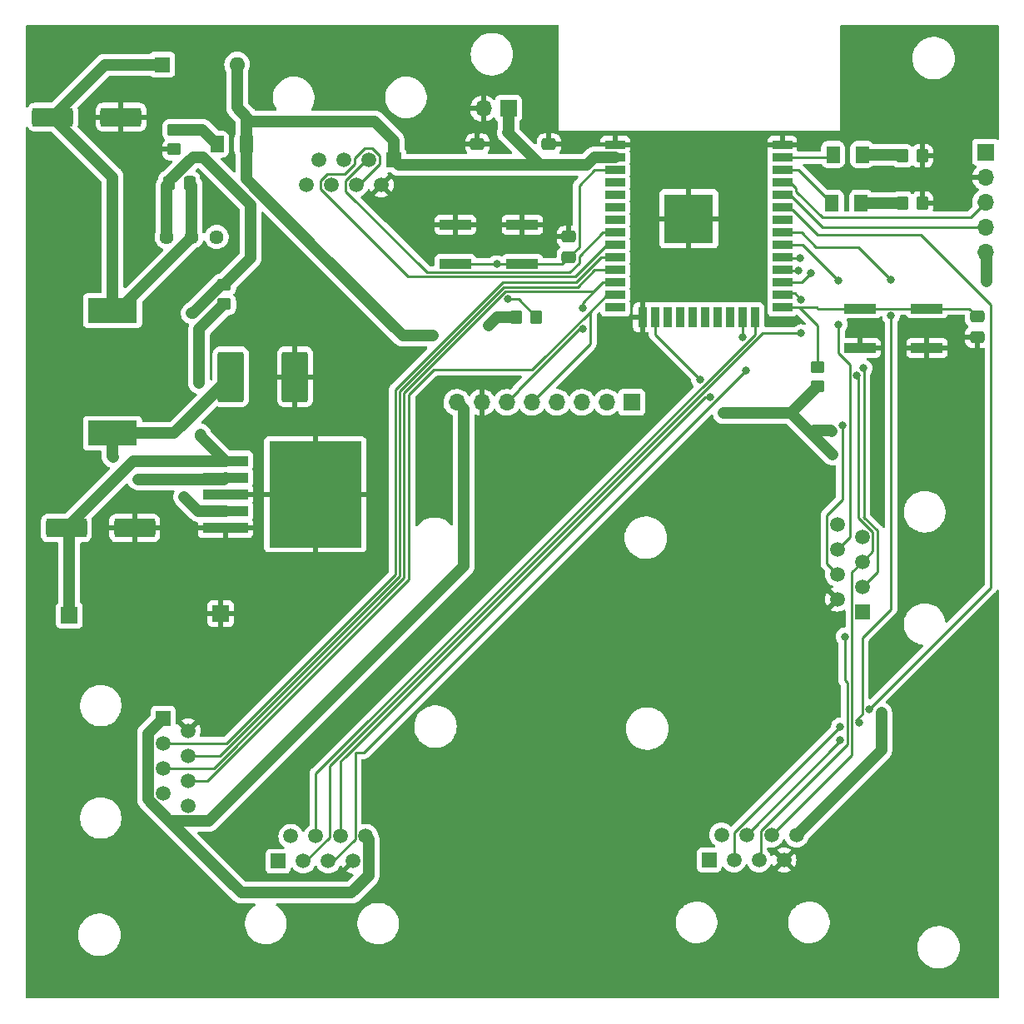
<source format=gbr>
%TF.GenerationSoftware,KiCad,Pcbnew,(6.0.1)*%
%TF.CreationDate,2022-05-21T12:13:39-05:00*%
%TF.ProjectId,esp32_2,65737033-325f-4322-9e6b-696361645f70,rev?*%
%TF.SameCoordinates,Original*%
%TF.FileFunction,Copper,L1,Top*%
%TF.FilePolarity,Positive*%
%FSLAX46Y46*%
G04 Gerber Fmt 4.6, Leading zero omitted, Abs format (unit mm)*
G04 Created by KiCad (PCBNEW (6.0.1)) date 2022-05-21 12:13:39*
%MOMM*%
%LPD*%
G01*
G04 APERTURE LIST*
G04 Aperture macros list*
%AMRoundRect*
0 Rectangle with rounded corners*
0 $1 Rounding radius*
0 $2 $3 $4 $5 $6 $7 $8 $9 X,Y pos of 4 corners*
0 Add a 4 corners polygon primitive as box body*
4,1,4,$2,$3,$4,$5,$6,$7,$8,$9,$2,$3,0*
0 Add four circle primitives for the rounded corners*
1,1,$1+$1,$2,$3*
1,1,$1+$1,$4,$5*
1,1,$1+$1,$6,$7*
1,1,$1+$1,$8,$9*
0 Add four rect primitives between the rounded corners*
20,1,$1+$1,$2,$3,$4,$5,0*
20,1,$1+$1,$4,$5,$6,$7,0*
20,1,$1+$1,$6,$7,$8,$9,0*
20,1,$1+$1,$8,$9,$2,$3,0*%
G04 Aperture macros list end*
%TA.AperFunction,ComponentPad*%
%ADD10R,1.700000X1.700000*%
%TD*%
%TA.AperFunction,ComponentPad*%
%ADD11O,1.700000X1.700000*%
%TD*%
%TA.AperFunction,SMDPad,CuDef*%
%ADD12RoundRect,0.250001X0.462499X0.624999X-0.462499X0.624999X-0.462499X-0.624999X0.462499X-0.624999X0*%
%TD*%
%TA.AperFunction,SMDPad,CuDef*%
%ADD13RoundRect,0.250001X-0.462499X-0.624999X0.462499X-0.624999X0.462499X0.624999X-0.462499X0.624999X0*%
%TD*%
%TA.AperFunction,SMDPad,CuDef*%
%ADD14RoundRect,0.250000X0.475000X-0.337500X0.475000X0.337500X-0.475000X0.337500X-0.475000X-0.337500X0*%
%TD*%
%TA.AperFunction,SMDPad,CuDef*%
%ADD15RoundRect,0.250000X-0.475000X0.337500X-0.475000X-0.337500X0.475000X-0.337500X0.475000X0.337500X0*%
%TD*%
%TA.AperFunction,ComponentPad*%
%ADD16R,1.500000X1.500000*%
%TD*%
%TA.AperFunction,ComponentPad*%
%ADD17C,1.500000*%
%TD*%
%TA.AperFunction,SMDPad,CuDef*%
%ADD18RoundRect,0.250000X-0.350000X-0.450000X0.350000X-0.450000X0.350000X0.450000X-0.350000X0.450000X0*%
%TD*%
%TA.AperFunction,SMDPad,CuDef*%
%ADD19RoundRect,0.250000X-0.337500X-0.475000X0.337500X-0.475000X0.337500X0.475000X-0.337500X0.475000X0*%
%TD*%
%TA.AperFunction,SMDPad,CuDef*%
%ADD20RoundRect,0.250000X-1.825000X-0.700000X1.825000X-0.700000X1.825000X0.700000X-1.825000X0.700000X0*%
%TD*%
%TA.AperFunction,SMDPad,CuDef*%
%ADD21R,3.200000X1.000000*%
%TD*%
%TA.AperFunction,SMDPad,CuDef*%
%ADD22RoundRect,0.250000X-0.450000X0.350000X-0.450000X-0.350000X0.450000X-0.350000X0.450000X0.350000X0*%
%TD*%
%TA.AperFunction,SMDPad,CuDef*%
%ADD23R,5.000000X2.500000*%
%TD*%
%TA.AperFunction,SMDPad,CuDef*%
%ADD24RoundRect,0.250000X0.450000X-0.350000X0.450000X0.350000X-0.450000X0.350000X-0.450000X-0.350000X0*%
%TD*%
%TA.AperFunction,SMDPad,CuDef*%
%ADD25R,2.000000X0.900000*%
%TD*%
%TA.AperFunction,SMDPad,CuDef*%
%ADD26R,0.900000X2.000000*%
%TD*%
%TA.AperFunction,SMDPad,CuDef*%
%ADD27R,5.000000X5.000000*%
%TD*%
%TA.AperFunction,ComponentPad*%
%ADD28R,1.600000X1.600000*%
%TD*%
%TA.AperFunction,ComponentPad*%
%ADD29O,1.600000X1.600000*%
%TD*%
%TA.AperFunction,SMDPad,CuDef*%
%ADD30RoundRect,0.250001X1.074999X2.324999X-1.074999X2.324999X-1.074999X-2.324999X1.074999X-2.324999X0*%
%TD*%
%TA.AperFunction,ComponentPad*%
%ADD31C,1.440000*%
%TD*%
%TA.AperFunction,SMDPad,CuDef*%
%ADD32R,4.600000X1.100000*%
%TD*%
%TA.AperFunction,SMDPad,CuDef*%
%ADD33R,9.400000X10.800000*%
%TD*%
%TA.AperFunction,ViaPad*%
%ADD34C,0.800000*%
%TD*%
%TA.AperFunction,Conductor*%
%ADD35C,1.200000*%
%TD*%
%TA.AperFunction,Conductor*%
%ADD36C,0.250000*%
%TD*%
G04 APERTURE END LIST*
D10*
%TO.P,Espalda,1,Pin_1*%
%TO.N,unconnected-(Espalda1-Pad1)*%
X144561800Y-82854800D03*
D11*
%TO.P,Espalda,2,Pin_2*%
%TO.N,unconnected-(Espalda1-Pad2)*%
X142021800Y-82854800D03*
%TO.P,Espalda,3,Pin_3*%
%TO.N,unconnected-(Espalda1-Pad3)*%
X139481800Y-82854800D03*
%TO.P,Espalda,4,Pin_4*%
%TO.N,unconnected-(Espalda1-Pad4)*%
X136941800Y-82854800D03*
%TO.P,Espalda,5,Pin_5*%
%TO.N,/DATA_3*%
X134401800Y-82854800D03*
%TO.P,Espalda,6,Pin_6*%
%TO.N,/CLC_3*%
X131861800Y-82854800D03*
%TO.P,Espalda,7,Pin_7*%
%TO.N,GND*%
X129321800Y-82854800D03*
%TO.P,Espalda,8,Pin_8*%
%TO.N,+3V3*%
X126781800Y-82854800D03*
%TD*%
D12*
%TO.P,TRANS,1,K*%
%TO.N,Net-(D3-Pad1)*%
X168009900Y-57658000D03*
%TO.P,TRANS,2,A*%
%TO.N,/TRANSMISION*%
X165034900Y-57658000D03*
%TD*%
%TO.P,COM,1,K*%
%TO.N,Net-(D2-Pad1)*%
X167908300Y-62585600D03*
%TO.P,COM,2,A*%
%TO.N,/COMUNICACION*%
X164933300Y-62585600D03*
%TD*%
D13*
%TO.P,D1,1,K*%
%TO.N,Net-(D1-Pad1)*%
X102398500Y-56591200D03*
%TO.P,D1,2,A*%
%TO.N,+3V3*%
X105373500Y-56591200D03*
%TD*%
D14*
%TO.P,C4,1*%
%TO.N,+3V3*%
X136144000Y-58695500D03*
%TO.P,C4,2*%
%TO.N,GND*%
X136144000Y-56620500D03*
%TD*%
%TO.P,C1,1*%
%TO.N,+3V3*%
X128879600Y-58695500D03*
%TO.P,C1,2*%
%TO.N,GND*%
X128879600Y-56620500D03*
%TD*%
D10*
%TO.P,N_batt1,1,Pin_1*%
%TO.N,GND*%
X102768400Y-104343200D03*
%TD*%
D15*
%TO.P,C3,1*%
%TO.N,GND*%
X138176000Y-66018500D03*
%TO.P,C3,2*%
%TO.N,/EN*%
X138176000Y-68093500D03*
%TD*%
D16*
%TO.P,M_izq1,1*%
%TO.N,+3V3*%
X96921000Y-114970500D03*
D17*
%TO.P,M_izq1,2*%
%TO.N,GND*%
X99461000Y-116240500D03*
%TO.P,M_izq1,3*%
%TO.N,/CLC_2*%
X96921000Y-117510500D03*
%TO.P,M_izq1,4*%
%TO.N,/DATA_2*%
X99461000Y-118780500D03*
%TO.P,M_izq1,5*%
%TO.N,/CLC_3*%
X96921000Y-120050500D03*
%TO.P,M_izq1,6*%
%TO.N,/DATA_3*%
X99461000Y-121320500D03*
%TO.P,M_izq1,7*%
%TO.N,unconnected-(M_izq1-Pad7)*%
X96921000Y-122590500D03*
%TO.P,M_izq1,8*%
%TO.N,unconnected-(M_izq1-Pad8)*%
X99461000Y-123860500D03*
%TD*%
D14*
%TO.P,C2,1*%
%TO.N,GND*%
X179705000Y-76221500D03*
%TO.P,C2,2*%
%TO.N,/IO0*%
X179705000Y-74146500D03*
%TD*%
D18*
%TO.P,R18,1*%
%TO.N,Net-(D2-Pad1)*%
X172117000Y-62585600D03*
%TO.P,R18,2*%
%TO.N,GND*%
X174117000Y-62585600D03*
%TD*%
D16*
%TO.P,Cabeza1,1*%
%TO.N,+3V3*%
X120360500Y-58186000D03*
D17*
%TO.P,Cabeza1,2*%
%TO.N,GND*%
X119090500Y-60726000D03*
%TO.P,Cabeza1,3*%
%TO.N,/CLC_1*%
X117820500Y-58186000D03*
%TO.P,Cabeza1,4*%
%TO.N,/DATA_1*%
X116550500Y-60726000D03*
%TO.P,Cabeza1,5*%
%TO.N,unconnected-(Cabeza1-Pad5)*%
X115280500Y-58186000D03*
%TO.P,Cabeza1,6*%
%TO.N,unconnected-(Cabeza1-Pad6)*%
X114010500Y-60726000D03*
%TO.P,Cabeza1,7*%
%TO.N,unconnected-(Cabeza1-Pad7)*%
X112740500Y-58186000D03*
%TO.P,Cabeza1,8*%
%TO.N,unconnected-(Cabeza1-Pad8)*%
X111470500Y-60726000D03*
%TD*%
D16*
%TO.P,M_der1,1*%
%TO.N,+3V3*%
X168021000Y-104140000D03*
D17*
%TO.P,M_der1,2*%
%TO.N,GND*%
X165481000Y-102870000D03*
%TO.P,M_der1,3*%
%TO.N,/CLC_6*%
X168021000Y-101600000D03*
%TO.P,M_der1,4*%
%TO.N,/DATA_6*%
X165481000Y-100330000D03*
%TO.P,M_der1,5*%
%TO.N,/CLC_7*%
X168021000Y-99060000D03*
%TO.P,M_der1,6*%
%TO.N,/DATA_7*%
X165481000Y-97790000D03*
%TO.P,M_der1,7*%
%TO.N,unconnected-(M_der1-Pad7)*%
X168021000Y-96520000D03*
%TO.P,M_der1,8*%
%TO.N,unconnected-(M_der1-Pad8)*%
X165481000Y-95250000D03*
%TD*%
D16*
%TO.P,P_izq1,1*%
%TO.N,unconnected-(P_izq1-Pad1)*%
X108620500Y-129520000D03*
D17*
%TO.P,P_izq1,2*%
%TO.N,unconnected-(P_izq1-Pad2)*%
X109890500Y-126980000D03*
%TO.P,P_izq1,3*%
%TO.N,/DATA_5*%
X111160500Y-129520000D03*
%TO.P,P_izq1,4*%
%TO.N,/CLC_5*%
X112430500Y-126980000D03*
%TO.P,P_izq1,5*%
%TO.N,/DATA_4*%
X113700500Y-129520000D03*
%TO.P,P_izq1,6*%
%TO.N,/CLC_4*%
X114970500Y-126980000D03*
%TO.P,P_izq1,7*%
%TO.N,GND*%
X116240500Y-129520000D03*
%TO.P,P_izq1,8*%
%TO.N,+3V3*%
X117510500Y-126980000D03*
%TD*%
D19*
%TO.P,CFF1,1*%
%TO.N,Net-(CFF1-Pad1)*%
X97514500Y-60579000D03*
%TO.P,CFF1,2*%
%TO.N,Net-(CFF1-Pad2)*%
X99589500Y-60579000D03*
%TD*%
D20*
%TO.P,C_out_35v1,1*%
%TO.N,Net-(CFF1-Pad2)*%
X85679000Y-53848000D03*
%TO.P,C_out_35v1,2*%
%TO.N,GND*%
X92629000Y-53848000D03*
%TD*%
D21*
%TO.P,Reset1,1,1*%
%TO.N,GND*%
X133448000Y-64802000D03*
X126648000Y-64802000D03*
%TO.P,Reset1,2,2*%
%TO.N,/EN*%
X133448000Y-68802000D03*
X126648000Y-68802000D03*
%TD*%
D22*
%TO.P,R19,1*%
%TO.N,Net-(D1-Pad1)*%
X98044000Y-55134000D03*
%TO.P,R19,2*%
%TO.N,GND*%
X98044000Y-57134000D03*
%TD*%
D23*
%TO.P,L1_SMD1,1,1*%
%TO.N,Net-(D1SMD1-Pad2)*%
X91767000Y-86006000D03*
%TO.P,L1_SMD1,2,2*%
%TO.N,Net-(CFF1-Pad2)*%
X91767000Y-73506000D03*
%TD*%
D10*
%TO.P,Control_voltaje1,1,Pin_1*%
%TO.N,+3V3*%
X132029200Y-52984400D03*
D11*
%TO.P,Control_voltaje1,2,Pin_2*%
%TO.N,GND*%
X129489200Y-52984400D03*
%TD*%
D24*
%TO.P,R20,1*%
%TO.N,+5V*%
X103124000Y-72882000D03*
%TO.P,R20,2*%
%TO.N,Net-(CFF1-Pad1)*%
X103124000Y-70882000D03*
%TD*%
D18*
%TO.P,R16,1*%
%TO.N,+3V3*%
X132858000Y-74168000D03*
%TO.P,R16,2*%
%TO.N,/EN*%
X134858000Y-74168000D03*
%TD*%
D24*
%TO.P,R15,1*%
%TO.N,+3V3*%
X163449000Y-81264000D03*
%TO.P,R15,2*%
%TO.N,/IO0*%
X163449000Y-79264000D03*
%TD*%
D25*
%TO.P,ESP32,1,GND*%
%TO.N,GND*%
X142884000Y-56685000D03*
%TO.P,ESP32,2,VDD*%
%TO.N,+3V3*%
X142884000Y-57955000D03*
%TO.P,ESP32,3,EN*%
%TO.N,/EN*%
X142884000Y-59225000D03*
%TO.P,ESP32,4,SENSOR_VP*%
%TO.N,unconnected-(ESP32-Pad4)*%
X142884000Y-60495000D03*
%TO.P,ESP32,5,SENSOR_VN*%
%TO.N,unconnected-(ESP32-Pad5)*%
X142884000Y-61765000D03*
%TO.P,ESP32,6,IO34*%
%TO.N,unconnected-(ESP32-Pad6)*%
X142884000Y-63035000D03*
%TO.P,ESP32,7,IO35*%
%TO.N,unconnected-(ESP32-Pad7)*%
X142884000Y-64305000D03*
%TO.P,ESP32,8,IO32*%
%TO.N,/CLC_1*%
X142884000Y-65575000D03*
%TO.P,ESP32,9,IO33*%
%TO.N,/DATA_1*%
X142884000Y-66845000D03*
%TO.P,ESP32,10,IO25*%
%TO.N,/CLC_2*%
X142884000Y-68115000D03*
%TO.P,ESP32,11,IO26*%
%TO.N,/DATA_2*%
X142884000Y-69385000D03*
%TO.P,ESP32,12,IO27*%
%TO.N,/CLC_3*%
X142884000Y-70655000D03*
%TO.P,ESP32,13,IO14*%
%TO.N,/DATA_3*%
X142884000Y-71925000D03*
%TO.P,ESP32,14,IO12*%
%TO.N,unconnected-(ESP32-Pad14)*%
X142884000Y-73195000D03*
D26*
%TO.P,ESP32,15,GND*%
%TO.N,GND*%
X145669000Y-74195000D03*
%TO.P,ESP32,16,IO13*%
%TO.N,/CLC_4*%
X146939000Y-74195000D03*
%TO.P,ESP32,17,SHD/SD2*%
%TO.N,unconnected-(ESP32-Pad17)*%
X148209000Y-74195000D03*
%TO.P,ESP32,18,SWP/SD3*%
%TO.N,unconnected-(ESP32-Pad18)*%
X149479000Y-74195000D03*
%TO.P,ESP32,19,SCS/CMD*%
%TO.N,unconnected-(ESP32-Pad19)*%
X150749000Y-74195000D03*
%TO.P,ESP32,20,SCK/CLK*%
%TO.N,unconnected-(ESP32-Pad20)*%
X152019000Y-74195000D03*
%TO.P,ESP32,21,SDO/SD0*%
%TO.N,unconnected-(ESP32-Pad21)*%
X153289000Y-74195000D03*
%TO.P,ESP32,22,SDI/SD1*%
%TO.N,unconnected-(ESP32-Pad22)*%
X154559000Y-74195000D03*
%TO.P,ESP32,23,IO15*%
%TO.N,/DATA_4*%
X155829000Y-74195000D03*
%TO.P,ESP32,24,IO2*%
%TO.N,/CLC_5*%
X157099000Y-74195000D03*
D25*
%TO.P,ESP32,25,IO0*%
%TO.N,/IO0*%
X159884000Y-73195000D03*
%TO.P,ESP32,26,IO4*%
%TO.N,/DATA_5*%
X159884000Y-71925000D03*
%TO.P,ESP32,27,IO16*%
%TO.N,/CLC_6*%
X159884000Y-70655000D03*
%TO.P,ESP32,28,IO17*%
%TO.N,/CLC_7*%
X159884000Y-69385000D03*
%TO.P,ESP32,29,IO5*%
%TO.N,/DATA_6*%
X159884000Y-68115000D03*
%TO.P,ESP32,30,IO18*%
%TO.N,/DATA_7*%
X159884000Y-66845000D03*
%TO.P,ESP32,31,IO19*%
%TO.N,/CLC_8*%
X159884000Y-65575000D03*
%TO.P,ESP32,32,NC*%
%TO.N,unconnected-(ESP32-Pad32)*%
X159884000Y-64305000D03*
%TO.P,ESP32,33,IO21*%
%TO.N,/DATA_8*%
X159884000Y-63035000D03*
%TO.P,ESP32,34,RXD0/IO3*%
%TO.N,Net-(ESP32-Pad34)*%
X159884000Y-61765000D03*
%TO.P,ESP32,35,TXD0/IO1*%
%TO.N,Net-(ESP32-Pad35)*%
X159884000Y-60495000D03*
%TO.P,ESP32,36,IO22*%
%TO.N,/COMUNICACION*%
X159884000Y-59225000D03*
%TO.P,ESP32,37,IO23*%
%TO.N,/TRANSMISION*%
X159884000Y-57955000D03*
%TO.P,ESP32,38,GND*%
%TO.N,GND*%
X159884000Y-56685000D03*
D27*
%TO.P,ESP32,39,GND*%
X150384000Y-64185000D03*
%TD*%
D28*
%TO.P,off/on,1*%
%TO.N,Net-(CFF1-Pad2)*%
X96816500Y-48514000D03*
D29*
%TO.P,off/on,2*%
%TO.N,+3V3*%
X104436500Y-48514000D03*
%TD*%
D16*
%TO.P,P_der1,1*%
%TO.N,unconnected-(P_der1-Pad1)*%
X152435500Y-129393000D03*
D17*
%TO.P,P_der1,2*%
%TO.N,unconnected-(P_der1-Pad2)*%
X153705500Y-126853000D03*
%TO.P,P_der1,3*%
%TO.N,/DATA_8*%
X154975500Y-129393000D03*
%TO.P,P_der1,4*%
%TO.N,/CLC_8*%
X156245500Y-126853000D03*
%TO.P,P_der1,5*%
%TO.N,/DATA_7*%
X157515500Y-129393000D03*
%TO.P,P_der1,6*%
%TO.N,/CLC_7*%
X158785500Y-126853000D03*
%TO.P,P_der1,7*%
%TO.N,GND*%
X160055500Y-129393000D03*
%TO.P,P_der1,8*%
%TO.N,+3V3*%
X161325500Y-126853000D03*
%TD*%
D30*
%TO.P,D1SMD1,1,K*%
%TO.N,GND*%
X110336000Y-80264000D03*
%TO.P,D1SMD1,2,A*%
%TO.N,Net-(D1SMD1-Pad2)*%
X103786000Y-80264000D03*
%TD*%
D10*
%TO.P,P_Batt1,1,Pin_1*%
%TO.N,+5V*%
X87376000Y-104495600D03*
%TD*%
D20*
%TO.P,C_in_50V_470,1*%
%TO.N,+5V*%
X87076000Y-95631000D03*
%TO.P,C_in_50V_470,2*%
%TO.N,GND*%
X94026000Y-95631000D03*
%TD*%
D31*
%TO.P,RV1,1,1*%
%TO.N,Net-(CFF1-Pad1)*%
X97272000Y-66040000D03*
%TO.P,RV1,2,2*%
%TO.N,Net-(CFF1-Pad2)*%
X99812000Y-66040000D03*
%TO.P,RV1,3,3*%
%TO.N,unconnected-(RV1-Pad3)*%
X102352000Y-66040000D03*
%TD*%
D32*
%TO.P,U1,1,VIN*%
%TO.N,+5V*%
X103245000Y-88802000D03*
%TO.P,U1,2,OUT*%
%TO.N,Net-(D1SMD1-Pad2)*%
X103245000Y-90502000D03*
%TO.P,U1,3,GND*%
%TO.N,GND*%
X103245000Y-92202000D03*
D33*
X112395000Y-92202000D03*
D32*
%TO.P,U1,4,FB*%
%TO.N,Net-(CFF1-Pad1)*%
X103245000Y-93902000D03*
%TO.P,U1,5,~{ON}/OFF*%
%TO.N,GND*%
X103245000Y-95602000D03*
%TD*%
D18*
%TO.P,R17,1*%
%TO.N,Net-(D3-Pad1)*%
X172117000Y-57785000D03*
%TO.P,R17,2*%
%TO.N,GND*%
X174117000Y-57785000D03*
%TD*%
D21*
%TO.P,Boot/flash1,1,1*%
%TO.N,GND*%
X167796000Y-77311000D03*
X174596000Y-77311000D03*
%TO.P,Boot/flash1,2,2*%
%TO.N,/IO0*%
X174596000Y-73311000D03*
X167796000Y-73311000D03*
%TD*%
D10*
%TO.P,Programador1,1,Pin_1*%
%TO.N,unconnected-(Programador1-Pad1)*%
X180543200Y-57409000D03*
D11*
%TO.P,Programador1,2,Pin_2*%
%TO.N,GND*%
X180543200Y-59949000D03*
%TO.P,Programador1,3,Pin_3*%
%TO.N,Net-(ESP32-Pad35)*%
X180543200Y-62489000D03*
%TO.P,Programador1,4,Pin_4*%
%TO.N,Net-(ESP32-Pad34)*%
X180543200Y-65029000D03*
%TO.P,Programador1,5,Pin_5*%
%TO.N,+3V3*%
X180543200Y-67569000D03*
%TD*%
D34*
%TO.N,+3V3*%
X129997200Y-75082400D03*
%TO.N,GND*%
X142875000Y-107696000D03*
X175895000Y-85725000D03*
X130937000Y-135509000D03*
X169545000Y-88138000D03*
X89408000Y-64643000D03*
X169418000Y-86106000D03*
X169291000Y-52959000D03*
X171196000Y-52959000D03*
X174371000Y-85725000D03*
X125857000Y-61341000D03*
X147828000Y-107823000D03*
X95885000Y-104521000D03*
X128651000Y-61341000D03*
X112014000Y-73787000D03*
X109728000Y-73914000D03*
X97536000Y-104521000D03*
X174244000Y-123063000D03*
X145034000Y-107696000D03*
X127254000Y-61341000D03*
X177673000Y-85725000D03*
X132969000Y-135636000D03*
X85090000Y-64643000D03*
X114427000Y-73787000D03*
X99187000Y-104521000D03*
X169418000Y-84201000D03*
X128905000Y-135509000D03*
X87376000Y-64643000D03*
%TO.N,+5V*%
X100584000Y-80899000D03*
X100711000Y-86106000D03*
%TO.N,Net-(CFF1-Pad1)*%
X99822000Y-73787000D03*
X99060000Y-92456000D03*
%TO.N,+3V3*%
X124333000Y-76073000D03*
X153924000Y-83947000D03*
X169945011Y-114427000D03*
X180695600Y-70561200D03*
X164896800Y-85801200D03*
X164973000Y-88138000D03*
%TO.N,/EN*%
X130842000Y-68802000D03*
X132005828Y-72347207D03*
%TO.N,/DATA_7*%
X166221989Y-106680000D03*
X165608000Y-70485000D03*
X165608000Y-74930000D03*
%TO.N,/DATA_4*%
X156210000Y-79629000D03*
X155826850Y-76193552D03*
%TO.N,/DATA_5*%
X161798000Y-72390000D03*
X161798000Y-75819000D03*
%TO.N,/CLC_6*%
X162818299Y-69718701D03*
X168126803Y-79378838D03*
%TO.N,/DATA_6*%
X165989000Y-85217000D03*
X161671000Y-68199000D03*
%TO.N,/CLC_8*%
X170942000Y-74041000D03*
X167670989Y-115443000D03*
X170942000Y-70358000D03*
X165772469Y-117221000D03*
%TO.N,/DATA_8*%
X165772480Y-115824000D03*
X168745500Y-114046000D03*
%TO.N,Net-(D1SMD1-Pad2)*%
X94361000Y-90678000D03*
X91821000Y-88392000D03*
%TO.N,/CLC_7*%
X167475500Y-80137000D03*
X161544000Y-69469000D03*
%TO.N,/CLC_3*%
X139573000Y-73279000D03*
X139633289Y-75371289D03*
%TO.N,/CLC_4*%
X151506701Y-80513701D03*
X152527000Y-82296000D03*
%TD*%
D35*
%TO.N,+3V3*%
X130911600Y-74168000D02*
X129997200Y-75082400D01*
X132858000Y-74168000D02*
X130911600Y-74168000D01*
X105410000Y-53848000D02*
X105410000Y-56605500D01*
X105373500Y-56642000D02*
X105373500Y-60161500D01*
X105410000Y-56605500D02*
X105373500Y-56642000D01*
X105373500Y-60161500D02*
X112776000Y-67564000D01*
X121285000Y-76073000D02*
X124333000Y-76073000D01*
X112776000Y-67564000D02*
X121285000Y-76073000D01*
D36*
%TO.N,/DATA_3*%
X140357800Y-73860600D02*
X140238589Y-73741389D01*
X140357800Y-76898800D02*
X140357800Y-73860600D01*
X140238589Y-73741389D02*
X142054978Y-71925000D01*
X134401800Y-82854800D02*
X140357800Y-76898800D01*
X135189178Y-78790800D02*
X140238589Y-73741389D01*
%TO.N,/CLC_3*%
X139244407Y-75371289D02*
X139633289Y-75371289D01*
X133036311Y-81579385D02*
X139244407Y-75371289D01*
X133036311Y-81680289D02*
X133036311Y-81579385D01*
X131861800Y-82854800D02*
X133036311Y-81680289D01*
%TO.N,/DATA_3*%
X142054978Y-71925000D02*
X142884000Y-71925000D01*
X135178800Y-78790800D02*
X135189178Y-78790800D01*
X121920000Y-100840152D02*
X121920000Y-82044154D01*
X101439652Y-121320500D02*
X121920000Y-100840152D01*
X124462154Y-79502000D02*
X134467600Y-79502000D01*
X121920000Y-82044154D02*
X124462154Y-79502000D01*
X134467600Y-79502000D02*
X135178800Y-78790800D01*
X99461000Y-121320500D02*
X101439652Y-121320500D01*
D35*
%TO.N,+3V3*%
X127476346Y-83549346D02*
X126781800Y-82854800D01*
X127476346Y-99498054D02*
X127476346Y-83549346D01*
X101564389Y-125410011D02*
X127476346Y-99498054D01*
X97549170Y-125410011D02*
X101564389Y-125410011D01*
%TO.N,Net-(D1-Pad1)*%
X100890500Y-55134000D02*
X98044000Y-55134000D01*
X102398500Y-56642000D02*
X100890500Y-55134000D01*
%TO.N,Net-(D3-Pad1)*%
X171990000Y-57658000D02*
X172117000Y-57785000D01*
X167959100Y-57658000D02*
X171990000Y-57658000D01*
%TO.N,Net-(D2-Pad1)*%
X167857500Y-62585600D02*
X171837600Y-62585600D01*
%TO.N,+5V*%
X87376000Y-104394000D02*
X87376000Y-95931000D01*
X87076000Y-95631000D02*
X93905000Y-88802000D01*
X100711000Y-86268000D02*
X103245000Y-88802000D01*
X87376000Y-95931000D02*
X87076000Y-95631000D01*
X93905000Y-88802000D02*
X103245000Y-88802000D01*
X100584000Y-75422000D02*
X100584000Y-80899000D01*
X103124000Y-72882000D02*
X100584000Y-75422000D01*
X100711000Y-86106000D02*
X100711000Y-86268000D01*
%TO.N,Net-(CFF1-Pad1)*%
X97514500Y-60579000D02*
X97514500Y-60346500D01*
X97272000Y-60821500D02*
X97514500Y-60579000D01*
X99822000Y-73787000D02*
X99934755Y-73787000D01*
X97272000Y-66040000D02*
X97272000Y-60821500D01*
X99949000Y-57912000D02*
X100965000Y-57912000D01*
X97514500Y-60346500D02*
X99949000Y-57912000D01*
X103245000Y-93902000D02*
X100506000Y-93902000D01*
X105791000Y-68215000D02*
X103124000Y-70882000D01*
X102839755Y-70882000D02*
X103124000Y-70882000D01*
X100506000Y-93902000D02*
X99060000Y-92456000D01*
X99934755Y-73787000D02*
X102839755Y-70882000D01*
X105791000Y-62738000D02*
X105791000Y-68215000D01*
X100965000Y-57912000D02*
X105791000Y-62738000D01*
%TO.N,+3V3*%
X120870000Y-58695500D02*
X120360500Y-58186000D01*
X140022032Y-58695500D02*
X140762532Y-57955000D01*
X120360500Y-56236000D02*
X118410021Y-54285521D01*
X162844100Y-86025100D02*
X164957000Y-88138000D01*
X117510500Y-126980000D02*
X117790011Y-127259511D01*
X130556000Y-58695500D02*
X135251100Y-58695500D01*
X118410021Y-54285521D02*
X105847521Y-54285521D01*
X136144000Y-58695500D02*
X140022032Y-58695500D01*
X160766000Y-83947000D02*
X162844100Y-86025100D01*
X135251100Y-58695500D02*
X136144000Y-58695500D01*
X116078000Y-132715000D02*
X104854159Y-132715000D01*
X105847521Y-54285521D02*
X105410000Y-53848000D01*
X117790011Y-131002989D02*
X116078000Y-132715000D01*
X117790011Y-127259511D02*
X117790011Y-131002989D01*
X180695600Y-67721400D02*
X180543200Y-67569000D01*
X95371489Y-116520011D02*
X95371489Y-123232330D01*
X140762532Y-57955000D02*
X142884000Y-57955000D01*
X164846000Y-85750400D02*
X164896800Y-85801200D01*
X160766000Y-83947000D02*
X163449000Y-81264000D01*
X132029200Y-55382000D02*
X131983400Y-55427800D01*
X163118800Y-85750400D02*
X164846000Y-85750400D01*
X130556000Y-58695500D02*
X120870000Y-58695500D01*
X95371489Y-123232330D02*
X97549170Y-125410011D01*
X104854159Y-132715000D02*
X97549170Y-125410011D01*
X120360500Y-58186000D02*
X120360500Y-56236000D01*
X164957000Y-88138000D02*
X164973000Y-88138000D01*
X132029200Y-52984400D02*
X132029200Y-55382000D01*
X169945011Y-118233489D02*
X169945011Y-114427000D01*
X161325500Y-126853000D02*
X169945011Y-118233489D01*
X153924000Y-83947000D02*
X160766000Y-83947000D01*
X162844100Y-86025100D02*
X163118800Y-85750400D01*
X131983400Y-55427800D02*
X135251100Y-58695500D01*
X104436500Y-52874500D02*
X105410000Y-53848000D01*
X96921000Y-114970500D02*
X95371489Y-116520011D01*
X104436500Y-48514000D02*
X104436500Y-52874500D01*
X180695600Y-70561200D02*
X180695600Y-67721400D01*
D36*
%TO.N,/IO0*%
X159884000Y-73195000D02*
X161587000Y-73195000D01*
X163381000Y-73195000D02*
X163449000Y-73263000D01*
X163449000Y-75057000D02*
X163449000Y-79264000D01*
X174596000Y-73311000D02*
X178869500Y-73311000D01*
X167796000Y-73311000D02*
X174596000Y-73311000D01*
X159884000Y-73195000D02*
X163381000Y-73195000D01*
X163497000Y-73311000D02*
X167796000Y-73311000D01*
X161587000Y-73195000D02*
X163449000Y-75057000D01*
X178869500Y-73311000D02*
X179705000Y-74146500D01*
X163449000Y-73263000D02*
X163497000Y-73311000D01*
%TO.N,/EN*%
X139225520Y-67043980D02*
X139225520Y-60799480D01*
X140800000Y-59225000D02*
X142884000Y-59225000D01*
X133448000Y-68802000D02*
X137467500Y-68802000D01*
X137467500Y-68802000D02*
X138176000Y-68093500D01*
X133037207Y-72347207D02*
X132005828Y-72347207D01*
X138176000Y-68093500D02*
X139225520Y-67043980D01*
X139225520Y-60799480D02*
X140800000Y-59225000D01*
X126648000Y-68802000D02*
X130842000Y-68802000D01*
X134858000Y-74168000D02*
X133037207Y-72347207D01*
X130842000Y-68802000D02*
X133448000Y-68802000D01*
%TO.N,/CLC_1*%
X141634000Y-65575000D02*
X139225520Y-67983480D01*
X139225520Y-67983480D02*
X139225520Y-68668973D01*
X142884000Y-65575000D02*
X141634000Y-65575000D01*
X117570911Y-58186000D02*
X117820500Y-58186000D01*
X138267982Y-69626511D02*
X123728511Y-69626511D01*
X115475989Y-60280922D02*
X117570911Y-58186000D01*
X115475989Y-61373989D02*
X115475989Y-60280922D01*
X139225520Y-68668973D02*
X138267982Y-69626511D01*
X123728511Y-69626511D02*
X115475989Y-61373989D01*
%TO.N,/DATA_1*%
X116355011Y-58631078D02*
X115334600Y-59651489D01*
X118895011Y-58631078D02*
X118895011Y-57740922D01*
X116355011Y-58039000D02*
X116355011Y-58631078D01*
X112903000Y-61138089D02*
X121840942Y-70076031D01*
X118177089Y-57023000D02*
X117371011Y-57023000D01*
X116550500Y-60726000D02*
X116800089Y-60726000D01*
X142054978Y-66845000D02*
X142884000Y-66845000D01*
X118895011Y-57740922D02*
X118177089Y-57023000D01*
X116800089Y-60726000D02*
X118895011Y-58631078D01*
X115334600Y-59651489D02*
X113565422Y-59651489D01*
X138823947Y-70076031D02*
X142054978Y-66845000D01*
X121840942Y-70076031D02*
X138823947Y-70076031D01*
X112903000Y-60313911D02*
X112903000Y-61138089D01*
X117371011Y-57023000D02*
X116355011Y-58039000D01*
X113565422Y-59651489D02*
X112903000Y-60313911D01*
%TO.N,/CLC_2*%
X120523000Y-100330000D02*
X120523000Y-81534000D01*
X138923696Y-70612000D02*
X141420696Y-68115000D01*
X141420696Y-68115000D02*
X142884000Y-68115000D01*
X103342500Y-117510500D02*
X120523000Y-100330000D01*
X120523000Y-81534000D02*
X131445000Y-70612000D01*
X131445000Y-70612000D02*
X138923696Y-70612000D01*
X96921000Y-117510500D02*
X103342500Y-117510500D01*
%TO.N,/DATA_2*%
X140786414Y-69385000D02*
X142884000Y-69385000D01*
X99461000Y-118780500D02*
X102708218Y-118780500D01*
X139051055Y-71120359D02*
X140786414Y-69385000D01*
X131572359Y-71120359D02*
X139051055Y-71120359D01*
X102708218Y-118780500D02*
X120972520Y-100516197D01*
X120972520Y-100516197D02*
X120972520Y-81720198D01*
X120972520Y-81720198D02*
X131572359Y-71120359D01*
%TO.N,/DATA_7*%
X166221989Y-111103989D02*
X166496980Y-111378980D01*
X166496980Y-111378980D02*
X166496980Y-117621931D01*
X165608000Y-77872022D02*
X165608000Y-74930000D01*
X166221989Y-106680000D02*
X166221989Y-111103989D01*
X166751000Y-79015022D02*
X165608000Y-77872022D01*
X165481000Y-97790000D02*
X166751000Y-96520000D01*
X165608000Y-70485000D02*
X161968000Y-66845000D01*
X157710989Y-129197511D02*
X157515500Y-129393000D01*
X166751000Y-96520000D02*
X166751000Y-79015022D01*
X161968000Y-66845000D02*
X159884000Y-66845000D01*
X157710989Y-126407922D02*
X157710989Y-129197511D01*
X166496980Y-117621931D02*
X157710989Y-126407922D01*
%TO.N,/DATA_4*%
X116435989Y-127254000D02*
X114169989Y-129520000D01*
X156210000Y-79637614D02*
X117355537Y-118492077D01*
X116460077Y-118492077D02*
X116435989Y-118516165D01*
X155826850Y-76193552D02*
X155829000Y-76191402D01*
X116435989Y-118516165D02*
X116435989Y-127254000D01*
X156210000Y-79629000D02*
X156210000Y-79637614D01*
X117355537Y-118492077D02*
X116460077Y-118492077D01*
X155829000Y-76191402D02*
X155829000Y-74195000D01*
X114169989Y-129520000D02*
X113700500Y-129520000D01*
%TO.N,/CLC_5*%
X112430500Y-126980000D02*
X112430500Y-120614500D01*
X157099000Y-75946000D02*
X157099000Y-74195000D01*
X112430500Y-120614500D02*
X157099000Y-75946000D01*
%TO.N,/DATA_5*%
X161798000Y-72390000D02*
X161163000Y-71755000D01*
X111160500Y-129520000D02*
X111410089Y-129520000D01*
X113855859Y-127074230D02*
X113855859Y-119824859D01*
X161163000Y-71755000D02*
X160054000Y-71755000D01*
X113855859Y-119824859D02*
X115887859Y-117792859D01*
X160054000Y-71755000D02*
X159884000Y-71925000D01*
X115887859Y-117792859D02*
X157861718Y-75819000D01*
X157861718Y-75819000D02*
X161798000Y-75819000D01*
X111410089Y-129520000D02*
X113855859Y-127074230D01*
%TO.N,/CLC_6*%
X168021000Y-101600000D02*
X169545031Y-100075969D01*
X168148000Y-94488000D02*
X168200011Y-94435989D01*
X169545031Y-100075969D02*
X169545031Y-95885031D01*
X168200011Y-79452046D02*
X168126803Y-79378838D01*
X169545031Y-95885031D02*
X168148000Y-94488000D01*
X168200011Y-94435989D02*
X168200011Y-79452046D01*
X161882000Y-70655000D02*
X159884000Y-70655000D01*
X162818299Y-69718701D02*
X161882000Y-70655000D01*
%TO.N,/DATA_6*%
X164406489Y-99255489D02*
X165481000Y-100330000D01*
X165989000Y-85217000D02*
X165989000Y-92768480D01*
X164406489Y-94350991D02*
X164406489Y-99255489D01*
X161671000Y-68199000D02*
X159968000Y-68199000D01*
X165989000Y-92768480D02*
X164406489Y-94350991D01*
X159968000Y-68199000D02*
X159884000Y-68115000D01*
D35*
%TO.N,Net-(CFF1-Pad2)*%
X85679000Y-53848000D02*
X91013000Y-48514000D01*
X91767000Y-73506000D02*
X91767000Y-59936000D01*
X91013000Y-48514000D02*
X96816500Y-48514000D01*
X91767000Y-73506000D02*
X92346000Y-73506000D01*
X91767000Y-59936000D02*
X85679000Y-53848000D01*
X99812000Y-66040000D02*
X99812000Y-60801500D01*
X99812000Y-60801500D02*
X99589500Y-60579000D01*
X92346000Y-73506000D02*
X99812000Y-66040000D01*
D36*
%TO.N,/CLC_8*%
X167670989Y-115443000D02*
X167396009Y-115168020D01*
X170942000Y-103886000D02*
X170942000Y-74041000D01*
X168021000Y-114543029D02*
X168021000Y-106807000D01*
X156245500Y-126853000D02*
X165772469Y-117326031D01*
X165772469Y-117326031D02*
X165772469Y-117221000D01*
X167396009Y-115168020D02*
X168021000Y-114543029D01*
X167640000Y-67056000D02*
X163322000Y-67056000D01*
X161841000Y-65575000D02*
X159884000Y-65575000D01*
X168021000Y-106807000D02*
X170942000Y-103886000D01*
X163322000Y-67056000D02*
X161841000Y-65575000D01*
X170942000Y-70358000D02*
X167640000Y-67056000D01*
%TO.N,/DATA_8*%
X163449000Y-65786000D02*
X160909000Y-63246000D01*
X165754911Y-115824000D02*
X154975500Y-126603411D01*
X181102000Y-101689500D02*
X181102000Y-72898000D01*
X173990000Y-65786000D02*
X163449000Y-65786000D01*
X181102000Y-72898000D02*
X173990000Y-65786000D01*
X168745500Y-114046000D02*
X181102000Y-101689500D01*
X154975500Y-126603411D02*
X154975500Y-129393000D01*
X165772480Y-115824000D02*
X165754911Y-115824000D01*
%TO.N,Net-(ESP32-Pad34)*%
X180594000Y-65024000D02*
X163972022Y-65024000D01*
X160713022Y-61765000D02*
X159884000Y-61765000D01*
X163972022Y-65024000D02*
X160713022Y-61765000D01*
%TO.N,Net-(ESP32-Pad35)*%
X179013480Y-64064520D02*
X163964527Y-64064520D01*
X180594000Y-62484000D02*
X179013480Y-64064520D01*
X161290000Y-61071978D02*
X160713022Y-60495000D01*
X163964527Y-64064520D02*
X161290000Y-61389993D01*
X161290000Y-61389993D02*
X161290000Y-61071978D01*
X160713022Y-60495000D02*
X159884000Y-60495000D01*
%TO.N,/COMUNICACION*%
X159884000Y-59225000D02*
X161521900Y-59225000D01*
X161521900Y-59225000D02*
X164882500Y-62585600D01*
%TO.N,/TRANSMISION*%
X164687100Y-57955000D02*
X164984100Y-57658000D01*
X159884000Y-57955000D02*
X164687100Y-57955000D01*
D35*
%TO.N,Net-(D1SMD1-Pad2)*%
X91767000Y-86006000D02*
X91767000Y-88338000D01*
X98044000Y-86006000D02*
X103786000Y-80264000D01*
X103069000Y-90678000D02*
X103245000Y-90502000D01*
X91767000Y-88338000D02*
X91821000Y-88392000D01*
X94361000Y-90678000D02*
X103069000Y-90678000D01*
X91767000Y-86006000D02*
X98044000Y-86006000D01*
D36*
%TO.N,/CLC_7*%
X159968000Y-69469000D02*
X159884000Y-69385000D01*
X169095511Y-97985489D02*
X169095511Y-96074922D01*
X166946489Y-118692011D02*
X158785500Y-126853000D01*
X168021000Y-99060000D02*
X166946489Y-100134511D01*
X161544000Y-69469000D02*
X159968000Y-69469000D01*
X167640000Y-94619411D02*
X167640000Y-80301500D01*
X169095511Y-96074922D02*
X167640000Y-94619411D01*
X168021000Y-99060000D02*
X169095511Y-97985489D01*
X166946489Y-100134511D02*
X166946489Y-118692011D01*
X167640000Y-80301500D02*
X167475500Y-80137000D01*
%TO.N,/CLC_3*%
X139573000Y-72716000D02*
X140942500Y-71346500D01*
X121422040Y-100702394D02*
X121422040Y-81906396D01*
X141634000Y-70655000D02*
X142884000Y-70655000D01*
X131758557Y-71569879D02*
X140719121Y-71569879D01*
X121422040Y-81906396D02*
X131758557Y-71569879D01*
X139573000Y-73279000D02*
X139573000Y-72716000D01*
X140942500Y-71346500D02*
X141634000Y-70655000D01*
X140719121Y-71569879D02*
X140942500Y-71346500D01*
X96921000Y-120050500D02*
X102073935Y-120050500D01*
X102073935Y-120050500D02*
X121422040Y-100702394D01*
%TO.N,/CLC_4*%
X114970500Y-126980000D02*
X114970500Y-119345936D01*
X114970500Y-119345936D02*
X115443718Y-118872718D01*
X146939000Y-75946000D02*
X146939000Y-74195000D01*
X151506701Y-80513701D02*
X146939000Y-75946000D01*
X152020436Y-82296000D02*
X152527000Y-82296000D01*
X115443718Y-118872718D02*
X152020436Y-82296000D01*
%TD*%
%TA.AperFunction,Conductor*%
%TO.N,GND*%
G36*
X83139512Y-54845762D02*
G01*
X83164143Y-54874682D01*
X83255522Y-55022348D01*
X83380697Y-55147305D01*
X83386927Y-55151145D01*
X83386928Y-55151146D01*
X83524288Y-55235816D01*
X83531262Y-55240115D01*
X83545990Y-55245000D01*
X83692611Y-55293632D01*
X83692613Y-55293632D01*
X83699139Y-55295797D01*
X83705975Y-55296497D01*
X83705978Y-55296498D01*
X83749031Y-55300909D01*
X83803600Y-55306500D01*
X85517655Y-55306500D01*
X85585776Y-55326502D01*
X85606750Y-55343405D01*
X90621595Y-60358251D01*
X90655621Y-60420563D01*
X90658500Y-60447346D01*
X90658500Y-71621500D01*
X90638498Y-71689621D01*
X90584842Y-71736114D01*
X90532500Y-71747500D01*
X89218866Y-71747500D01*
X89156684Y-71754255D01*
X89020295Y-71805385D01*
X88903739Y-71892739D01*
X88816385Y-72009295D01*
X88765255Y-72145684D01*
X88758500Y-72207866D01*
X88758500Y-74804134D01*
X88765255Y-74866316D01*
X88816385Y-75002705D01*
X88903739Y-75119261D01*
X89020295Y-75206615D01*
X89156684Y-75257745D01*
X89218866Y-75264500D01*
X94315134Y-75264500D01*
X94377316Y-75257745D01*
X94513705Y-75206615D01*
X94630261Y-75119261D01*
X94717615Y-75002705D01*
X94768745Y-74866316D01*
X94775500Y-74804134D01*
X94775500Y-72696345D01*
X94795502Y-72628224D01*
X94812405Y-72607250D01*
X100194475Y-67225180D01*
X100234252Y-67199840D01*
X100233777Y-67198822D01*
X100423616Y-67110299D01*
X100423619Y-67110297D01*
X100428597Y-67107976D01*
X100604681Y-66984681D01*
X100756681Y-66832681D01*
X100879976Y-66656596D01*
X100883527Y-66648982D01*
X100967805Y-66468247D01*
X101014723Y-66414962D01*
X101083000Y-66395501D01*
X101150960Y-66416043D01*
X101196195Y-66468247D01*
X101280474Y-66648982D01*
X101284024Y-66656596D01*
X101407319Y-66832681D01*
X101559319Y-66984681D01*
X101735403Y-67107976D01*
X101740381Y-67110297D01*
X101740384Y-67110299D01*
X101925241Y-67196499D01*
X101930223Y-67198822D01*
X101935531Y-67200244D01*
X101935533Y-67200245D01*
X102132543Y-67253034D01*
X102132545Y-67253034D01*
X102137858Y-67254458D01*
X102352000Y-67273193D01*
X102566142Y-67254458D01*
X102571455Y-67253034D01*
X102571457Y-67253034D01*
X102768467Y-67200245D01*
X102768469Y-67200244D01*
X102773777Y-67198822D01*
X102778759Y-67196499D01*
X102963616Y-67110299D01*
X102963619Y-67110297D01*
X102968597Y-67107976D01*
X103144681Y-66984681D01*
X103296681Y-66832681D01*
X103419976Y-66656596D01*
X103423527Y-66648982D01*
X103508499Y-66466759D01*
X103508500Y-66466757D01*
X103510822Y-66461777D01*
X103512262Y-66456405D01*
X103565034Y-66259457D01*
X103565034Y-66259455D01*
X103566458Y-66254142D01*
X103585193Y-66040000D01*
X103566458Y-65825858D01*
X103562110Y-65809631D01*
X103512245Y-65623533D01*
X103512244Y-65623531D01*
X103510822Y-65618223D01*
X103474371Y-65540054D01*
X103422299Y-65428385D01*
X103422297Y-65428382D01*
X103419976Y-65423404D01*
X103296681Y-65247319D01*
X103144681Y-65095319D01*
X102968597Y-64972024D01*
X102963619Y-64969703D01*
X102963616Y-64969701D01*
X102778759Y-64883501D01*
X102778758Y-64883500D01*
X102773777Y-64881178D01*
X102768469Y-64879756D01*
X102768467Y-64879755D01*
X102571457Y-64826966D01*
X102571455Y-64826966D01*
X102566142Y-64825542D01*
X102352000Y-64806807D01*
X102137858Y-64825542D01*
X102132545Y-64826966D01*
X102132543Y-64826966D01*
X101935533Y-64879755D01*
X101935531Y-64879756D01*
X101930223Y-64881178D01*
X101925243Y-64883500D01*
X101925241Y-64883501D01*
X101740385Y-64969701D01*
X101740382Y-64969703D01*
X101735404Y-64972024D01*
X101559319Y-65095319D01*
X101407319Y-65247319D01*
X101284024Y-65423404D01*
X101281703Y-65428382D01*
X101281701Y-65428385D01*
X101196195Y-65611753D01*
X101149277Y-65665038D01*
X101081000Y-65684499D01*
X101013040Y-65663957D01*
X100967805Y-65611753D01*
X100932305Y-65535624D01*
X100920500Y-65482374D01*
X100920500Y-60905758D01*
X100921411Y-60894969D01*
X100921107Y-60894947D01*
X100921546Y-60888973D01*
X100922552Y-60883055D01*
X100920530Y-60790401D01*
X100920500Y-60787653D01*
X100920500Y-60748654D01*
X100920216Y-60745675D01*
X100920215Y-60745657D01*
X100919797Y-60741278D01*
X100919257Y-60732060D01*
X100919190Y-60728966D01*
X100917937Y-60671583D01*
X100915289Y-60659281D01*
X100910885Y-60638827D01*
X100908633Y-60624275D01*
X100906022Y-60596911D01*
X100905452Y-60590934D01*
X100894140Y-60552375D01*
X100888426Y-60532896D01*
X100886153Y-60523946D01*
X100874680Y-60470657D01*
X100873419Y-60464799D01*
X100870711Y-60458433D01*
X100860299Y-60433964D01*
X100855340Y-60420115D01*
X100845908Y-60387966D01*
X100835002Y-60366790D01*
X100818211Y-60334188D01*
X100814287Y-60325830D01*
X100792951Y-60275688D01*
X100792949Y-60275684D01*
X100790600Y-60270164D01*
X100771888Y-60242370D01*
X100764397Y-60229703D01*
X100751806Y-60205254D01*
X100751802Y-60205247D01*
X100749058Y-60199920D01*
X100712414Y-60153270D01*
X100686064Y-60087344D01*
X100685500Y-60075437D01*
X100685500Y-60053600D01*
X100684872Y-60047545D01*
X100675238Y-59954692D01*
X100675237Y-59954688D01*
X100674526Y-59947834D01*
X100667672Y-59927288D01*
X100620868Y-59787002D01*
X100618550Y-59780054D01*
X100525478Y-59629652D01*
X100400303Y-59504695D01*
X100363299Y-59481885D01*
X100335098Y-59464502D01*
X100249738Y-59411885D01*
X100249955Y-59411532D01*
X100200025Y-59367575D01*
X100180560Y-59299299D01*
X100201097Y-59231337D01*
X100217461Y-59211195D01*
X100367905Y-59060751D01*
X100430217Y-59026725D01*
X100501032Y-59031790D01*
X100546095Y-59060751D01*
X104645595Y-63160251D01*
X104679621Y-63222563D01*
X104682500Y-63249346D01*
X104682500Y-67703654D01*
X104662498Y-67771775D01*
X104645595Y-67792749D01*
X102701152Y-69737192D01*
X102638840Y-69771218D01*
X102623575Y-69773261D01*
X102623600Y-69773500D01*
X102524692Y-69783762D01*
X102524688Y-69783763D01*
X102517834Y-69784474D01*
X102511298Y-69786655D01*
X102511296Y-69786655D01*
X102408185Y-69821056D01*
X102350054Y-69840450D01*
X102199652Y-69933522D01*
X102074695Y-70058697D01*
X102052513Y-70094684D01*
X102051108Y-70096963D01*
X102039014Y-70113427D01*
X102031049Y-70122606D01*
X102024978Y-70129121D01*
X99406999Y-72747100D01*
X99375596Y-72770021D01*
X99225751Y-72847196D01*
X99225748Y-72847198D01*
X99220420Y-72849942D01*
X99054080Y-72980604D01*
X99050148Y-72985135D01*
X99050145Y-72985138D01*
X98970184Y-73077285D01*
X98915448Y-73140363D01*
X98912448Y-73145549D01*
X98912445Y-73145553D01*
X98909709Y-73150283D01*
X98809527Y-73323454D01*
X98740139Y-73523271D01*
X98739278Y-73529206D01*
X98739278Y-73529208D01*
X98712171Y-73716164D01*
X98709787Y-73732604D01*
X98719567Y-73943899D01*
X98720971Y-73949724D01*
X98720971Y-73949725D01*
X98756533Y-74097283D01*
X98769125Y-74149534D01*
X98771607Y-74154992D01*
X98771608Y-74154996D01*
X98820085Y-74261615D01*
X98856674Y-74342087D01*
X98979054Y-74514611D01*
X99131850Y-74660881D01*
X99309548Y-74775620D01*
X99433429Y-74825545D01*
X99482120Y-74845168D01*
X99537826Y-74889183D01*
X99560893Y-74956328D01*
X99555025Y-75000445D01*
X99551655Y-75010972D01*
X99545001Y-75031763D01*
X99542060Y-75040950D01*
X99538928Y-75049625D01*
X99516314Y-75105737D01*
X99509895Y-75138608D01*
X99506232Y-75152875D01*
X99498793Y-75176115D01*
X99496019Y-75184781D01*
X99495305Y-75190728D01*
X99495303Y-75190735D01*
X99488802Y-75244846D01*
X99487366Y-75253967D01*
X99475772Y-75313337D01*
X99475500Y-75318899D01*
X99475500Y-75348040D01*
X99474601Y-75363068D01*
X99471504Y-75388845D01*
X99471504Y-75388851D01*
X99470790Y-75394793D01*
X99471213Y-75400768D01*
X99471213Y-75400771D01*
X99475185Y-75456863D01*
X99475500Y-75465762D01*
X99475500Y-80951846D01*
X99490548Y-81109566D01*
X99550092Y-81312534D01*
X99552836Y-81317861D01*
X99552836Y-81317862D01*
X99644083Y-81495028D01*
X99646942Y-81500580D01*
X99777604Y-81666920D01*
X99782135Y-81670852D01*
X99782138Y-81670855D01*
X99882674Y-81758095D01*
X99937363Y-81805552D01*
X99942549Y-81808552D01*
X99942553Y-81808555D01*
X100027765Y-81857851D01*
X100120454Y-81911473D01*
X100183802Y-81933471D01*
X100264845Y-81961614D01*
X100322635Y-82002856D01*
X100348954Y-82068794D01*
X100335446Y-82138494D01*
X100312607Y-82169737D01*
X97621749Y-84860595D01*
X97559437Y-84894621D01*
X97532654Y-84897500D01*
X94901500Y-84897500D01*
X94833379Y-84877498D01*
X94786886Y-84823842D01*
X94775500Y-84771500D01*
X94775500Y-84707866D01*
X94768745Y-84645684D01*
X94717615Y-84509295D01*
X94630261Y-84392739D01*
X94513705Y-84305385D01*
X94377316Y-84254255D01*
X94315134Y-84247500D01*
X89218866Y-84247500D01*
X89156684Y-84254255D01*
X89020295Y-84305385D01*
X88903739Y-84392739D01*
X88816385Y-84509295D01*
X88765255Y-84645684D01*
X88758500Y-84707866D01*
X88758500Y-87304134D01*
X88765255Y-87366316D01*
X88816385Y-87502705D01*
X88903739Y-87619261D01*
X89020295Y-87706615D01*
X89156684Y-87757745D01*
X89218866Y-87764500D01*
X90532500Y-87764500D01*
X90600621Y-87784502D01*
X90647114Y-87838158D01*
X90658500Y-87890500D01*
X90658500Y-88233743D01*
X90657589Y-88244532D01*
X90657893Y-88244554D01*
X90657454Y-88250528D01*
X90656448Y-88256446D01*
X90656579Y-88262447D01*
X90658470Y-88349099D01*
X90658500Y-88351848D01*
X90658500Y-88390846D01*
X90658784Y-88393825D01*
X90658785Y-88393843D01*
X90659203Y-88398222D01*
X90659743Y-88407436D01*
X90661063Y-88467917D01*
X90662324Y-88473775D01*
X90662325Y-88473782D01*
X90668115Y-88500674D01*
X90670367Y-88515226D01*
X90673548Y-88548566D01*
X90675238Y-88554326D01*
X90675238Y-88554327D01*
X90690576Y-88606613D01*
X90692848Y-88615561D01*
X90704318Y-88668836D01*
X90704321Y-88668847D01*
X90705582Y-88674702D01*
X90707929Y-88680218D01*
X90707930Y-88680221D01*
X90718700Y-88705532D01*
X90723659Y-88719381D01*
X90733092Y-88751534D01*
X90760797Y-88805326D01*
X90764710Y-88813660D01*
X90788400Y-88869336D01*
X90807112Y-88897130D01*
X90814603Y-88909797D01*
X90827194Y-88934246D01*
X90827198Y-88934253D01*
X90829942Y-88939580D01*
X90843683Y-88957073D01*
X90867303Y-88987143D01*
X90872737Y-88994609D01*
X90903991Y-89041033D01*
X90904002Y-89041048D01*
X90906528Y-89044799D01*
X90910269Y-89048924D01*
X90930874Y-89069529D01*
X90940865Y-89080791D01*
X90956898Y-89101203D01*
X90956902Y-89101207D01*
X90960604Y-89105920D01*
X91002067Y-89141899D01*
X91007604Y-89146704D01*
X91014119Y-89152774D01*
X91074540Y-89213196D01*
X91076845Y-89215099D01*
X91076850Y-89215104D01*
X91120061Y-89250787D01*
X91196706Y-89314080D01*
X91382330Y-89415496D01*
X91388042Y-89417324D01*
X91388048Y-89417327D01*
X91425190Y-89429216D01*
X91444249Y-89435317D01*
X91503028Y-89475133D01*
X91530951Y-89540408D01*
X91519150Y-89610417D01*
X91494931Y-89644413D01*
X87003749Y-94135595D01*
X86941437Y-94169621D01*
X86914654Y-94172500D01*
X85200600Y-94172500D01*
X85197354Y-94172837D01*
X85197350Y-94172837D01*
X85101692Y-94182762D01*
X85101688Y-94182763D01*
X85094834Y-94183474D01*
X85088298Y-94185655D01*
X85088296Y-94185655D01*
X85071928Y-94191116D01*
X84927054Y-94239450D01*
X84776652Y-94332522D01*
X84651695Y-94457697D01*
X84647855Y-94463927D01*
X84647854Y-94463928D01*
X84575963Y-94580557D01*
X84558885Y-94608262D01*
X84554932Y-94620180D01*
X84517161Y-94734058D01*
X84503203Y-94776139D01*
X84502503Y-94782975D01*
X84502502Y-94782978D01*
X84500289Y-94804576D01*
X84492500Y-94880600D01*
X84492500Y-96381400D01*
X84492837Y-96384646D01*
X84492837Y-96384650D01*
X84502752Y-96480206D01*
X84503474Y-96487166D01*
X84505655Y-96493702D01*
X84505655Y-96493704D01*
X84512195Y-96513307D01*
X84559450Y-96654946D01*
X84652522Y-96805348D01*
X84777697Y-96930305D01*
X84783927Y-96934145D01*
X84783928Y-96934146D01*
X84921288Y-97018816D01*
X84928262Y-97023115D01*
X85008005Y-97049564D01*
X85089611Y-97076632D01*
X85089613Y-97076632D01*
X85096139Y-97078797D01*
X85102975Y-97079497D01*
X85102978Y-97079498D01*
X85146031Y-97083909D01*
X85200600Y-97089500D01*
X86141500Y-97089500D01*
X86209621Y-97109502D01*
X86256114Y-97163158D01*
X86267500Y-97215500D01*
X86267500Y-103140798D01*
X86247498Y-103208919D01*
X86217065Y-103241624D01*
X86162739Y-103282339D01*
X86075385Y-103398895D01*
X86024255Y-103535284D01*
X86017500Y-103597466D01*
X86017500Y-105393734D01*
X86024255Y-105455916D01*
X86075385Y-105592305D01*
X86162739Y-105708861D01*
X86279295Y-105796215D01*
X86415684Y-105847345D01*
X86477866Y-105854100D01*
X88274134Y-105854100D01*
X88336316Y-105847345D01*
X88472705Y-105796215D01*
X88589261Y-105708861D01*
X88676615Y-105592305D01*
X88727745Y-105455916D01*
X88734500Y-105393734D01*
X88734500Y-105237869D01*
X101410401Y-105237869D01*
X101410771Y-105244690D01*
X101416295Y-105295552D01*
X101419921Y-105310804D01*
X101465076Y-105431254D01*
X101473614Y-105446849D01*
X101550115Y-105548924D01*
X101562676Y-105561485D01*
X101664751Y-105637986D01*
X101680346Y-105646524D01*
X101800794Y-105691678D01*
X101816049Y-105695305D01*
X101866914Y-105700831D01*
X101873728Y-105701200D01*
X102496285Y-105701200D01*
X102511524Y-105696725D01*
X102512729Y-105695335D01*
X102514400Y-105687652D01*
X102514400Y-105683084D01*
X103022400Y-105683084D01*
X103026875Y-105698323D01*
X103028265Y-105699528D01*
X103035948Y-105701199D01*
X103663069Y-105701199D01*
X103669890Y-105700829D01*
X103720752Y-105695305D01*
X103736004Y-105691679D01*
X103856454Y-105646524D01*
X103872049Y-105637986D01*
X103974124Y-105561485D01*
X103986685Y-105548924D01*
X104063186Y-105446849D01*
X104071724Y-105431254D01*
X104116878Y-105310806D01*
X104120505Y-105295551D01*
X104126031Y-105244686D01*
X104126400Y-105237872D01*
X104126400Y-104615315D01*
X104121925Y-104600076D01*
X104120535Y-104598871D01*
X104112852Y-104597200D01*
X103040515Y-104597200D01*
X103025276Y-104601675D01*
X103024071Y-104603065D01*
X103022400Y-104610748D01*
X103022400Y-105683084D01*
X102514400Y-105683084D01*
X102514400Y-104615315D01*
X102509925Y-104600076D01*
X102508535Y-104598871D01*
X102500852Y-104597200D01*
X101428516Y-104597200D01*
X101413277Y-104601675D01*
X101412072Y-104603065D01*
X101410401Y-104610748D01*
X101410401Y-105237869D01*
X88734500Y-105237869D01*
X88734500Y-104071085D01*
X101410400Y-104071085D01*
X101414875Y-104086324D01*
X101416265Y-104087529D01*
X101423948Y-104089200D01*
X102496285Y-104089200D01*
X102511524Y-104084725D01*
X102512729Y-104083335D01*
X102514400Y-104075652D01*
X102514400Y-104071085D01*
X103022400Y-104071085D01*
X103026875Y-104086324D01*
X103028265Y-104087529D01*
X103035948Y-104089200D01*
X104108284Y-104089200D01*
X104123523Y-104084725D01*
X104124728Y-104083335D01*
X104126399Y-104075652D01*
X104126399Y-103448531D01*
X104126029Y-103441710D01*
X104120505Y-103390848D01*
X104116879Y-103375596D01*
X104071724Y-103255146D01*
X104063186Y-103239551D01*
X103986685Y-103137476D01*
X103974124Y-103124915D01*
X103872049Y-103048414D01*
X103856454Y-103039876D01*
X103736006Y-102994722D01*
X103720751Y-102991095D01*
X103669886Y-102985569D01*
X103663072Y-102985200D01*
X103040515Y-102985200D01*
X103025276Y-102989675D01*
X103024071Y-102991065D01*
X103022400Y-102998748D01*
X103022400Y-104071085D01*
X102514400Y-104071085D01*
X102514400Y-103003316D01*
X102509925Y-102988077D01*
X102508535Y-102986872D01*
X102500852Y-102985201D01*
X101873731Y-102985201D01*
X101866910Y-102985571D01*
X101816048Y-102991095D01*
X101800796Y-102994721D01*
X101680346Y-103039876D01*
X101664751Y-103048414D01*
X101562676Y-103124915D01*
X101550115Y-103137476D01*
X101473614Y-103239551D01*
X101465076Y-103255146D01*
X101419922Y-103375594D01*
X101416295Y-103390849D01*
X101410769Y-103441714D01*
X101410400Y-103448528D01*
X101410400Y-104071085D01*
X88734500Y-104071085D01*
X88734500Y-103597466D01*
X88727745Y-103535284D01*
X88676615Y-103398895D01*
X88589261Y-103282339D01*
X88534935Y-103241624D01*
X88492420Y-103184765D01*
X88484500Y-103140798D01*
X88484500Y-97646669D01*
X107187001Y-97646669D01*
X107187371Y-97653490D01*
X107192895Y-97704352D01*
X107196521Y-97719604D01*
X107241676Y-97840054D01*
X107250214Y-97855649D01*
X107326715Y-97957724D01*
X107339276Y-97970285D01*
X107441351Y-98046786D01*
X107456946Y-98055324D01*
X107577394Y-98100478D01*
X107592649Y-98104105D01*
X107643514Y-98109631D01*
X107650328Y-98110000D01*
X112122885Y-98110000D01*
X112138124Y-98105525D01*
X112139329Y-98104135D01*
X112141000Y-98096452D01*
X112141000Y-98091884D01*
X112649000Y-98091884D01*
X112653475Y-98107123D01*
X112654865Y-98108328D01*
X112662548Y-98109999D01*
X117139669Y-98109999D01*
X117146490Y-98109629D01*
X117197352Y-98104105D01*
X117212604Y-98100479D01*
X117333054Y-98055324D01*
X117348649Y-98046786D01*
X117450724Y-97970285D01*
X117463285Y-97957724D01*
X117539786Y-97855649D01*
X117548324Y-97840054D01*
X117593478Y-97719606D01*
X117597105Y-97704351D01*
X117602631Y-97653486D01*
X117603000Y-97646672D01*
X117603000Y-92474115D01*
X117598525Y-92458876D01*
X117597135Y-92457671D01*
X117589452Y-92456000D01*
X112667115Y-92456000D01*
X112651876Y-92460475D01*
X112650671Y-92461865D01*
X112649000Y-92469548D01*
X112649000Y-98091884D01*
X112141000Y-98091884D01*
X112141000Y-92474115D01*
X112136525Y-92458876D01*
X112135135Y-92457671D01*
X112127452Y-92456000D01*
X107205116Y-92456000D01*
X107189877Y-92460475D01*
X107188672Y-92461865D01*
X107187001Y-92469548D01*
X107187001Y-97646669D01*
X88484500Y-97646669D01*
X88484500Y-97215500D01*
X88504502Y-97147379D01*
X88558158Y-97100886D01*
X88610500Y-97089500D01*
X88951400Y-97089500D01*
X88954646Y-97089163D01*
X88954650Y-97089163D01*
X89050308Y-97079238D01*
X89050312Y-97079237D01*
X89057166Y-97078526D01*
X89063702Y-97076345D01*
X89063704Y-97076345D01*
X89195806Y-97032272D01*
X89224946Y-97022550D01*
X89375348Y-96929478D01*
X89500305Y-96804303D01*
X89583483Y-96669364D01*
X89589275Y-96659968D01*
X89589276Y-96659966D01*
X89593115Y-96653738D01*
X89639694Y-96513307D01*
X89646632Y-96492389D01*
X89646632Y-96492387D01*
X89648797Y-96485861D01*
X89659500Y-96381400D01*
X89659500Y-96378095D01*
X91443001Y-96378095D01*
X91443338Y-96384614D01*
X91453257Y-96480206D01*
X91456149Y-96493600D01*
X91507588Y-96647784D01*
X91513761Y-96660962D01*
X91599063Y-96798807D01*
X91608099Y-96810208D01*
X91722829Y-96924739D01*
X91734240Y-96933751D01*
X91872243Y-97018816D01*
X91885424Y-97024963D01*
X92039710Y-97076138D01*
X92053086Y-97079005D01*
X92147438Y-97088672D01*
X92153854Y-97089000D01*
X93753885Y-97089000D01*
X93769124Y-97084525D01*
X93770329Y-97083135D01*
X93772000Y-97075452D01*
X93772000Y-97070884D01*
X94280000Y-97070884D01*
X94284475Y-97086123D01*
X94285865Y-97087328D01*
X94293548Y-97088999D01*
X95898095Y-97088999D01*
X95904614Y-97088662D01*
X96000206Y-97078743D01*
X96013600Y-97075851D01*
X96167784Y-97024412D01*
X96180962Y-97018239D01*
X96318807Y-96932937D01*
X96330208Y-96923901D01*
X96444739Y-96809171D01*
X96453751Y-96797760D01*
X96538816Y-96659757D01*
X96544963Y-96646576D01*
X96596138Y-96492290D01*
X96599005Y-96478914D01*
X96608672Y-96384562D01*
X96609000Y-96378146D01*
X96609000Y-96196669D01*
X100437001Y-96196669D01*
X100437371Y-96203490D01*
X100442895Y-96254352D01*
X100446521Y-96269604D01*
X100491676Y-96390054D01*
X100500214Y-96405649D01*
X100576715Y-96507724D01*
X100589276Y-96520285D01*
X100691351Y-96596786D01*
X100706946Y-96605324D01*
X100827394Y-96650478D01*
X100842649Y-96654105D01*
X100893514Y-96659631D01*
X100900328Y-96660000D01*
X102972885Y-96660000D01*
X102988124Y-96655525D01*
X102989329Y-96654135D01*
X102991000Y-96646452D01*
X102991000Y-96641884D01*
X103499000Y-96641884D01*
X103503475Y-96657123D01*
X103504865Y-96658328D01*
X103512548Y-96659999D01*
X105589669Y-96659999D01*
X105596490Y-96659629D01*
X105647352Y-96654105D01*
X105662604Y-96650479D01*
X105783054Y-96605324D01*
X105798649Y-96596786D01*
X105900724Y-96520285D01*
X105913285Y-96507724D01*
X105989786Y-96405649D01*
X105998324Y-96390054D01*
X106043478Y-96269606D01*
X106047105Y-96254351D01*
X106052631Y-96203486D01*
X106053000Y-96196672D01*
X106053000Y-95874115D01*
X106048525Y-95858876D01*
X106047135Y-95857671D01*
X106039452Y-95856000D01*
X103517115Y-95856000D01*
X103501876Y-95860475D01*
X103500671Y-95861865D01*
X103499000Y-95869548D01*
X103499000Y-96641884D01*
X102991000Y-96641884D01*
X102991000Y-95874115D01*
X102986525Y-95858876D01*
X102985135Y-95857671D01*
X102977452Y-95856000D01*
X100455116Y-95856000D01*
X100439877Y-95860475D01*
X100438672Y-95861865D01*
X100437001Y-95869548D01*
X100437001Y-96196669D01*
X96609000Y-96196669D01*
X96609000Y-95903115D01*
X96604525Y-95887876D01*
X96603135Y-95886671D01*
X96595452Y-95885000D01*
X94298115Y-95885000D01*
X94282876Y-95889475D01*
X94281671Y-95890865D01*
X94280000Y-95898548D01*
X94280000Y-97070884D01*
X93772000Y-97070884D01*
X93772000Y-95903115D01*
X93767525Y-95887876D01*
X93766135Y-95886671D01*
X93758452Y-95885000D01*
X91461116Y-95885000D01*
X91445877Y-95889475D01*
X91444672Y-95890865D01*
X91443001Y-95898548D01*
X91443001Y-96378095D01*
X89659500Y-96378095D01*
X89659500Y-95358885D01*
X91443000Y-95358885D01*
X91447475Y-95374124D01*
X91448865Y-95375329D01*
X91456548Y-95377000D01*
X93753885Y-95377000D01*
X93769124Y-95372525D01*
X93770329Y-95371135D01*
X93772000Y-95363452D01*
X93772000Y-95358885D01*
X94280000Y-95358885D01*
X94284475Y-95374124D01*
X94285865Y-95375329D01*
X94293548Y-95377000D01*
X96590884Y-95377000D01*
X96606123Y-95372525D01*
X96607328Y-95371135D01*
X96608999Y-95363452D01*
X96608999Y-94883905D01*
X96608662Y-94877386D01*
X96598743Y-94781794D01*
X96595851Y-94768400D01*
X96544412Y-94614216D01*
X96538239Y-94601038D01*
X96452937Y-94463193D01*
X96443901Y-94451792D01*
X96329171Y-94337261D01*
X96317760Y-94328249D01*
X96179757Y-94243184D01*
X96166576Y-94237037D01*
X96012290Y-94185862D01*
X95998914Y-94182995D01*
X95904562Y-94173328D01*
X95898145Y-94173000D01*
X94298115Y-94173000D01*
X94282876Y-94177475D01*
X94281671Y-94178865D01*
X94280000Y-94186548D01*
X94280000Y-95358885D01*
X93772000Y-95358885D01*
X93772000Y-94191116D01*
X93767525Y-94175877D01*
X93766135Y-94174672D01*
X93758452Y-94173001D01*
X92153905Y-94173001D01*
X92147386Y-94173338D01*
X92051794Y-94183257D01*
X92038400Y-94186149D01*
X91884216Y-94237588D01*
X91871038Y-94243761D01*
X91733193Y-94329063D01*
X91721792Y-94338099D01*
X91607261Y-94452829D01*
X91598249Y-94464240D01*
X91513184Y-94602243D01*
X91507037Y-94615424D01*
X91455862Y-94769710D01*
X91452995Y-94783086D01*
X91443328Y-94877438D01*
X91443000Y-94883855D01*
X91443000Y-95358885D01*
X89659500Y-95358885D01*
X89659500Y-94880600D01*
X89648526Y-94774834D01*
X89635977Y-94737220D01*
X89633391Y-94666274D01*
X89666405Y-94608250D01*
X93156444Y-91118211D01*
X93218756Y-91084185D01*
X93289571Y-91089250D01*
X93346407Y-91131797D01*
X93360239Y-91155154D01*
X93366860Y-91169715D01*
X93395674Y-91233087D01*
X93518054Y-91405611D01*
X93670850Y-91551881D01*
X93848548Y-91666620D01*
X93854114Y-91668863D01*
X94039168Y-91743442D01*
X94039171Y-91743443D01*
X94044737Y-91745686D01*
X94252337Y-91786228D01*
X94257899Y-91786500D01*
X97946599Y-91786500D01*
X98014720Y-91806502D01*
X98061213Y-91860158D01*
X98071317Y-91930432D01*
X98060474Y-91965699D01*
X98059155Y-91967855D01*
X97984906Y-92165917D01*
X97983901Y-92171828D01*
X97957006Y-92330000D01*
X97949448Y-92374446D01*
X97954063Y-92585917D01*
X97998582Y-92792702D01*
X98000927Y-92798214D01*
X98000928Y-92798216D01*
X98016288Y-92834314D01*
X98081400Y-92987336D01*
X98199528Y-93162799D01*
X98203269Y-93166924D01*
X98204361Y-93168016D01*
X99648449Y-94612105D01*
X99655435Y-94620379D01*
X99655665Y-94620180D01*
X99659588Y-94624725D01*
X99663054Y-94629611D01*
X99726452Y-94690301D01*
X99730017Y-94693714D01*
X99731981Y-94695637D01*
X99759540Y-94723196D01*
X99761852Y-94725106D01*
X99761855Y-94725108D01*
X99765261Y-94727921D01*
X99772145Y-94734043D01*
X99815850Y-94775881D01*
X99820886Y-94779133D01*
X99820890Y-94779136D01*
X99843992Y-94794053D01*
X99855874Y-94802749D01*
X99877081Y-94820262D01*
X99877084Y-94820264D01*
X99881705Y-94824080D01*
X99918986Y-94844448D01*
X99934797Y-94853087D01*
X99942717Y-94857798D01*
X99993548Y-94890620D01*
X99999116Y-94892864D01*
X99999118Y-94892865D01*
X100024619Y-94903142D01*
X100037932Y-94909435D01*
X100067329Y-94925496D01*
X100073041Y-94927324D01*
X100073047Y-94927327D01*
X100124951Y-94943941D01*
X100133625Y-94947072D01*
X100189737Y-94969686D01*
X100222608Y-94976105D01*
X100236875Y-94979768D01*
X100263073Y-94988154D01*
X100263075Y-94988154D01*
X100268781Y-94989981D01*
X100326029Y-94996858D01*
X100391277Y-95024842D01*
X100431038Y-95083660D01*
X100437000Y-95121959D01*
X100437000Y-95329885D01*
X100441475Y-95345124D01*
X100442865Y-95346329D01*
X100450548Y-95348000D01*
X106034884Y-95348000D01*
X106050123Y-95343525D01*
X106051328Y-95342135D01*
X106052999Y-95334452D01*
X106052999Y-95007331D01*
X106052629Y-95000510D01*
X106047105Y-94949648D01*
X106043479Y-94934396D01*
X105998321Y-94813939D01*
X105997826Y-94813034D01*
X105997607Y-94812034D01*
X105995172Y-94805538D01*
X105996110Y-94805186D01*
X105982657Y-94743677D01*
X105995838Y-94698788D01*
X105995615Y-94698705D01*
X105996756Y-94695663D01*
X105996758Y-94695656D01*
X105998970Y-94689758D01*
X106031557Y-94602831D01*
X106046745Y-94562316D01*
X106052882Y-94505825D01*
X106053131Y-94503531D01*
X106053500Y-94500134D01*
X106053500Y-93303866D01*
X106046745Y-93241684D01*
X105995615Y-93105295D01*
X105996307Y-93105036D01*
X105982657Y-93042626D01*
X105995580Y-92998615D01*
X105995172Y-92998462D01*
X105997262Y-92992888D01*
X105997826Y-92990966D01*
X105998321Y-92990061D01*
X106043478Y-92869606D01*
X106047105Y-92854351D01*
X106052631Y-92803486D01*
X106053000Y-92796672D01*
X106053000Y-92474115D01*
X106048525Y-92458876D01*
X106047135Y-92457671D01*
X106039452Y-92456000D01*
X103117000Y-92456000D01*
X103048879Y-92435998D01*
X103002386Y-92382342D01*
X102991000Y-92330000D01*
X102991000Y-92074000D01*
X103011002Y-92005879D01*
X103064658Y-91959386D01*
X103117000Y-91948000D01*
X106034884Y-91948000D01*
X106050123Y-91943525D01*
X106051328Y-91942135D01*
X106052999Y-91934452D01*
X106052999Y-91929885D01*
X107187000Y-91929885D01*
X107191475Y-91945124D01*
X107192865Y-91946329D01*
X107200548Y-91948000D01*
X112122885Y-91948000D01*
X112138124Y-91943525D01*
X112139329Y-91942135D01*
X112141000Y-91934452D01*
X112141000Y-91929885D01*
X112649000Y-91929885D01*
X112653475Y-91945124D01*
X112654865Y-91946329D01*
X112662548Y-91948000D01*
X117584884Y-91948000D01*
X117600123Y-91943525D01*
X117601328Y-91942135D01*
X117602999Y-91934452D01*
X117602999Y-86757331D01*
X117602629Y-86750510D01*
X117597105Y-86699648D01*
X117593479Y-86684396D01*
X117548324Y-86563946D01*
X117539786Y-86548351D01*
X117463285Y-86446276D01*
X117450724Y-86433715D01*
X117348649Y-86357214D01*
X117333054Y-86348676D01*
X117212606Y-86303522D01*
X117197351Y-86299895D01*
X117146486Y-86294369D01*
X117139672Y-86294000D01*
X112667115Y-86294000D01*
X112651876Y-86298475D01*
X112650671Y-86299865D01*
X112649000Y-86307548D01*
X112649000Y-91929885D01*
X112141000Y-91929885D01*
X112141000Y-86312116D01*
X112136525Y-86296877D01*
X112135135Y-86295672D01*
X112127452Y-86294001D01*
X107650331Y-86294001D01*
X107643510Y-86294371D01*
X107592648Y-86299895D01*
X107577396Y-86303521D01*
X107456946Y-86348676D01*
X107441351Y-86357214D01*
X107339276Y-86433715D01*
X107326715Y-86446276D01*
X107250214Y-86548351D01*
X107241676Y-86563946D01*
X107196522Y-86684394D01*
X107192895Y-86699649D01*
X107187369Y-86750514D01*
X107187000Y-86757328D01*
X107187000Y-91929885D01*
X106052999Y-91929885D01*
X106052999Y-91607331D01*
X106052629Y-91600510D01*
X106047105Y-91549648D01*
X106043479Y-91534396D01*
X105998321Y-91413939D01*
X105997826Y-91413034D01*
X105997607Y-91412034D01*
X105995172Y-91405538D01*
X105996110Y-91405186D01*
X105982657Y-91343677D01*
X105995838Y-91298788D01*
X105995615Y-91298705D01*
X105996756Y-91295663D01*
X105996758Y-91295656D01*
X106046745Y-91162316D01*
X106053500Y-91100134D01*
X106053500Y-89903866D01*
X106046745Y-89841684D01*
X105995615Y-89705295D01*
X105996466Y-89704976D01*
X105982945Y-89643151D01*
X105995958Y-89598834D01*
X105995615Y-89598705D01*
X105997372Y-89594019D01*
X105997373Y-89594015D01*
X106046745Y-89462316D01*
X106053500Y-89400134D01*
X106053500Y-88203866D01*
X106046745Y-88141684D01*
X105995615Y-88005295D01*
X105908261Y-87888739D01*
X105791705Y-87801385D01*
X105655316Y-87750255D01*
X105593134Y-87743500D01*
X103806346Y-87743500D01*
X103738225Y-87723498D01*
X103717251Y-87706595D01*
X101785009Y-85774353D01*
X101753200Y-85720728D01*
X101746597Y-85698221D01*
X101746594Y-85698215D01*
X101744908Y-85692466D01*
X101648058Y-85504420D01*
X101517396Y-85338080D01*
X101512865Y-85334148D01*
X101512862Y-85334145D01*
X101362167Y-85203379D01*
X101357637Y-85199448D01*
X101352451Y-85196448D01*
X101352447Y-85196445D01*
X101179742Y-85096533D01*
X101174546Y-85093527D01*
X100974729Y-85024139D01*
X100968796Y-85023279D01*
X100968793Y-85023278D01*
X100930959Y-85017793D01*
X100890529Y-85011931D01*
X100825985Y-84982361D01*
X100787672Y-84922590D01*
X100787756Y-84851593D01*
X100819515Y-84798140D01*
X102294450Y-83323205D01*
X102356762Y-83289179D01*
X102423211Y-83292707D01*
X102556139Y-83336797D01*
X102562975Y-83337497D01*
X102562978Y-83337498D01*
X102606031Y-83341909D01*
X102660600Y-83347500D01*
X104911400Y-83347500D01*
X104914646Y-83347163D01*
X104914650Y-83347163D01*
X105010307Y-83337238D01*
X105010311Y-83337237D01*
X105017165Y-83336526D01*
X105023701Y-83334345D01*
X105023703Y-83334345D01*
X105177997Y-83282868D01*
X105184945Y-83280550D01*
X105335348Y-83187478D01*
X105460305Y-83062303D01*
X105474455Y-83039347D01*
X105549275Y-82917968D01*
X105549276Y-82917966D01*
X105553115Y-82911738D01*
X105601838Y-82764842D01*
X105606632Y-82750389D01*
X105606632Y-82750387D01*
X105608797Y-82743861D01*
X105609509Y-82736919D01*
X105619172Y-82642598D01*
X105619500Y-82639400D01*
X105619500Y-82636096D01*
X108503000Y-82636096D01*
X108503337Y-82642611D01*
X108513256Y-82738203D01*
X108516150Y-82751602D01*
X108567588Y-82905783D01*
X108573762Y-82918962D01*
X108659063Y-83056807D01*
X108668099Y-83068208D01*
X108782830Y-83182739D01*
X108794241Y-83191751D01*
X108932245Y-83276818D01*
X108945423Y-83282962D01*
X109099716Y-83334139D01*
X109113081Y-83337005D01*
X109207439Y-83346672D01*
X109213855Y-83347000D01*
X110063885Y-83347000D01*
X110079124Y-83342525D01*
X110080329Y-83341135D01*
X110082000Y-83333452D01*
X110082000Y-83328885D01*
X110590000Y-83328885D01*
X110594475Y-83344124D01*
X110595865Y-83345329D01*
X110603548Y-83347000D01*
X111458096Y-83347000D01*
X111464611Y-83346663D01*
X111560203Y-83336744D01*
X111573602Y-83333850D01*
X111727783Y-83282412D01*
X111740962Y-83276238D01*
X111878807Y-83190937D01*
X111890208Y-83181901D01*
X112004739Y-83067170D01*
X112013751Y-83055759D01*
X112098818Y-82917755D01*
X112104962Y-82904577D01*
X112156139Y-82750284D01*
X112159005Y-82736919D01*
X112168672Y-82642561D01*
X112169000Y-82636145D01*
X112169000Y-80536115D01*
X112164525Y-80520876D01*
X112163135Y-80519671D01*
X112155452Y-80518000D01*
X110608115Y-80518000D01*
X110592876Y-80522475D01*
X110591671Y-80523865D01*
X110590000Y-80531548D01*
X110590000Y-83328885D01*
X110082000Y-83328885D01*
X110082000Y-80536115D01*
X110077525Y-80520876D01*
X110076135Y-80519671D01*
X110068452Y-80518000D01*
X108521115Y-80518000D01*
X108505876Y-80522475D01*
X108504671Y-80523865D01*
X108503000Y-80531548D01*
X108503000Y-82636096D01*
X105619500Y-82636096D01*
X105619500Y-79991885D01*
X108503000Y-79991885D01*
X108507475Y-80007124D01*
X108508865Y-80008329D01*
X108516548Y-80010000D01*
X110063885Y-80010000D01*
X110079124Y-80005525D01*
X110080329Y-80004135D01*
X110082000Y-79996452D01*
X110082000Y-79991885D01*
X110590000Y-79991885D01*
X110594475Y-80007124D01*
X110595865Y-80008329D01*
X110603548Y-80010000D01*
X112150885Y-80010000D01*
X112166124Y-80005525D01*
X112167329Y-80004135D01*
X112169000Y-79996452D01*
X112169000Y-77891904D01*
X112168663Y-77885389D01*
X112158744Y-77789797D01*
X112155850Y-77776398D01*
X112104412Y-77622217D01*
X112098238Y-77609038D01*
X112012937Y-77471193D01*
X112003901Y-77459792D01*
X111889170Y-77345261D01*
X111877759Y-77336249D01*
X111739755Y-77251182D01*
X111726577Y-77245038D01*
X111572284Y-77193861D01*
X111558919Y-77190995D01*
X111464561Y-77181328D01*
X111458144Y-77181000D01*
X110608115Y-77181000D01*
X110592876Y-77185475D01*
X110591671Y-77186865D01*
X110590000Y-77194548D01*
X110590000Y-79991885D01*
X110082000Y-79991885D01*
X110082000Y-77199115D01*
X110077525Y-77183876D01*
X110076135Y-77182671D01*
X110068452Y-77181000D01*
X109213904Y-77181000D01*
X109207389Y-77181337D01*
X109111797Y-77191256D01*
X109098398Y-77194150D01*
X108944217Y-77245588D01*
X108931038Y-77251762D01*
X108793193Y-77337063D01*
X108781792Y-77346099D01*
X108667261Y-77460830D01*
X108658249Y-77472241D01*
X108573182Y-77610245D01*
X108567038Y-77623423D01*
X108515861Y-77777716D01*
X108512995Y-77791081D01*
X108503328Y-77885439D01*
X108503000Y-77891856D01*
X108503000Y-79991885D01*
X105619500Y-79991885D01*
X105619500Y-77888600D01*
X105619163Y-77885350D01*
X105609238Y-77789693D01*
X105609237Y-77789689D01*
X105608526Y-77782835D01*
X105552550Y-77615055D01*
X105459478Y-77464652D01*
X105334303Y-77339695D01*
X105304581Y-77321374D01*
X105189968Y-77250725D01*
X105189966Y-77250724D01*
X105183738Y-77246885D01*
X105046912Y-77201502D01*
X105022389Y-77193368D01*
X105022387Y-77193368D01*
X105015861Y-77191203D01*
X105009025Y-77190503D01*
X105009022Y-77190502D01*
X104960151Y-77185495D01*
X104911400Y-77180500D01*
X102660600Y-77180500D01*
X102657354Y-77180837D01*
X102657350Y-77180837D01*
X102561693Y-77190762D01*
X102561689Y-77190763D01*
X102554835Y-77191474D01*
X102548299Y-77193655D01*
X102548297Y-77193655D01*
X102439056Y-77230101D01*
X102387055Y-77247450D01*
X102236652Y-77340522D01*
X102231479Y-77345704D01*
X102187248Y-77390012D01*
X102111695Y-77465697D01*
X102107855Y-77471927D01*
X102107854Y-77471928D01*
X102048711Y-77567876D01*
X102018885Y-77616262D01*
X102016581Y-77623209D01*
X101965771Y-77776398D01*
X101963203Y-77784139D01*
X101962503Y-77790975D01*
X101962502Y-77790978D01*
X101962269Y-77793255D01*
X101952500Y-77888600D01*
X101952500Y-80477654D01*
X101932498Y-80545775D01*
X101915595Y-80566749D01*
X101907595Y-80574749D01*
X101845283Y-80608775D01*
X101774468Y-80603710D01*
X101717632Y-80561163D01*
X101692821Y-80494643D01*
X101692500Y-80485654D01*
X101692500Y-75933345D01*
X101712502Y-75865224D01*
X101729405Y-75844250D01*
X103546847Y-74026808D01*
X103609159Y-73992782D01*
X103624425Y-73990739D01*
X103624400Y-73990500D01*
X103723308Y-73980238D01*
X103723312Y-73980237D01*
X103730166Y-73979526D01*
X103736702Y-73977345D01*
X103736704Y-73977345D01*
X103890998Y-73925868D01*
X103897946Y-73923550D01*
X104048348Y-73830478D01*
X104173305Y-73705303D01*
X104180806Y-73693134D01*
X104262275Y-73560968D01*
X104262276Y-73560966D01*
X104266115Y-73554738D01*
X104321797Y-73386861D01*
X104332500Y-73282400D01*
X104332500Y-72481600D01*
X104332163Y-72478350D01*
X104322238Y-72382692D01*
X104322237Y-72382688D01*
X104321526Y-72375834D01*
X104309798Y-72340679D01*
X104270870Y-72224000D01*
X104265550Y-72208054D01*
X104172478Y-72057652D01*
X104085891Y-71971216D01*
X104051812Y-71908934D01*
X104056815Y-71838114D01*
X104085736Y-71793025D01*
X104168134Y-71710483D01*
X104173305Y-71705303D01*
X104198991Y-71663633D01*
X104262275Y-71560968D01*
X104262276Y-71560966D01*
X104266115Y-71554738D01*
X104321797Y-71386861D01*
X104323265Y-71372540D01*
X104332500Y-71282400D01*
X104333812Y-71282534D01*
X104355534Y-71220484D01*
X104368816Y-71204839D01*
X105423198Y-70150458D01*
X106501105Y-69072551D01*
X106509379Y-69065565D01*
X106509180Y-69065335D01*
X106513725Y-69061412D01*
X106518611Y-69057946D01*
X106582714Y-68990983D01*
X106584637Y-68989019D01*
X106612196Y-68961460D01*
X106616922Y-68955737D01*
X106623061Y-68948835D01*
X106660731Y-68909485D01*
X106664881Y-68905150D01*
X106674481Y-68890283D01*
X106683053Y-68877007D01*
X106691751Y-68865123D01*
X106709262Y-68843919D01*
X106709268Y-68843910D01*
X106713080Y-68839294D01*
X106742097Y-68786183D01*
X106746786Y-68778302D01*
X106779620Y-68727452D01*
X106792144Y-68696375D01*
X106798433Y-68683069D01*
X106814496Y-68653670D01*
X106832942Y-68596046D01*
X106836072Y-68587375D01*
X106858686Y-68531263D01*
X106865107Y-68498385D01*
X106868769Y-68484124D01*
X106877155Y-68457925D01*
X106878982Y-68452218D01*
X106886197Y-68392154D01*
X106887634Y-68383030D01*
X106898358Y-68328118D01*
X106898358Y-68328117D01*
X106899228Y-68323663D01*
X106899500Y-68318101D01*
X106899500Y-68288959D01*
X106900399Y-68273931D01*
X106903496Y-68248153D01*
X106903496Y-68248149D01*
X106904210Y-68242206D01*
X106900374Y-68188020D01*
X106899815Y-68180132D01*
X106899500Y-68171233D01*
X106899500Y-63559345D01*
X106919502Y-63491224D01*
X106973158Y-63444731D01*
X107043432Y-63434627D01*
X107108012Y-63464121D01*
X107114594Y-63470249D01*
X112029540Y-68385196D01*
X112029544Y-68385199D01*
X120427448Y-76783103D01*
X120434437Y-76791381D01*
X120434667Y-76791182D01*
X120438586Y-76795723D01*
X120442054Y-76800611D01*
X120446382Y-76804754D01*
X120509040Y-76864736D01*
X120511004Y-76866659D01*
X120538540Y-76894195D01*
X120540847Y-76896100D01*
X120544254Y-76898914D01*
X120551148Y-76905047D01*
X120590515Y-76942732D01*
X120590520Y-76942736D01*
X120594850Y-76946881D01*
X120622992Y-76965052D01*
X120634873Y-76973748D01*
X120660705Y-76995080D01*
X120665964Y-76997953D01*
X120713797Y-77024087D01*
X120721717Y-77028798D01*
X120772548Y-77061620D01*
X120778116Y-77063864D01*
X120778118Y-77063865D01*
X120803619Y-77074142D01*
X120816932Y-77080435D01*
X120846329Y-77096496D01*
X120852041Y-77098324D01*
X120852047Y-77098327D01*
X120903951Y-77114941D01*
X120912625Y-77118072D01*
X120968737Y-77140686D01*
X121001608Y-77147105D01*
X121015875Y-77150768D01*
X121042064Y-77159152D01*
X121042075Y-77159154D01*
X121047781Y-77160981D01*
X121053733Y-77161696D01*
X121107841Y-77168196D01*
X121116962Y-77169633D01*
X121153015Y-77176673D01*
X121176337Y-77181228D01*
X121181899Y-77181500D01*
X121211049Y-77181500D01*
X121226077Y-77182399D01*
X121251846Y-77185495D01*
X121251850Y-77185495D01*
X121257793Y-77186209D01*
X121263769Y-77185786D01*
X121263772Y-77185786D01*
X121319853Y-77181815D01*
X121328752Y-77181500D01*
X123675405Y-77181500D01*
X123743526Y-77201502D01*
X123790019Y-77255158D01*
X123800123Y-77325432D01*
X123770629Y-77390012D01*
X123764500Y-77396595D01*
X120130747Y-81030348D01*
X120122461Y-81037888D01*
X120115982Y-81042000D01*
X120110557Y-81047777D01*
X120069357Y-81091651D01*
X120066602Y-81094493D01*
X120046865Y-81114230D01*
X120044385Y-81117427D01*
X120036682Y-81126447D01*
X120006414Y-81158679D01*
X120002595Y-81165625D01*
X120002593Y-81165628D01*
X119996652Y-81176434D01*
X119985801Y-81192953D01*
X119973386Y-81208959D01*
X119970241Y-81216228D01*
X119970238Y-81216232D01*
X119955826Y-81249537D01*
X119950609Y-81260187D01*
X119929305Y-81298940D01*
X119927334Y-81306615D01*
X119927334Y-81306616D01*
X119924267Y-81318562D01*
X119917863Y-81337266D01*
X119909819Y-81355855D01*
X119908580Y-81363678D01*
X119908577Y-81363688D01*
X119902901Y-81399524D01*
X119900495Y-81411144D01*
X119889500Y-81453970D01*
X119889500Y-81474224D01*
X119887949Y-81493934D01*
X119884780Y-81513943D01*
X119887424Y-81541908D01*
X119888941Y-81557961D01*
X119889500Y-81569819D01*
X119889500Y-100015406D01*
X119869498Y-100083527D01*
X119852595Y-100104501D01*
X103117000Y-116840095D01*
X103054688Y-116874121D01*
X103027905Y-116877000D01*
X100750025Y-116877000D01*
X100681904Y-116856998D01*
X100635411Y-116803342D01*
X100625307Y-116733068D01*
X100635831Y-116697748D01*
X100645326Y-116677387D01*
X100649072Y-116667095D01*
X100703196Y-116465099D01*
X100705099Y-116454304D01*
X100723326Y-116245975D01*
X100723326Y-116235025D01*
X100705099Y-116026696D01*
X100703196Y-116015901D01*
X100649072Y-115813905D01*
X100645326Y-115803613D01*
X100556946Y-115614083D01*
X100551466Y-115604593D01*
X100522589Y-115563351D01*
X100512114Y-115554977D01*
X100498667Y-115562045D01*
X99550095Y-116510616D01*
X99487783Y-116544641D01*
X99416967Y-116539576D01*
X99371905Y-116510616D01*
X98422611Y-115561322D01*
X98410838Y-115554894D01*
X98383688Y-115575899D01*
X98380900Y-115572296D01*
X98353242Y-115594399D01*
X98282622Y-115601700D01*
X98219265Y-115569661D01*
X98183288Y-115508455D01*
X98179500Y-115477794D01*
X98179500Y-115189387D01*
X98775477Y-115189387D01*
X98782545Y-115202834D01*
X99448189Y-115868479D01*
X99462132Y-115876092D01*
X99463966Y-115875961D01*
X99470580Y-115871710D01*
X100140180Y-115202109D01*
X100146607Y-115190339D01*
X100137313Y-115178325D01*
X100096912Y-115150036D01*
X100087416Y-115144553D01*
X99897887Y-115056174D01*
X99887595Y-115052428D01*
X99685599Y-114998304D01*
X99674804Y-114996401D01*
X99466475Y-114978174D01*
X99455525Y-114978174D01*
X99247196Y-114996401D01*
X99236401Y-114998304D01*
X99034405Y-115052428D01*
X99024113Y-115056174D01*
X98834583Y-115144554D01*
X98825093Y-115150034D01*
X98783851Y-115178911D01*
X98775477Y-115189387D01*
X98179500Y-115189387D01*
X98179500Y-114172366D01*
X98172745Y-114110184D01*
X98121615Y-113973795D01*
X98034261Y-113857239D01*
X97917705Y-113769885D01*
X97781316Y-113718755D01*
X97719134Y-113712000D01*
X96122866Y-113712000D01*
X96060684Y-113718755D01*
X95924295Y-113769885D01*
X95807739Y-113857239D01*
X95720385Y-113973795D01*
X95669255Y-114110184D01*
X95662500Y-114172366D01*
X95662500Y-114609154D01*
X95642498Y-114677275D01*
X95625595Y-114698249D01*
X94661384Y-115662460D01*
X94653110Y-115669446D01*
X94653309Y-115669676D01*
X94648764Y-115673599D01*
X94643878Y-115677065D01*
X94639736Y-115681392D01*
X94579776Y-115744027D01*
X94577853Y-115745991D01*
X94550293Y-115773551D01*
X94548383Y-115775863D01*
X94548381Y-115775866D01*
X94545568Y-115779272D01*
X94539446Y-115786156D01*
X94497608Y-115829861D01*
X94494356Y-115834897D01*
X94494353Y-115834901D01*
X94479436Y-115858003D01*
X94470740Y-115869885D01*
X94459276Y-115883768D01*
X94449409Y-115895716D01*
X94446535Y-115900977D01*
X94420402Y-115948808D01*
X94415691Y-115956728D01*
X94382869Y-116007559D01*
X94380625Y-116013127D01*
X94380624Y-116013129D01*
X94370347Y-116038630D01*
X94364054Y-116051943D01*
X94347993Y-116081340D01*
X94346165Y-116087052D01*
X94346162Y-116087058D01*
X94329548Y-116138962D01*
X94326417Y-116147636D01*
X94303803Y-116203748D01*
X94302653Y-116209638D01*
X94297384Y-116236619D01*
X94293721Y-116250886D01*
X94285335Y-116277084D01*
X94283508Y-116282792D01*
X94282794Y-116288739D01*
X94282792Y-116288746D01*
X94276291Y-116342857D01*
X94274855Y-116351978D01*
X94263261Y-116411348D01*
X94262989Y-116416910D01*
X94262989Y-116446051D01*
X94262090Y-116461079D01*
X94258993Y-116486856D01*
X94258993Y-116486862D01*
X94258279Y-116492804D01*
X94258702Y-116498779D01*
X94258702Y-116498782D01*
X94262674Y-116554874D01*
X94262989Y-116563773D01*
X94262989Y-123128073D01*
X94262078Y-123138862D01*
X94262382Y-123138884D01*
X94261943Y-123144858D01*
X94260937Y-123150776D01*
X94262386Y-123217166D01*
X94262959Y-123243429D01*
X94262989Y-123246178D01*
X94262989Y-123285176D01*
X94263273Y-123288155D01*
X94263274Y-123288173D01*
X94263692Y-123292552D01*
X94264232Y-123301766D01*
X94265552Y-123362247D01*
X94266813Y-123368105D01*
X94266814Y-123368112D01*
X94272604Y-123395004D01*
X94274856Y-123409556D01*
X94278037Y-123442896D01*
X94279727Y-123448656D01*
X94279727Y-123448657D01*
X94295065Y-123500943D01*
X94297337Y-123509891D01*
X94308807Y-123563166D01*
X94308810Y-123563177D01*
X94310071Y-123569032D01*
X94312418Y-123574548D01*
X94312419Y-123574551D01*
X94323189Y-123599862D01*
X94328148Y-123613711D01*
X94337581Y-123645864D01*
X94365286Y-123699656D01*
X94369199Y-123707990D01*
X94392889Y-123763666D01*
X94411601Y-123791460D01*
X94419092Y-123804127D01*
X94431683Y-123828576D01*
X94431687Y-123828583D01*
X94434431Y-123833910D01*
X94451017Y-123855025D01*
X94471792Y-123881473D01*
X94477226Y-123888939D01*
X94508480Y-123935363D01*
X94508491Y-123935378D01*
X94511017Y-123939129D01*
X94514758Y-123943254D01*
X94535363Y-123963859D01*
X94545354Y-123975121D01*
X94561387Y-123995533D01*
X94561391Y-123995538D01*
X94565093Y-124000250D01*
X94569624Y-124004182D01*
X94569629Y-124004187D01*
X94612105Y-124041046D01*
X94618620Y-124047116D01*
X96691619Y-126120116D01*
X96698605Y-126128390D01*
X96698835Y-126128191D01*
X96702758Y-126132736D01*
X96706224Y-126137622D01*
X96710551Y-126141764D01*
X96773187Y-126201725D01*
X96775151Y-126203648D01*
X96802710Y-126231207D01*
X96802714Y-126231210D01*
X96802722Y-126231218D01*
X103996608Y-133425105D01*
X104003594Y-133433379D01*
X104003824Y-133433180D01*
X104007747Y-133437725D01*
X104011213Y-133442611D01*
X104015540Y-133446753D01*
X104078175Y-133506713D01*
X104080139Y-133508636D01*
X104107699Y-133536196D01*
X104110009Y-133538103D01*
X104113418Y-133540918D01*
X104120322Y-133547060D01*
X104164009Y-133588881D01*
X104169048Y-133592135D01*
X104169051Y-133592137D01*
X104192152Y-133607053D01*
X104204036Y-133615751D01*
X104225240Y-133633262D01*
X104225249Y-133633268D01*
X104229865Y-133637080D01*
X104282976Y-133666097D01*
X104290857Y-133670786D01*
X104341707Y-133703620D01*
X104347274Y-133705863D01*
X104347275Y-133705864D01*
X104372784Y-133716144D01*
X104386090Y-133722433D01*
X104415489Y-133738496D01*
X104473111Y-133756941D01*
X104481784Y-133760072D01*
X104537896Y-133782686D01*
X104570774Y-133789107D01*
X104585035Y-133792769D01*
X104616941Y-133802982D01*
X104662479Y-133808452D01*
X104677005Y-133810197D01*
X104686129Y-133811634D01*
X104727303Y-133819675D01*
X104745496Y-133823228D01*
X104751058Y-133823500D01*
X104780200Y-133823500D01*
X104795228Y-133824399D01*
X104821006Y-133827496D01*
X104821010Y-133827496D01*
X104826953Y-133828210D01*
X104832929Y-133827787D01*
X104832932Y-133827787D01*
X104889027Y-133823815D01*
X104897926Y-133823500D01*
X106199417Y-133823500D01*
X106267538Y-133843502D01*
X106314031Y-133897158D01*
X106324135Y-133967432D01*
X106294641Y-134032012D01*
X106262642Y-134057189D01*
X106263169Y-134058060D01*
X106259495Y-134060285D01*
X106255688Y-134062250D01*
X106252187Y-134064711D01*
X106252183Y-134064713D01*
X106181234Y-134114577D01*
X106020477Y-134227559D01*
X105809878Y-134423260D01*
X105627787Y-134645732D01*
X105477573Y-134890858D01*
X105362017Y-135154102D01*
X105283256Y-135430594D01*
X105242749Y-135715216D01*
X105242727Y-135719505D01*
X105242726Y-135719512D01*
X105241378Y-135976848D01*
X105241243Y-136002703D01*
X105278768Y-136287734D01*
X105354629Y-136565036D01*
X105356313Y-136568984D01*
X105454632Y-136799487D01*
X105467423Y-136829476D01*
X105479193Y-136849142D01*
X105557916Y-136980678D01*
X105615061Y-137076161D01*
X105794813Y-137300528D01*
X105881217Y-137382522D01*
X105996055Y-137491499D01*
X106003351Y-137498423D01*
X106236817Y-137666186D01*
X106240612Y-137668195D01*
X106240613Y-137668196D01*
X106281846Y-137690028D01*
X106490892Y-137800712D01*
X106760873Y-137899511D01*
X107041764Y-137960755D01*
X107070341Y-137963004D01*
X107264782Y-137978307D01*
X107264791Y-137978307D01*
X107267239Y-137978500D01*
X107422771Y-137978500D01*
X107424907Y-137978354D01*
X107424918Y-137978354D01*
X107633048Y-137964165D01*
X107633054Y-137964164D01*
X107637325Y-137963873D01*
X107641520Y-137963004D01*
X107641522Y-137963004D01*
X107888734Y-137911809D01*
X107918842Y-137905574D01*
X108189843Y-137809607D01*
X108435902Y-137682607D01*
X108441505Y-137679715D01*
X108441506Y-137679715D01*
X108445312Y-137677750D01*
X108448813Y-137675289D01*
X108448817Y-137675287D01*
X108586388Y-137578600D01*
X108680523Y-137512441D01*
X108785658Y-137414743D01*
X108887979Y-137319661D01*
X108887981Y-137319658D01*
X108891122Y-137316740D01*
X109073213Y-137094268D01*
X109223427Y-136849142D01*
X109258096Y-136770165D01*
X109337257Y-136589830D01*
X109338983Y-136585898D01*
X109417744Y-136309406D01*
X109458251Y-136024784D01*
X109458345Y-136006951D01*
X109458367Y-136002703D01*
X116671243Y-136002703D01*
X116708768Y-136287734D01*
X116784629Y-136565036D01*
X116786313Y-136568984D01*
X116884632Y-136799487D01*
X116897423Y-136829476D01*
X116909193Y-136849142D01*
X116987916Y-136980678D01*
X117045061Y-137076161D01*
X117224813Y-137300528D01*
X117311217Y-137382522D01*
X117426055Y-137491499D01*
X117433351Y-137498423D01*
X117666817Y-137666186D01*
X117670612Y-137668195D01*
X117670613Y-137668196D01*
X117711846Y-137690028D01*
X117920892Y-137800712D01*
X118190873Y-137899511D01*
X118471764Y-137960755D01*
X118500341Y-137963004D01*
X118694782Y-137978307D01*
X118694791Y-137978307D01*
X118697239Y-137978500D01*
X118852771Y-137978500D01*
X118854907Y-137978354D01*
X118854918Y-137978354D01*
X119063048Y-137964165D01*
X119063054Y-137964164D01*
X119067325Y-137963873D01*
X119071520Y-137963004D01*
X119071522Y-137963004D01*
X119318734Y-137911809D01*
X119348842Y-137905574D01*
X119619843Y-137809607D01*
X119865902Y-137682607D01*
X119871505Y-137679715D01*
X119871506Y-137679715D01*
X119875312Y-137677750D01*
X119878813Y-137675289D01*
X119878817Y-137675287D01*
X120016388Y-137578600D01*
X120110523Y-137512441D01*
X120215658Y-137414743D01*
X120317979Y-137319661D01*
X120317981Y-137319658D01*
X120321122Y-137316740D01*
X120503213Y-137094268D01*
X120653427Y-136849142D01*
X120688096Y-136770165D01*
X120767257Y-136589830D01*
X120768983Y-136585898D01*
X120847744Y-136309406D01*
X120888251Y-136024784D01*
X120888345Y-136006951D01*
X120889032Y-135875703D01*
X149056243Y-135875703D01*
X149056802Y-135879947D01*
X149056802Y-135879951D01*
X149058584Y-135893488D01*
X149093768Y-136160734D01*
X149169629Y-136438036D01*
X149171313Y-136441984D01*
X149279612Y-136695885D01*
X149282423Y-136702476D01*
X149294193Y-136722142D01*
X149412524Y-136919858D01*
X149430061Y-136949161D01*
X149609813Y-137173528D01*
X149715894Y-137274195D01*
X149757230Y-137313421D01*
X149818351Y-137371423D01*
X150051817Y-137539186D01*
X150055612Y-137541195D01*
X150055613Y-137541196D01*
X150077369Y-137552715D01*
X150305892Y-137673712D01*
X150575873Y-137772511D01*
X150856764Y-137833755D01*
X150885341Y-137836004D01*
X151079782Y-137851307D01*
X151079791Y-137851307D01*
X151082239Y-137851500D01*
X151237771Y-137851500D01*
X151239907Y-137851354D01*
X151239918Y-137851354D01*
X151448048Y-137837165D01*
X151448054Y-137837164D01*
X151452325Y-137836873D01*
X151456520Y-137836004D01*
X151456522Y-137836004D01*
X151636652Y-137798701D01*
X151733842Y-137778574D01*
X152004843Y-137682607D01*
X152109480Y-137628600D01*
X152256505Y-137552715D01*
X152256506Y-137552715D01*
X152260312Y-137550750D01*
X152263813Y-137548289D01*
X152263817Y-137548287D01*
X152442661Y-137422593D01*
X152495523Y-137385441D01*
X152706122Y-137189740D01*
X152888213Y-136967268D01*
X153038427Y-136722142D01*
X153043826Y-136709844D01*
X153152257Y-136462830D01*
X153153983Y-136458898D01*
X153163379Y-136425915D01*
X153215354Y-136243453D01*
X153232744Y-136182406D01*
X153263015Y-135969704D01*
X153272646Y-135902036D01*
X153272646Y-135902034D01*
X153273251Y-135897784D01*
X153273288Y-135890892D01*
X153273368Y-135875703D01*
X160486243Y-135875703D01*
X160486802Y-135879947D01*
X160486802Y-135879951D01*
X160488584Y-135893488D01*
X160523768Y-136160734D01*
X160599629Y-136438036D01*
X160601313Y-136441984D01*
X160709612Y-136695885D01*
X160712423Y-136702476D01*
X160724193Y-136722142D01*
X160842524Y-136919858D01*
X160860061Y-136949161D01*
X161039813Y-137173528D01*
X161145894Y-137274195D01*
X161187230Y-137313421D01*
X161248351Y-137371423D01*
X161481817Y-137539186D01*
X161485612Y-137541195D01*
X161485613Y-137541196D01*
X161507369Y-137552715D01*
X161735892Y-137673712D01*
X162005873Y-137772511D01*
X162286764Y-137833755D01*
X162315341Y-137836004D01*
X162509782Y-137851307D01*
X162509791Y-137851307D01*
X162512239Y-137851500D01*
X162667771Y-137851500D01*
X162669907Y-137851354D01*
X162669918Y-137851354D01*
X162878048Y-137837165D01*
X162878054Y-137837164D01*
X162882325Y-137836873D01*
X162886520Y-137836004D01*
X162886522Y-137836004D01*
X163066652Y-137798701D01*
X163163842Y-137778574D01*
X163434843Y-137682607D01*
X163539480Y-137628600D01*
X163686505Y-137552715D01*
X163686506Y-137552715D01*
X163690312Y-137550750D01*
X163693813Y-137548289D01*
X163693817Y-137548287D01*
X163872661Y-137422593D01*
X163925523Y-137385441D01*
X164136122Y-137189740D01*
X164318213Y-136967268D01*
X164468427Y-136722142D01*
X164473826Y-136709844D01*
X164582257Y-136462830D01*
X164583983Y-136458898D01*
X164593379Y-136425915D01*
X164645354Y-136243453D01*
X164662744Y-136182406D01*
X164693015Y-135969704D01*
X164702646Y-135902036D01*
X164702646Y-135902034D01*
X164703251Y-135897784D01*
X164703288Y-135890892D01*
X164704735Y-135614583D01*
X164704735Y-135614576D01*
X164704757Y-135610297D01*
X164667232Y-135325266D01*
X164591371Y-135047964D01*
X164556648Y-134966557D01*
X164480263Y-134787476D01*
X164480261Y-134787472D01*
X164478577Y-134783524D01*
X164330939Y-134536839D01*
X164151187Y-134312472D01*
X163942649Y-134114577D01*
X163709183Y-133946814D01*
X163687343Y-133935250D01*
X163615399Y-133897158D01*
X163455108Y-133812288D01*
X163307707Y-133758347D01*
X163189158Y-133714964D01*
X163189156Y-133714963D01*
X163185127Y-133713489D01*
X162904236Y-133652245D01*
X162873185Y-133649801D01*
X162681218Y-133634693D01*
X162681209Y-133634693D01*
X162678761Y-133634500D01*
X162523229Y-133634500D01*
X162521093Y-133634646D01*
X162521082Y-133634646D01*
X162312952Y-133648835D01*
X162312946Y-133648836D01*
X162308675Y-133649127D01*
X162304480Y-133649996D01*
X162304478Y-133649996D01*
X162184245Y-133674895D01*
X162027158Y-133707426D01*
X161756157Y-133803393D01*
X161500688Y-133935250D01*
X161497187Y-133937711D01*
X161497183Y-133937713D01*
X161392478Y-134011301D01*
X161265477Y-134100559D01*
X161054878Y-134296260D01*
X160872787Y-134518732D01*
X160722573Y-134763858D01*
X160720847Y-134767791D01*
X160720846Y-134767792D01*
X160634334Y-134964873D01*
X160607017Y-135027102D01*
X160528256Y-135303594D01*
X160487749Y-135588216D01*
X160487727Y-135592505D01*
X160487726Y-135592512D01*
X160486277Y-135869120D01*
X160486243Y-135875703D01*
X153273368Y-135875703D01*
X153274735Y-135614583D01*
X153274735Y-135614576D01*
X153274757Y-135610297D01*
X153237232Y-135325266D01*
X153161371Y-135047964D01*
X153126648Y-134966557D01*
X153050263Y-134787476D01*
X153050261Y-134787472D01*
X153048577Y-134783524D01*
X152900939Y-134536839D01*
X152721187Y-134312472D01*
X152512649Y-134114577D01*
X152279183Y-133946814D01*
X152257343Y-133935250D01*
X152185399Y-133897158D01*
X152025108Y-133812288D01*
X151877707Y-133758347D01*
X151759158Y-133714964D01*
X151759156Y-133714963D01*
X151755127Y-133713489D01*
X151474236Y-133652245D01*
X151443185Y-133649801D01*
X151251218Y-133634693D01*
X151251209Y-133634693D01*
X151248761Y-133634500D01*
X151093229Y-133634500D01*
X151091093Y-133634646D01*
X151091082Y-133634646D01*
X150882952Y-133648835D01*
X150882946Y-133648836D01*
X150878675Y-133649127D01*
X150874480Y-133649996D01*
X150874478Y-133649996D01*
X150754245Y-133674895D01*
X150597158Y-133707426D01*
X150326157Y-133803393D01*
X150070688Y-133935250D01*
X150067187Y-133937711D01*
X150067183Y-133937713D01*
X149962478Y-134011301D01*
X149835477Y-134100559D01*
X149624878Y-134296260D01*
X149442787Y-134518732D01*
X149292573Y-134763858D01*
X149290847Y-134767791D01*
X149290846Y-134767792D01*
X149204334Y-134964873D01*
X149177017Y-135027102D01*
X149098256Y-135303594D01*
X149057749Y-135588216D01*
X149057727Y-135592505D01*
X149057726Y-135592512D01*
X149056277Y-135869120D01*
X149056243Y-135875703D01*
X120889032Y-135875703D01*
X120889735Y-135741583D01*
X120889735Y-135741576D01*
X120889757Y-135737297D01*
X120878246Y-135649858D01*
X120852792Y-135456522D01*
X120852232Y-135452266D01*
X120776371Y-135174964D01*
X120711625Y-135023170D01*
X120665263Y-134914476D01*
X120665261Y-134914472D01*
X120663577Y-134910524D01*
X120575799Y-134763858D01*
X120518143Y-134667521D01*
X120518140Y-134667517D01*
X120515939Y-134663839D01*
X120336187Y-134439472D01*
X120199251Y-134309525D01*
X120130758Y-134244527D01*
X120130755Y-134244525D01*
X120127649Y-134241577D01*
X119894183Y-134073814D01*
X119872343Y-134062250D01*
X119815233Y-134032012D01*
X119640108Y-133939288D01*
X119505118Y-133889889D01*
X119374158Y-133841964D01*
X119374156Y-133841963D01*
X119370127Y-133840489D01*
X119089236Y-133779245D01*
X119053315Y-133776418D01*
X118866218Y-133761693D01*
X118866209Y-133761693D01*
X118863761Y-133761500D01*
X118708229Y-133761500D01*
X118706093Y-133761646D01*
X118706082Y-133761646D01*
X118497952Y-133775835D01*
X118497946Y-133775836D01*
X118493675Y-133776127D01*
X118489480Y-133776996D01*
X118489478Y-133776996D01*
X118368922Y-133801962D01*
X118212158Y-133834426D01*
X117941157Y-133930393D01*
X117937348Y-133932359D01*
X117695494Y-134057189D01*
X117685688Y-134062250D01*
X117682187Y-134064711D01*
X117682183Y-134064713D01*
X117611234Y-134114577D01*
X117450477Y-134227559D01*
X117239878Y-134423260D01*
X117057787Y-134645732D01*
X116907573Y-134890858D01*
X116792017Y-135154102D01*
X116713256Y-135430594D01*
X116672749Y-135715216D01*
X116672727Y-135719505D01*
X116672726Y-135719512D01*
X116671378Y-135976848D01*
X116671243Y-136002703D01*
X109458367Y-136002703D01*
X109459735Y-135741583D01*
X109459735Y-135741576D01*
X109459757Y-135737297D01*
X109448246Y-135649858D01*
X109422792Y-135456522D01*
X109422232Y-135452266D01*
X109346371Y-135174964D01*
X109281625Y-135023170D01*
X109235263Y-134914476D01*
X109235261Y-134914472D01*
X109233577Y-134910524D01*
X109145799Y-134763858D01*
X109088143Y-134667521D01*
X109088140Y-134667517D01*
X109085939Y-134663839D01*
X108906187Y-134439472D01*
X108769251Y-134309525D01*
X108700758Y-134244527D01*
X108700755Y-134244525D01*
X108697649Y-134241577D01*
X108464183Y-134073814D01*
X108439706Y-134060854D01*
X108388862Y-134011301D01*
X108372881Y-133942127D01*
X108396835Y-133875293D01*
X108453119Y-133832020D01*
X108498665Y-133823500D01*
X115973743Y-133823500D01*
X115984532Y-133824411D01*
X115984554Y-133824107D01*
X115990528Y-133824546D01*
X115996446Y-133825552D01*
X116089100Y-133823530D01*
X116091848Y-133823500D01*
X116130846Y-133823500D01*
X116133825Y-133823216D01*
X116133843Y-133823215D01*
X116138222Y-133822797D01*
X116147436Y-133822257D01*
X116179088Y-133821566D01*
X116201920Y-133821068D01*
X116201921Y-133821068D01*
X116207917Y-133820937D01*
X116213775Y-133819676D01*
X116213782Y-133819675D01*
X116240674Y-133813885D01*
X116255226Y-133811633D01*
X116270275Y-133810197D01*
X116288566Y-133808452D01*
X116294327Y-133806762D01*
X116346613Y-133791424D01*
X116355561Y-133789152D01*
X116408836Y-133777682D01*
X116408847Y-133777679D01*
X116414702Y-133776418D01*
X116420218Y-133774071D01*
X116420221Y-133774070D01*
X116445532Y-133763300D01*
X116459381Y-133758341D01*
X116491534Y-133748908D01*
X116545326Y-133721203D01*
X116553660Y-133717290D01*
X116609336Y-133693600D01*
X116637130Y-133674888D01*
X116649797Y-133667397D01*
X116674246Y-133654806D01*
X116674253Y-133654802D01*
X116679580Y-133652058D01*
X116725801Y-133615751D01*
X116727143Y-133614697D01*
X116734609Y-133609263D01*
X116781033Y-133578009D01*
X116781048Y-133577998D01*
X116784799Y-133575472D01*
X116788924Y-133571731D01*
X116809529Y-133551126D01*
X116820791Y-133541135D01*
X116841203Y-133525102D01*
X116841208Y-133525098D01*
X116845920Y-133521396D01*
X116849852Y-133516865D01*
X116849857Y-133516860D01*
X116886716Y-133474384D01*
X116892786Y-133467869D01*
X118500116Y-131860540D01*
X118508390Y-131853554D01*
X118508191Y-131853324D01*
X118512736Y-131849401D01*
X118517622Y-131845935D01*
X118581725Y-131778972D01*
X118583648Y-131777008D01*
X118611207Y-131749449D01*
X118615932Y-131743728D01*
X118622054Y-131736844D01*
X118663892Y-131693139D01*
X118667144Y-131688103D01*
X118667147Y-131688099D01*
X118682064Y-131664997D01*
X118690760Y-131653115D01*
X118708273Y-131631908D01*
X118708275Y-131631905D01*
X118712091Y-131627284D01*
X118741098Y-131574192D01*
X118745809Y-131566272D01*
X118778631Y-131515441D01*
X118791153Y-131484370D01*
X118797446Y-131471057D01*
X118810629Y-131446927D01*
X118813507Y-131441660D01*
X118815335Y-131435948D01*
X118815338Y-131435942D01*
X118831952Y-131384038D01*
X118835083Y-131375364D01*
X118857697Y-131319252D01*
X118864116Y-131286381D01*
X118867779Y-131272114D01*
X118876163Y-131245925D01*
X118876165Y-131245914D01*
X118877992Y-131240208D01*
X118885207Y-131180148D01*
X118886644Y-131171027D01*
X118897368Y-131116111D01*
X118898239Y-131111652D01*
X118898511Y-131106090D01*
X118898511Y-131076940D01*
X118899410Y-131061912D01*
X118902506Y-131036143D01*
X118902506Y-131036139D01*
X118903220Y-131030196D01*
X118898826Y-130968136D01*
X118898511Y-130959237D01*
X118898511Y-127363763D01*
X118899421Y-127352980D01*
X118899117Y-127352958D01*
X118899556Y-127346982D01*
X118900562Y-127341065D01*
X118898541Y-127248437D01*
X118898511Y-127245689D01*
X118898511Y-127206665D01*
X118897806Y-127199280D01*
X118897267Y-127190067D01*
X118896079Y-127135590D01*
X118896079Y-127135588D01*
X118895948Y-127129593D01*
X118888896Y-127096836D01*
X118886644Y-127082285D01*
X118884033Y-127054921D01*
X118883463Y-127048945D01*
X118881773Y-127043184D01*
X118866435Y-126990899D01*
X118864163Y-126981951D01*
X118852693Y-126928675D01*
X118852690Y-126928664D01*
X118851429Y-126922809D01*
X118838311Y-126891979D01*
X118833352Y-126878130D01*
X118823919Y-126845977D01*
X118796214Y-126792185D01*
X118792298Y-126783844D01*
X118770959Y-126733693D01*
X118770959Y-126733692D01*
X118768611Y-126728175D01*
X118749905Y-126700390D01*
X118742410Y-126687717D01*
X118733317Y-126670062D01*
X118723627Y-126644981D01*
X118699043Y-126553235D01*
X118697620Y-126547924D01*
X118649122Y-126443919D01*
X118606882Y-126353334D01*
X118606879Y-126353329D01*
X118604556Y-126348347D01*
X118598717Y-126340008D01*
X118481408Y-126172473D01*
X118481406Y-126172470D01*
X118478249Y-126167962D01*
X118322538Y-126012251D01*
X118302359Y-125998121D01*
X118197730Y-125924859D01*
X118142154Y-125885944D01*
X117942576Y-125792880D01*
X117729871Y-125735885D01*
X117510500Y-125716693D01*
X117291129Y-125735885D01*
X117285815Y-125737309D01*
X117285809Y-125737310D01*
X117228101Y-125752773D01*
X117157125Y-125751084D01*
X117098329Y-125711291D01*
X117070380Y-125646027D01*
X117069489Y-125631067D01*
X117069489Y-119251577D01*
X117089491Y-119183456D01*
X117143147Y-119136963D01*
X117195489Y-119125577D01*
X117276770Y-119125577D01*
X117287953Y-119126104D01*
X117295446Y-119127779D01*
X117303372Y-119127530D01*
X117303373Y-119127530D01*
X117363523Y-119125639D01*
X117367482Y-119125577D01*
X117395393Y-119125577D01*
X117399328Y-119125080D01*
X117399393Y-119125072D01*
X117411230Y-119124139D01*
X117443488Y-119123125D01*
X117447507Y-119122999D01*
X117455426Y-119122750D01*
X117474880Y-119117098D01*
X117494237Y-119113090D01*
X117506467Y-119111545D01*
X117506468Y-119111545D01*
X117514334Y-119110551D01*
X117521705Y-119107632D01*
X117521707Y-119107632D01*
X117555449Y-119094273D01*
X117566679Y-119090428D01*
X117601520Y-119080306D01*
X117601521Y-119080306D01*
X117609130Y-119078095D01*
X117615949Y-119074062D01*
X117615954Y-119074060D01*
X117626565Y-119067784D01*
X117644313Y-119059089D01*
X117663154Y-119051629D01*
X117698924Y-119025641D01*
X117708844Y-119019125D01*
X117740072Y-119000657D01*
X117740075Y-119000655D01*
X117746899Y-118996619D01*
X117761220Y-118982298D01*
X117776254Y-118969457D01*
X117792644Y-118957549D01*
X117820835Y-118923472D01*
X117828825Y-118914693D01*
X120942169Y-115801349D01*
X122449476Y-115801349D01*
X122466413Y-116095101D01*
X122467238Y-116099308D01*
X122467239Y-116099313D01*
X122491352Y-116222215D01*
X122523061Y-116383837D01*
X122524448Y-116387888D01*
X122596454Y-116598200D01*
X122618370Y-116662213D01*
X122647643Y-116720415D01*
X122718530Y-116861357D01*
X122750578Y-116925078D01*
X122787808Y-116979248D01*
X122896672Y-117137646D01*
X122917237Y-117167569D01*
X123115265Y-117385198D01*
X123118554Y-117387948D01*
X123337703Y-117571187D01*
X123337708Y-117571191D01*
X123340995Y-117573939D01*
X123441998Y-117637298D01*
X123586612Y-117728014D01*
X123586616Y-117728016D01*
X123590252Y-117730297D01*
X123858424Y-117851381D01*
X123862543Y-117852601D01*
X124136434Y-117933732D01*
X124136439Y-117933733D01*
X124140547Y-117934950D01*
X124144781Y-117935598D01*
X124144786Y-117935599D01*
X124345439Y-117966303D01*
X124431401Y-117979457D01*
X124581173Y-117981810D01*
X124721314Y-117984012D01*
X124721320Y-117984012D01*
X124725605Y-117984079D01*
X125017714Y-117948730D01*
X125302323Y-117874064D01*
X125574165Y-117761463D01*
X125624478Y-117732063D01*
X125824513Y-117615172D01*
X125824514Y-117615171D01*
X125828211Y-117613011D01*
X126059758Y-117431454D01*
X126264524Y-117220153D01*
X126267057Y-117216705D01*
X126267061Y-117216700D01*
X126436180Y-116986471D01*
X126438718Y-116983016D01*
X126466738Y-116931409D01*
X126577067Y-116728209D01*
X126577068Y-116728207D01*
X126579117Y-116724433D01*
X126646296Y-116546648D01*
X126681605Y-116453206D01*
X126681606Y-116453202D01*
X126683123Y-116449188D01*
X126717681Y-116298301D01*
X126747854Y-116166558D01*
X126747855Y-116166554D01*
X126748812Y-116162374D01*
X126749847Y-116150785D01*
X126762898Y-116004549D01*
X143988676Y-116004549D01*
X144005613Y-116298301D01*
X144006438Y-116302508D01*
X144006439Y-116302513D01*
X144035216Y-116449188D01*
X144062261Y-116587037D01*
X144063648Y-116591088D01*
X144148902Y-116840095D01*
X144157570Y-116865413D01*
X144289778Y-117128278D01*
X144456437Y-117370769D01*
X144654465Y-117588398D01*
X144657754Y-117591148D01*
X144876903Y-117774387D01*
X144876908Y-117774391D01*
X144880195Y-117777139D01*
X144995731Y-117849614D01*
X145125812Y-117931214D01*
X145125816Y-117931216D01*
X145129452Y-117933497D01*
X145397624Y-118054581D01*
X145401743Y-118055801D01*
X145675634Y-118136932D01*
X145675639Y-118136933D01*
X145679747Y-118138150D01*
X145683981Y-118138798D01*
X145683986Y-118138799D01*
X145940333Y-118178025D01*
X145970601Y-118182657D01*
X146120373Y-118185010D01*
X146260514Y-118187212D01*
X146260520Y-118187212D01*
X146264805Y-118187279D01*
X146556914Y-118151930D01*
X146841523Y-118077264D01*
X147113365Y-117964663D01*
X147140632Y-117948730D01*
X147363713Y-117818372D01*
X147363714Y-117818371D01*
X147367411Y-117816211D01*
X147598958Y-117634654D01*
X147803724Y-117423353D01*
X147806257Y-117419905D01*
X147806261Y-117419900D01*
X147975380Y-117189671D01*
X147977918Y-117186216D01*
X147988007Y-117167635D01*
X148116267Y-116931409D01*
X148116268Y-116931407D01*
X148118317Y-116927633D01*
X148217164Y-116666042D01*
X148220805Y-116656406D01*
X148220806Y-116656402D01*
X148222323Y-116652388D01*
X148265218Y-116465099D01*
X148287054Y-116369758D01*
X148287055Y-116369754D01*
X148288012Y-116365574D01*
X148289226Y-116351978D01*
X148313949Y-116074964D01*
X148314169Y-116072499D01*
X148314643Y-116027200D01*
X148312969Y-116002648D01*
X148294922Y-115737918D01*
X148294921Y-115737912D01*
X148294630Y-115733641D01*
X148281448Y-115669985D01*
X148235831Y-115449712D01*
X148234962Y-115445515D01*
X148136743Y-115168152D01*
X148001790Y-114906685D01*
X147999327Y-114903180D01*
X147835064Y-114669458D01*
X147835059Y-114669452D01*
X147832600Y-114665953D01*
X147632305Y-114450410D01*
X147404610Y-114264044D01*
X147166353Y-114118040D01*
X147157391Y-114112548D01*
X147157390Y-114112548D01*
X147153729Y-114110304D01*
X147149793Y-114108576D01*
X146888233Y-113993758D01*
X146888229Y-113993757D01*
X146884305Y-113992034D01*
X146601322Y-113911425D01*
X146597080Y-113910821D01*
X146597074Y-113910820D01*
X146314268Y-113870571D01*
X146310017Y-113869966D01*
X146154990Y-113869154D01*
X146020067Y-113868447D01*
X146020060Y-113868447D01*
X146015781Y-113868425D01*
X146011537Y-113868984D01*
X146011533Y-113868984D01*
X145883034Y-113885902D01*
X145724059Y-113906831D01*
X145719919Y-113907964D01*
X145719917Y-113907964D01*
X145640952Y-113929566D01*
X145440247Y-113984473D01*
X145169599Y-114099915D01*
X144917122Y-114251019D01*
X144913771Y-114253703D01*
X144913769Y-114253705D01*
X144690845Y-114432300D01*
X144690840Y-114432304D01*
X144687488Y-114434990D01*
X144657816Y-114466258D01*
X144522214Y-114609154D01*
X144484947Y-114648425D01*
X144313246Y-114887372D01*
X144311237Y-114891167D01*
X144311236Y-114891168D01*
X144297035Y-114917990D01*
X144175562Y-115147411D01*
X144074443Y-115423730D01*
X144011761Y-115711216D01*
X143989246Y-115997306D01*
X143988676Y-116004549D01*
X126762898Y-116004549D01*
X126774749Y-115871764D01*
X126774969Y-115869299D01*
X126775443Y-115824000D01*
X126774755Y-115813905D01*
X126755722Y-115534718D01*
X126755721Y-115534712D01*
X126755430Y-115530441D01*
X126751242Y-115510215D01*
X126713087Y-115325973D01*
X126695762Y-115242315D01*
X126597543Y-114964952D01*
X126462590Y-114703485D01*
X126451887Y-114688256D01*
X126295864Y-114466258D01*
X126295859Y-114466252D01*
X126293400Y-114462753D01*
X126093105Y-114247210D01*
X125865410Y-114060844D01*
X125614529Y-113907104D01*
X125610593Y-113905376D01*
X125349033Y-113790558D01*
X125349029Y-113790557D01*
X125345105Y-113788834D01*
X125062122Y-113708225D01*
X125057880Y-113707621D01*
X125057874Y-113707620D01*
X124775068Y-113667371D01*
X124770817Y-113666766D01*
X124615790Y-113665954D01*
X124480867Y-113665247D01*
X124480860Y-113665247D01*
X124476581Y-113665225D01*
X124472337Y-113665784D01*
X124472333Y-113665784D01*
X124343834Y-113682702D01*
X124184859Y-113703631D01*
X124180719Y-113704764D01*
X124180717Y-113704764D01*
X124154267Y-113712000D01*
X123901047Y-113781273D01*
X123630399Y-113896715D01*
X123377922Y-114047819D01*
X123374571Y-114050503D01*
X123374569Y-114050505D01*
X123151645Y-114229100D01*
X123151640Y-114229104D01*
X123148288Y-114231790D01*
X123115103Y-114266760D01*
X122952498Y-114438111D01*
X122945747Y-114445225D01*
X122774046Y-114684172D01*
X122772037Y-114687967D01*
X122772036Y-114687968D01*
X122754593Y-114720913D01*
X122636362Y-114944211D01*
X122632283Y-114955358D01*
X122560995Y-115150161D01*
X122535243Y-115220530D01*
X122472561Y-115508016D01*
X122472225Y-115512285D01*
X122462320Y-115638141D01*
X122450046Y-115794106D01*
X122449476Y-115801349D01*
X120942169Y-115801349D01*
X133868043Y-102875475D01*
X164218674Y-102875475D01*
X164236901Y-103083804D01*
X164238804Y-103094599D01*
X164292928Y-103296595D01*
X164296674Y-103306887D01*
X164385054Y-103496417D01*
X164390534Y-103505907D01*
X164419411Y-103547149D01*
X164429887Y-103555523D01*
X164443334Y-103548455D01*
X165108979Y-102882811D01*
X165116592Y-102868868D01*
X165116461Y-102867034D01*
X165112210Y-102860420D01*
X164442609Y-102190820D01*
X164430839Y-102184393D01*
X164418824Y-102193689D01*
X164390534Y-102234093D01*
X164385054Y-102243583D01*
X164296674Y-102433113D01*
X164292928Y-102443405D01*
X164238804Y-102645401D01*
X164236901Y-102656196D01*
X164218674Y-102864525D01*
X164218674Y-102875475D01*
X133868043Y-102875475D01*
X140144569Y-96598949D01*
X143836276Y-96598949D01*
X143853213Y-96892701D01*
X143854038Y-96896908D01*
X143854039Y-96896913D01*
X143861344Y-96934146D01*
X143909861Y-97181437D01*
X143911248Y-97185488D01*
X143974433Y-97370036D01*
X144005170Y-97459813D01*
X144137378Y-97722678D01*
X144304037Y-97965169D01*
X144502065Y-98182798D01*
X144505354Y-98185548D01*
X144724503Y-98368787D01*
X144724508Y-98368791D01*
X144727795Y-98371539D01*
X144799734Y-98416666D01*
X144973412Y-98525614D01*
X144973416Y-98525616D01*
X144977052Y-98527897D01*
X145245224Y-98648981D01*
X145284662Y-98660663D01*
X145523234Y-98731332D01*
X145523239Y-98731333D01*
X145527347Y-98732550D01*
X145531581Y-98733198D01*
X145531586Y-98733199D01*
X145782696Y-98771624D01*
X145818201Y-98777057D01*
X145967973Y-98779410D01*
X146108114Y-98781612D01*
X146108120Y-98781612D01*
X146112405Y-98781679D01*
X146404514Y-98746330D01*
X146689123Y-98671664D01*
X146960965Y-98559063D01*
X147011278Y-98529663D01*
X147211313Y-98412772D01*
X147211314Y-98412771D01*
X147215011Y-98410611D01*
X147320912Y-98327574D01*
X147443186Y-98231698D01*
X147446558Y-98229054D01*
X147651324Y-98017753D01*
X147653857Y-98014305D01*
X147653861Y-98014300D01*
X147822980Y-97784071D01*
X147825518Y-97780616D01*
X147854733Y-97726809D01*
X147963867Y-97525809D01*
X147963868Y-97525807D01*
X147965917Y-97522033D01*
X148039415Y-97327526D01*
X148068405Y-97250806D01*
X148068406Y-97250802D01*
X148069923Y-97246788D01*
X148107086Y-97084525D01*
X148134654Y-96964158D01*
X148134655Y-96964154D01*
X148135612Y-96959974D01*
X148137953Y-96933751D01*
X148161549Y-96669364D01*
X148161769Y-96666899D01*
X148162243Y-96621600D01*
X148161251Y-96607046D01*
X148142522Y-96332318D01*
X148142521Y-96332312D01*
X148142230Y-96328041D01*
X148082562Y-96039915D01*
X147984343Y-95762552D01*
X147903269Y-95605473D01*
X147851355Y-95504892D01*
X147851355Y-95504891D01*
X147849390Y-95501085D01*
X147846927Y-95497580D01*
X147682664Y-95263858D01*
X147682659Y-95263852D01*
X147680200Y-95260353D01*
X147562889Y-95134111D01*
X147482826Y-95047953D01*
X147482823Y-95047950D01*
X147479905Y-95044810D01*
X147252210Y-94858444D01*
X147049230Y-94734058D01*
X147004991Y-94706948D01*
X147004990Y-94706948D01*
X147001329Y-94704704D01*
X146990226Y-94699830D01*
X146735833Y-94588158D01*
X146735829Y-94588157D01*
X146731905Y-94586434D01*
X146448922Y-94505825D01*
X146444680Y-94505221D01*
X146444674Y-94505220D01*
X146161868Y-94464971D01*
X146157617Y-94464366D01*
X146002590Y-94463554D01*
X145867667Y-94462847D01*
X145867660Y-94462847D01*
X145863381Y-94462825D01*
X145859137Y-94463384D01*
X145859133Y-94463384D01*
X145730634Y-94480302D01*
X145571659Y-94501231D01*
X145567519Y-94502364D01*
X145567517Y-94502364D01*
X145488552Y-94523966D01*
X145287847Y-94578873D01*
X145017199Y-94694315D01*
X144764722Y-94845419D01*
X144761371Y-94848103D01*
X144761369Y-94848105D01*
X144538445Y-95026700D01*
X144538440Y-95026704D01*
X144535088Y-95029390D01*
X144438674Y-95130990D01*
X144344043Y-95230711D01*
X144332547Y-95242825D01*
X144160846Y-95481772D01*
X144158837Y-95485567D01*
X144158836Y-95485568D01*
X144141393Y-95518513D01*
X144023162Y-95741811D01*
X143995577Y-95817190D01*
X143958098Y-95919607D01*
X143922043Y-96018130D01*
X143859361Y-96305616D01*
X143859025Y-96309885D01*
X143850872Y-96413487D01*
X143836846Y-96591706D01*
X143836276Y-96598949D01*
X140144569Y-96598949D01*
X152627304Y-84116214D01*
X152689616Y-84082188D01*
X152760431Y-84087253D01*
X152817267Y-84129800D01*
X152838892Y-84175788D01*
X152848717Y-84216553D01*
X152871125Y-84309534D01*
X152873607Y-84314992D01*
X152873608Y-84314996D01*
X152925790Y-84429763D01*
X152958674Y-84502087D01*
X152981490Y-84534251D01*
X153073702Y-84664246D01*
X153081054Y-84674611D01*
X153233850Y-84820881D01*
X153411548Y-84935620D01*
X153417114Y-84937863D01*
X153602168Y-85012442D01*
X153602171Y-85012443D01*
X153607737Y-85014686D01*
X153815337Y-85055228D01*
X153820899Y-85055500D01*
X160254655Y-85055500D01*
X160322776Y-85075502D01*
X160343750Y-85092405D01*
X161997269Y-86745924D01*
X162009132Y-86759630D01*
X162019183Y-86773090D01*
X162023612Y-86777127D01*
X162076407Y-86825251D01*
X162080621Y-86829276D01*
X164099449Y-88848105D01*
X164106435Y-88856379D01*
X164106665Y-88856180D01*
X164110588Y-88860725D01*
X164114054Y-88865611D01*
X164118381Y-88869753D01*
X164181017Y-88929714D01*
X164182981Y-88931637D01*
X164210540Y-88959196D01*
X164212852Y-88961106D01*
X164212855Y-88961108D01*
X164216261Y-88963921D01*
X164223145Y-88970043D01*
X164266850Y-89011881D01*
X164271886Y-89015133D01*
X164271890Y-89015136D01*
X164294992Y-89030053D01*
X164306874Y-89038749D01*
X164328081Y-89056262D01*
X164328084Y-89056264D01*
X164332705Y-89060080D01*
X164369986Y-89080448D01*
X164385797Y-89089087D01*
X164393717Y-89093798D01*
X164444548Y-89126620D01*
X164450116Y-89128864D01*
X164450118Y-89128865D01*
X164475619Y-89139142D01*
X164488932Y-89145435D01*
X164518329Y-89161496D01*
X164524041Y-89163324D01*
X164524047Y-89163327D01*
X164575951Y-89179941D01*
X164584625Y-89183072D01*
X164640737Y-89205686D01*
X164668354Y-89211079D01*
X164673608Y-89212105D01*
X164687875Y-89215768D01*
X164714073Y-89224154D01*
X164714075Y-89224154D01*
X164719781Y-89225981D01*
X164725728Y-89226695D01*
X164725735Y-89226697D01*
X164779846Y-89233198D01*
X164788967Y-89234634D01*
X164808964Y-89238539D01*
X164848337Y-89246228D01*
X164853899Y-89246500D01*
X164883040Y-89246500D01*
X164898068Y-89247399D01*
X164923845Y-89250496D01*
X164923851Y-89250496D01*
X164929793Y-89251210D01*
X164935769Y-89250787D01*
X164935772Y-89250787D01*
X164991867Y-89246815D01*
X165000766Y-89246500D01*
X165025846Y-89246500D01*
X165028817Y-89246217D01*
X165028828Y-89246216D01*
X165109284Y-89238539D01*
X165112354Y-89238284D01*
X165134804Y-89236695D01*
X165134808Y-89236694D01*
X165140788Y-89236271D01*
X165144459Y-89235291D01*
X165147435Y-89234900D01*
X165177590Y-89232023D01*
X165177599Y-89232021D01*
X165183566Y-89231452D01*
X165189312Y-89229766D01*
X165189319Y-89229765D01*
X165194028Y-89228383D01*
X165265025Y-89228399D01*
X165324743Y-89266796D01*
X165354221Y-89331383D01*
X165355500Y-89349287D01*
X165355500Y-92453886D01*
X165335498Y-92522007D01*
X165318595Y-92542981D01*
X164014236Y-93847339D01*
X164005950Y-93854879D01*
X163999471Y-93858991D01*
X163994046Y-93864768D01*
X163952846Y-93908642D01*
X163950091Y-93911484D01*
X163930354Y-93931221D01*
X163927874Y-93934418D01*
X163920171Y-93943438D01*
X163889903Y-93975670D01*
X163886084Y-93982616D01*
X163886082Y-93982619D01*
X163880141Y-93993425D01*
X163869290Y-94009944D01*
X163856875Y-94025950D01*
X163853730Y-94033219D01*
X163853727Y-94033223D01*
X163839315Y-94066528D01*
X163834098Y-94077178D01*
X163812794Y-94115931D01*
X163810823Y-94123606D01*
X163810823Y-94123607D01*
X163807756Y-94135553D01*
X163801352Y-94154257D01*
X163793308Y-94172846D01*
X163792069Y-94180669D01*
X163792066Y-94180679D01*
X163786390Y-94216515D01*
X163783984Y-94228135D01*
X163777806Y-94252199D01*
X163772989Y-94270961D01*
X163772989Y-94291215D01*
X163771438Y-94310925D01*
X163768269Y-94330934D01*
X163769015Y-94338826D01*
X163772430Y-94374952D01*
X163772989Y-94386810D01*
X163772989Y-99176722D01*
X163772462Y-99187905D01*
X163770787Y-99195398D01*
X163771036Y-99203324D01*
X163771036Y-99203325D01*
X163772927Y-99263475D01*
X163772989Y-99267434D01*
X163772989Y-99295345D01*
X163773486Y-99299279D01*
X163773486Y-99299280D01*
X163773494Y-99299345D01*
X163774427Y-99311182D01*
X163775816Y-99355378D01*
X163781467Y-99374828D01*
X163785476Y-99394189D01*
X163788015Y-99414286D01*
X163790934Y-99421657D01*
X163790934Y-99421659D01*
X163804293Y-99455401D01*
X163808138Y-99466631D01*
X163820471Y-99509082D01*
X163824504Y-99515901D01*
X163824506Y-99515906D01*
X163830782Y-99526517D01*
X163839477Y-99544265D01*
X163846937Y-99563106D01*
X163851599Y-99569522D01*
X163851599Y-99569523D01*
X163872925Y-99598876D01*
X163879441Y-99608796D01*
X163896183Y-99637104D01*
X163901947Y-99646851D01*
X163916268Y-99661172D01*
X163929108Y-99676205D01*
X163941017Y-99692596D01*
X163947121Y-99697646D01*
X163947126Y-99697651D01*
X163975087Y-99720782D01*
X163983868Y-99728772D01*
X164212673Y-99957578D01*
X164246698Y-100019890D01*
X164245284Y-100079284D01*
X164236885Y-100110629D01*
X164217693Y-100330000D01*
X164236885Y-100549371D01*
X164293880Y-100762076D01*
X164319114Y-100816191D01*
X164384618Y-100956666D01*
X164384621Y-100956671D01*
X164386944Y-100961653D01*
X164390100Y-100966160D01*
X164390101Y-100966162D01*
X164497234Y-101119163D01*
X164513251Y-101142038D01*
X164668962Y-101297749D01*
X164673471Y-101300906D01*
X164673473Y-101300908D01*
X164725816Y-101337559D01*
X164849346Y-101424056D01*
X164854328Y-101426379D01*
X164854333Y-101426382D01*
X164982359Y-101486081D01*
X165035644Y-101532998D01*
X165055105Y-101601276D01*
X165034563Y-101669236D01*
X164982359Y-101714471D01*
X164854583Y-101774054D01*
X164845093Y-101779534D01*
X164803851Y-101808411D01*
X164795477Y-101818886D01*
X164802545Y-101832333D01*
X165751116Y-102780905D01*
X165785141Y-102843217D01*
X165780076Y-102914033D01*
X165751115Y-102959095D01*
X165481000Y-103229210D01*
X164801824Y-103908387D01*
X164795394Y-103920162D01*
X164804690Y-103932176D01*
X164845088Y-103960464D01*
X164854584Y-103965947D01*
X165044113Y-104054326D01*
X165054405Y-104058072D01*
X165256401Y-104112196D01*
X165267196Y-104114099D01*
X165475525Y-104132326D01*
X165486475Y-104132326D01*
X165694804Y-104114099D01*
X165705599Y-104112196D01*
X165907595Y-104058072D01*
X165917887Y-104054326D01*
X166107416Y-103965947D01*
X166121673Y-103957715D01*
X166122610Y-103959338D01*
X166181992Y-103939312D01*
X166250852Y-103956597D01*
X166299436Y-104008366D01*
X166312989Y-104065213D01*
X166312989Y-105645500D01*
X166292987Y-105713621D01*
X166239331Y-105760114D01*
X166186989Y-105771500D01*
X166126502Y-105771500D01*
X166120050Y-105772872D01*
X166120045Y-105772872D01*
X166035567Y-105790829D01*
X165939701Y-105811206D01*
X165933671Y-105813891D01*
X165933670Y-105813891D01*
X165771267Y-105886197D01*
X165771265Y-105886198D01*
X165765237Y-105888882D01*
X165610736Y-106001134D01*
X165606315Y-106006044D01*
X165606314Y-106006045D01*
X165513628Y-106108984D01*
X165482949Y-106143056D01*
X165387462Y-106308444D01*
X165328447Y-106490072D01*
X165308485Y-106680000D01*
X165328447Y-106869928D01*
X165387462Y-107051556D01*
X165390765Y-107057278D01*
X165390766Y-107057279D01*
X165424675Y-107116010D01*
X165482949Y-107216944D01*
X165556126Y-107298215D01*
X165586842Y-107362221D01*
X165588489Y-107382524D01*
X165588489Y-111025222D01*
X165587962Y-111036405D01*
X165586287Y-111043898D01*
X165586536Y-111051824D01*
X165586536Y-111051825D01*
X165588427Y-111111975D01*
X165588489Y-111115934D01*
X165588489Y-111143845D01*
X165588986Y-111147779D01*
X165588986Y-111147780D01*
X165588994Y-111147845D01*
X165589927Y-111159682D01*
X165591316Y-111203878D01*
X165596967Y-111223328D01*
X165600976Y-111242689D01*
X165603515Y-111262786D01*
X165606434Y-111270157D01*
X165606434Y-111270159D01*
X165619793Y-111303901D01*
X165623638Y-111315131D01*
X165635971Y-111357582D01*
X165640004Y-111364401D01*
X165640006Y-111364406D01*
X165646282Y-111375017D01*
X165654977Y-111392765D01*
X165662437Y-111411606D01*
X165667099Y-111418022D01*
X165667099Y-111418023D01*
X165688425Y-111447376D01*
X165694941Y-111457296D01*
X165717447Y-111495351D01*
X165731771Y-111509675D01*
X165744606Y-111524702D01*
X165756517Y-111541096D01*
X165762625Y-111546149D01*
X165762627Y-111546151D01*
X165790587Y-111569281D01*
X165799367Y-111577271D01*
X165826575Y-111604479D01*
X165860601Y-111666791D01*
X165863480Y-111693574D01*
X165863480Y-114789500D01*
X165843478Y-114857621D01*
X165789822Y-114904114D01*
X165737480Y-114915500D01*
X165676993Y-114915500D01*
X165670541Y-114916872D01*
X165670536Y-114916872D01*
X165598294Y-114932228D01*
X165490192Y-114955206D01*
X165484162Y-114957891D01*
X165484161Y-114957891D01*
X165321758Y-115030197D01*
X165321756Y-115030198D01*
X165315728Y-115032882D01*
X165310387Y-115036762D01*
X165310386Y-115036763D01*
X165295633Y-115047482D01*
X165161227Y-115145134D01*
X165156806Y-115150044D01*
X165156805Y-115150045D01*
X165109927Y-115202109D01*
X165033440Y-115287056D01*
X165030139Y-115292774D01*
X164943406Y-115443000D01*
X164937953Y-115452444D01*
X164878938Y-115634072D01*
X164878249Y-115640631D01*
X164878248Y-115640634D01*
X164863636Y-115779661D01*
X164836623Y-115845317D01*
X164827421Y-115855585D01*
X154746742Y-125936265D01*
X154684430Y-125970291D01*
X154613615Y-125965226D01*
X154568552Y-125936265D01*
X154517538Y-125885251D01*
X154337154Y-125758944D01*
X154137576Y-125665880D01*
X153924871Y-125608885D01*
X153705500Y-125589693D01*
X153486129Y-125608885D01*
X153273424Y-125665880D01*
X153226768Y-125687636D01*
X153078834Y-125756618D01*
X153078829Y-125756621D01*
X153073847Y-125758944D01*
X153069340Y-125762100D01*
X153069338Y-125762101D01*
X152897973Y-125882092D01*
X152897970Y-125882094D01*
X152893462Y-125885251D01*
X152737751Y-126040962D01*
X152734594Y-126045470D01*
X152734592Y-126045473D01*
X152647821Y-126169395D01*
X152611444Y-126221347D01*
X152609121Y-126226329D01*
X152609118Y-126226334D01*
X152572775Y-126304274D01*
X152518380Y-126420924D01*
X152461385Y-126633629D01*
X152442193Y-126853000D01*
X152461385Y-127072371D01*
X152518380Y-127285076D01*
X152520705Y-127290061D01*
X152609118Y-127479666D01*
X152609121Y-127479671D01*
X152611444Y-127484653D01*
X152614600Y-127489160D01*
X152614601Y-127489162D01*
X152703528Y-127616162D01*
X152737751Y-127665038D01*
X152893462Y-127820749D01*
X152897971Y-127823906D01*
X152897973Y-127823908D01*
X153014194Y-127905287D01*
X153058522Y-127960744D01*
X153065831Y-128031364D01*
X153033800Y-128094724D01*
X152972599Y-128130709D01*
X152941923Y-128134500D01*
X151637366Y-128134500D01*
X151575184Y-128141255D01*
X151438795Y-128192385D01*
X151322239Y-128279739D01*
X151234885Y-128396295D01*
X151183755Y-128532684D01*
X151177000Y-128594866D01*
X151177000Y-130191134D01*
X151183755Y-130253316D01*
X151234885Y-130389705D01*
X151322239Y-130506261D01*
X151438795Y-130593615D01*
X151575184Y-130644745D01*
X151637366Y-130651500D01*
X153233634Y-130651500D01*
X153295816Y-130644745D01*
X153432205Y-130593615D01*
X153548761Y-130506261D01*
X153636115Y-130389705D01*
X153687245Y-130253316D01*
X153694000Y-130191134D01*
X153694000Y-130156576D01*
X153714002Y-130088455D01*
X153767658Y-130041962D01*
X153837932Y-130031858D01*
X153902512Y-130061352D01*
X153923213Y-130084305D01*
X154003142Y-130198455D01*
X154007751Y-130205038D01*
X154163462Y-130360749D01*
X154343846Y-130487056D01*
X154543424Y-130580120D01*
X154756129Y-130637115D01*
X154975500Y-130656307D01*
X155194871Y-130637115D01*
X155407576Y-130580120D01*
X155607154Y-130487056D01*
X155787538Y-130360749D01*
X155943249Y-130205038D01*
X155947859Y-130198455D01*
X156066399Y-130029162D01*
X156066400Y-130029160D01*
X156069556Y-130024653D01*
X156071879Y-130019671D01*
X156071882Y-130019666D01*
X156131305Y-129892231D01*
X156178222Y-129838946D01*
X156246499Y-129819485D01*
X156314459Y-129840027D01*
X156359695Y-129892231D01*
X156419118Y-130019666D01*
X156419121Y-130019671D01*
X156421444Y-130024653D01*
X156424600Y-130029160D01*
X156424601Y-130029162D01*
X156543142Y-130198455D01*
X156547751Y-130205038D01*
X156703462Y-130360749D01*
X156883846Y-130487056D01*
X157083424Y-130580120D01*
X157296129Y-130637115D01*
X157515500Y-130656307D01*
X157734871Y-130637115D01*
X157947576Y-130580120D01*
X158147154Y-130487056D01*
X158209842Y-130443161D01*
X159369893Y-130443161D01*
X159379187Y-130455175D01*
X159419588Y-130483464D01*
X159429084Y-130488947D01*
X159618613Y-130577326D01*
X159628905Y-130581072D01*
X159830901Y-130635196D01*
X159841696Y-130637099D01*
X160050025Y-130655326D01*
X160060975Y-130655326D01*
X160269304Y-130637099D01*
X160280099Y-130635196D01*
X160482095Y-130581072D01*
X160492387Y-130577326D01*
X160681916Y-130488947D01*
X160691412Y-130483464D01*
X160732648Y-130454590D01*
X160741023Y-130444112D01*
X160733957Y-130430668D01*
X160068311Y-129765021D01*
X160054368Y-129757408D01*
X160052534Y-129757539D01*
X160045920Y-129761790D01*
X159376320Y-130431391D01*
X159369893Y-130443161D01*
X158209842Y-130443161D01*
X158327538Y-130360749D01*
X158483249Y-130205038D01*
X158487859Y-130198455D01*
X158606399Y-130029162D01*
X158606400Y-130029160D01*
X158609556Y-130024653D01*
X158611879Y-130019671D01*
X158611882Y-130019666D01*
X158671581Y-129891640D01*
X158718498Y-129838355D01*
X158786776Y-129818894D01*
X158854736Y-129839436D01*
X158899971Y-129891640D01*
X158959554Y-130019417D01*
X158965034Y-130028907D01*
X158993911Y-130070149D01*
X159004387Y-130078523D01*
X159017834Y-130071455D01*
X159683479Y-129405811D01*
X159689856Y-129394132D01*
X160419908Y-129394132D01*
X160420039Y-129395966D01*
X160424290Y-129402580D01*
X161093891Y-130072180D01*
X161105661Y-130078607D01*
X161117676Y-130069311D01*
X161145966Y-130028907D01*
X161151446Y-130019417D01*
X161239826Y-129829887D01*
X161243572Y-129819595D01*
X161297696Y-129617599D01*
X161299599Y-129606804D01*
X161317826Y-129398475D01*
X161317826Y-129387525D01*
X161299599Y-129179196D01*
X161297696Y-129168401D01*
X161243572Y-128966405D01*
X161239826Y-128956113D01*
X161151446Y-128766583D01*
X161145966Y-128757093D01*
X161117089Y-128715851D01*
X161106613Y-128707477D01*
X161093166Y-128714545D01*
X160427521Y-129380189D01*
X160419908Y-129394132D01*
X159689856Y-129394132D01*
X159691092Y-129391868D01*
X159690961Y-129390034D01*
X159686710Y-129383420D01*
X159017109Y-128713820D01*
X159005339Y-128707393D01*
X158993324Y-128716689D01*
X158965034Y-128757093D01*
X158959554Y-128766583D01*
X158899971Y-128894360D01*
X158853054Y-128947645D01*
X158784776Y-128967106D01*
X158716816Y-128946564D01*
X158671581Y-128894360D01*
X158611882Y-128766334D01*
X158611879Y-128766329D01*
X158609556Y-128761347D01*
X158581911Y-128721866D01*
X158486408Y-128585473D01*
X158486406Y-128585470D01*
X158483249Y-128580962D01*
X158381394Y-128479107D01*
X158347368Y-128416795D01*
X158344489Y-128390012D01*
X158344489Y-128341887D01*
X159369977Y-128341887D01*
X159377045Y-128355334D01*
X160042689Y-129020979D01*
X160056632Y-129028592D01*
X160058466Y-129028461D01*
X160065080Y-129024210D01*
X160734680Y-128354609D01*
X160741107Y-128342839D01*
X160731813Y-128330825D01*
X160691412Y-128302536D01*
X160681916Y-128297053D01*
X160492387Y-128208674D01*
X160482095Y-128204928D01*
X160280099Y-128150804D01*
X160269304Y-128148901D01*
X160060975Y-128130674D01*
X160050025Y-128130674D01*
X159841696Y-128148901D01*
X159830901Y-128150804D01*
X159628905Y-128204928D01*
X159618613Y-128208674D01*
X159429083Y-128297054D01*
X159419593Y-128302534D01*
X159378351Y-128331411D01*
X159369977Y-128341887D01*
X158344489Y-128341887D01*
X158344489Y-128201933D01*
X158364491Y-128133812D01*
X158418147Y-128087319D01*
X158488421Y-128077215D01*
X158503101Y-128080227D01*
X158560809Y-128095690D01*
X158560815Y-128095691D01*
X158566129Y-128097115D01*
X158785500Y-128116307D01*
X159004871Y-128097115D01*
X159217576Y-128040120D01*
X159417154Y-127947056D01*
X159597538Y-127820749D01*
X159753249Y-127665038D01*
X159787473Y-127616162D01*
X159876399Y-127489162D01*
X159876400Y-127489160D01*
X159879556Y-127484653D01*
X159881879Y-127479671D01*
X159881882Y-127479666D01*
X159941305Y-127352231D01*
X159988222Y-127298946D01*
X160056499Y-127279485D01*
X160124459Y-127300027D01*
X160169695Y-127352231D01*
X160229118Y-127479666D01*
X160229121Y-127479671D01*
X160231444Y-127484653D01*
X160234600Y-127489160D01*
X160234601Y-127489162D01*
X160323528Y-127616162D01*
X160357751Y-127665038D01*
X160513462Y-127820749D01*
X160693846Y-127947056D01*
X160893424Y-128040120D01*
X161106129Y-128097115D01*
X161325500Y-128116307D01*
X161544871Y-128097115D01*
X161757576Y-128040120D01*
X161957154Y-127947056D01*
X162137538Y-127820749D01*
X162293249Y-127665038D01*
X162327473Y-127616162D01*
X162416399Y-127489162D01*
X162416400Y-127489160D01*
X162419556Y-127484653D01*
X162421879Y-127479671D01*
X162421882Y-127479666D01*
X162510298Y-127290055D01*
X162512620Y-127285076D01*
X162522748Y-127247279D01*
X162555359Y-127190796D01*
X170655114Y-119091041D01*
X170663392Y-119084052D01*
X170663193Y-119083822D01*
X170667734Y-119079903D01*
X170672622Y-119076435D01*
X170736747Y-119009449D01*
X170738670Y-119007485D01*
X170766206Y-118979949D01*
X170768806Y-118976800D01*
X170770925Y-118974235D01*
X170777058Y-118967341D01*
X170814743Y-118927974D01*
X170814747Y-118927969D01*
X170818892Y-118923639D01*
X170837065Y-118895494D01*
X170845759Y-118883616D01*
X170863274Y-118862406D01*
X170867091Y-118857784D01*
X170896098Y-118804692D01*
X170900809Y-118796772D01*
X170933631Y-118745941D01*
X170946153Y-118714870D01*
X170952446Y-118701557D01*
X170965629Y-118677427D01*
X170968507Y-118672160D01*
X170970335Y-118666448D01*
X170970338Y-118666442D01*
X170986952Y-118614538D01*
X170990083Y-118605864D01*
X171012697Y-118549752D01*
X171019116Y-118516881D01*
X171022779Y-118502614D01*
X171031163Y-118476425D01*
X171031165Y-118476414D01*
X171032992Y-118470708D01*
X171040207Y-118410648D01*
X171041644Y-118401527D01*
X171052368Y-118346611D01*
X171053239Y-118342152D01*
X171053511Y-118336590D01*
X171053511Y-118307440D01*
X171054410Y-118292412D01*
X171057506Y-118266643D01*
X171057506Y-118266639D01*
X171058220Y-118260696D01*
X171053826Y-118198636D01*
X171053511Y-118189737D01*
X171053511Y-114374154D01*
X171038463Y-114216434D01*
X170978919Y-114013466D01*
X170926971Y-113912602D01*
X170884815Y-113830751D01*
X170884813Y-113830748D01*
X170882069Y-113825420D01*
X170751407Y-113659080D01*
X170746876Y-113655148D01*
X170746873Y-113655145D01*
X170596178Y-113524379D01*
X170591648Y-113520448D01*
X170586462Y-113517448D01*
X170586458Y-113517445D01*
X170464609Y-113446954D01*
X170415660Y-113395529D01*
X170402285Y-113325803D01*
X170428729Y-113259916D01*
X170438609Y-113248795D01*
X181494253Y-102193152D01*
X181502539Y-102185612D01*
X181509018Y-102181500D01*
X181555644Y-102131848D01*
X181558398Y-102129007D01*
X181578135Y-102109270D01*
X181580615Y-102106073D01*
X181588320Y-102097051D01*
X181613159Y-102070600D01*
X181618586Y-102064821D01*
X181622405Y-102057875D01*
X181622407Y-102057872D01*
X181628348Y-102047066D01*
X181639199Y-102030547D01*
X181646758Y-102020801D01*
X181651614Y-102014541D01*
X181654759Y-102007272D01*
X181654762Y-102007268D01*
X181669174Y-101973963D01*
X181674396Y-101963303D01*
X181678585Y-101955683D01*
X181728929Y-101905624D01*
X181798346Y-101890730D01*
X181864795Y-101915730D01*
X181907180Y-101972686D01*
X181915000Y-102016383D01*
X181915000Y-143346000D01*
X181894998Y-143414121D01*
X181841342Y-143460614D01*
X181789000Y-143472000D01*
X83057000Y-143472000D01*
X82988879Y-143451998D01*
X82942386Y-143398342D01*
X82931000Y-143346000D01*
X82931000Y-136984949D01*
X88261076Y-136984949D01*
X88278013Y-137278701D01*
X88278838Y-137282908D01*
X88278839Y-137282913D01*
X88302172Y-137401842D01*
X88334661Y-137567437D01*
X88336048Y-137571488D01*
X88426612Y-137836004D01*
X88429970Y-137845813D01*
X88562178Y-138108678D01*
X88599408Y-138162848D01*
X88719352Y-138337368D01*
X88728837Y-138351169D01*
X88926865Y-138568798D01*
X88930154Y-138571548D01*
X89149303Y-138754787D01*
X89149308Y-138754791D01*
X89152595Y-138757539D01*
X89273267Y-138833236D01*
X89398212Y-138911614D01*
X89398216Y-138911616D01*
X89401852Y-138913897D01*
X89670024Y-139034981D01*
X89674143Y-139036201D01*
X89948034Y-139117332D01*
X89948039Y-139117333D01*
X89952147Y-139118550D01*
X89956381Y-139119198D01*
X89956386Y-139119199D01*
X90212733Y-139158425D01*
X90243001Y-139163057D01*
X90392773Y-139165410D01*
X90532914Y-139167612D01*
X90532920Y-139167612D01*
X90537205Y-139167679D01*
X90829314Y-139132330D01*
X91113923Y-139057664D01*
X91385765Y-138945063D01*
X91436078Y-138915663D01*
X91636113Y-138798772D01*
X91636114Y-138798771D01*
X91639811Y-138796611D01*
X91871358Y-138615054D01*
X92076124Y-138403753D01*
X92078657Y-138400305D01*
X92078661Y-138400300D01*
X92185431Y-138254949D01*
X173605076Y-138254949D01*
X173622013Y-138548701D01*
X173622838Y-138552908D01*
X173622839Y-138552913D01*
X173636032Y-138620158D01*
X173678661Y-138837437D01*
X173680048Y-138841488D01*
X173753500Y-139056024D01*
X173773970Y-139115813D01*
X173906178Y-139378678D01*
X174072837Y-139621169D01*
X174270865Y-139838798D01*
X174274154Y-139841548D01*
X174493303Y-140024787D01*
X174493308Y-140024791D01*
X174496595Y-140027539D01*
X174621224Y-140105718D01*
X174742212Y-140181614D01*
X174742216Y-140181616D01*
X174745852Y-140183897D01*
X175014024Y-140304981D01*
X175018143Y-140306201D01*
X175292034Y-140387332D01*
X175292039Y-140387333D01*
X175296147Y-140388550D01*
X175300381Y-140389198D01*
X175300386Y-140389199D01*
X175556733Y-140428425D01*
X175587001Y-140433057D01*
X175736773Y-140435410D01*
X175876914Y-140437612D01*
X175876920Y-140437612D01*
X175881205Y-140437679D01*
X176173314Y-140402330D01*
X176457923Y-140327664D01*
X176729765Y-140215063D01*
X176780078Y-140185663D01*
X176980113Y-140068772D01*
X176980114Y-140068771D01*
X176983811Y-140066611D01*
X177215358Y-139885054D01*
X177420124Y-139673753D01*
X177422657Y-139670305D01*
X177422661Y-139670300D01*
X177591780Y-139440071D01*
X177594318Y-139436616D01*
X177620689Y-139388046D01*
X177732667Y-139181809D01*
X177732668Y-139181807D01*
X177734717Y-139178033D01*
X177833858Y-138915663D01*
X177837205Y-138906806D01*
X177837206Y-138906802D01*
X177838723Y-138902788D01*
X177865474Y-138785989D01*
X177903454Y-138620158D01*
X177903455Y-138620154D01*
X177904412Y-138615974D01*
X177908623Y-138568798D01*
X177930349Y-138325364D01*
X177930569Y-138322899D01*
X177931043Y-138277600D01*
X177929005Y-138247706D01*
X177911322Y-137988318D01*
X177911321Y-137988312D01*
X177911030Y-137984041D01*
X177906854Y-137963873D01*
X177868184Y-137777144D01*
X177851362Y-137695915D01*
X177753143Y-137418552D01*
X177636552Y-137192661D01*
X177620155Y-137160892D01*
X177620155Y-137160891D01*
X177618190Y-137157085D01*
X177607487Y-137141856D01*
X177451464Y-136919858D01*
X177451459Y-136919852D01*
X177449000Y-136916353D01*
X177313154Y-136770165D01*
X177251626Y-136703953D01*
X177251623Y-136703950D01*
X177248705Y-136700810D01*
X177021010Y-136514444D01*
X176770129Y-136360704D01*
X176766193Y-136358976D01*
X176504633Y-136244158D01*
X176504629Y-136244157D01*
X176500705Y-136242434D01*
X176217722Y-136161825D01*
X176213480Y-136161221D01*
X176213474Y-136161220D01*
X175930668Y-136120971D01*
X175926417Y-136120366D01*
X175771390Y-136119554D01*
X175636467Y-136118847D01*
X175636460Y-136118847D01*
X175632181Y-136118825D01*
X175627937Y-136119384D01*
X175627933Y-136119384D01*
X175533307Y-136131842D01*
X175340459Y-136157231D01*
X175336319Y-136158364D01*
X175336317Y-136158364D01*
X175263959Y-136178159D01*
X175056647Y-136234873D01*
X174785999Y-136350315D01*
X174533522Y-136501419D01*
X174530171Y-136504103D01*
X174530169Y-136504105D01*
X174307245Y-136682700D01*
X174307240Y-136682704D01*
X174303888Y-136685390D01*
X174272641Y-136718318D01*
X174163658Y-136833163D01*
X174101347Y-136898825D01*
X173929646Y-137137772D01*
X173927637Y-137141567D01*
X173927636Y-137141568D01*
X173912484Y-137170186D01*
X173791962Y-137397811D01*
X173757677Y-137491499D01*
X173693015Y-137668196D01*
X173690843Y-137674130D01*
X173628161Y-137961616D01*
X173605646Y-138247706D01*
X173605076Y-138254949D01*
X92185431Y-138254949D01*
X92247780Y-138170071D01*
X92250318Y-138166616D01*
X92276689Y-138118046D01*
X92388667Y-137911809D01*
X92388668Y-137911807D01*
X92390717Y-137908033D01*
X92450708Y-137749270D01*
X92493205Y-137636806D01*
X92493206Y-137636802D01*
X92494723Y-137632788D01*
X92542864Y-137422593D01*
X92559454Y-137350158D01*
X92559455Y-137350154D01*
X92560412Y-137345974D01*
X92562761Y-137319661D01*
X92586349Y-137055364D01*
X92586569Y-137052899D01*
X92587043Y-137007600D01*
X92584520Y-136970586D01*
X92567322Y-136718318D01*
X92567321Y-136718312D01*
X92567030Y-136714041D01*
X92507362Y-136425915D01*
X92409143Y-136148552D01*
X92274190Y-135887085D01*
X92263487Y-135871856D01*
X92107464Y-135649858D01*
X92107459Y-135649852D01*
X92105000Y-135646353D01*
X91904705Y-135430810D01*
X91677010Y-135244444D01*
X91426129Y-135090704D01*
X91422193Y-135088976D01*
X91160633Y-134974158D01*
X91160629Y-134974157D01*
X91156705Y-134972434D01*
X90873722Y-134891825D01*
X90869480Y-134891221D01*
X90869474Y-134891220D01*
X90586668Y-134850971D01*
X90582417Y-134850366D01*
X90427390Y-134849554D01*
X90292467Y-134848847D01*
X90292460Y-134848847D01*
X90288181Y-134848825D01*
X90283937Y-134849384D01*
X90283933Y-134849384D01*
X90155434Y-134866302D01*
X89996459Y-134887231D01*
X89992319Y-134888364D01*
X89992317Y-134888364D01*
X89924791Y-134906837D01*
X89712647Y-134964873D01*
X89441999Y-135080315D01*
X89189522Y-135231419D01*
X89186171Y-135234103D01*
X89186169Y-135234105D01*
X88963245Y-135412700D01*
X88963240Y-135412704D01*
X88959888Y-135415390D01*
X88841838Y-135539789D01*
X88791807Y-135592512D01*
X88757347Y-135628825D01*
X88585646Y-135867772D01*
X88583637Y-135871567D01*
X88583636Y-135871568D01*
X88572030Y-135893488D01*
X88447962Y-136127811D01*
X88446487Y-136131842D01*
X88361914Y-136362948D01*
X88346843Y-136404130D01*
X88284161Y-136691616D01*
X88261646Y-136977706D01*
X88261076Y-136984949D01*
X82931000Y-136984949D01*
X82931000Y-125263203D01*
X88461743Y-125263203D01*
X88499268Y-125548234D01*
X88575129Y-125825536D01*
X88576813Y-125829484D01*
X88668941Y-126045473D01*
X88687923Y-126089976D01*
X88754803Y-126201725D01*
X88816178Y-126304274D01*
X88835561Y-126336661D01*
X89015313Y-126561028D01*
X89223851Y-126758923D01*
X89362392Y-126858475D01*
X89451922Y-126922809D01*
X89457317Y-126926686D01*
X89461112Y-126928695D01*
X89461113Y-126928696D01*
X89482869Y-126940215D01*
X89711392Y-127061212D01*
X89981373Y-127160011D01*
X90262264Y-127221255D01*
X90290841Y-127223504D01*
X90485282Y-127238807D01*
X90485291Y-127238807D01*
X90487739Y-127239000D01*
X90643271Y-127239000D01*
X90645407Y-127238854D01*
X90645418Y-127238854D01*
X90853548Y-127224665D01*
X90853554Y-127224664D01*
X90857825Y-127224373D01*
X90862020Y-127223504D01*
X90862022Y-127223504D01*
X91023483Y-127190067D01*
X91139342Y-127166074D01*
X91410343Y-127070107D01*
X91665812Y-126938250D01*
X91669313Y-126935789D01*
X91669317Y-126935787D01*
X91804693Y-126840643D01*
X91901023Y-126772941D01*
X92038724Y-126644981D01*
X92108479Y-126580161D01*
X92108481Y-126580158D01*
X92111622Y-126577240D01*
X92293713Y-126354768D01*
X92432897Y-126127641D01*
X92441686Y-126113299D01*
X92443927Y-126109642D01*
X92559483Y-125846398D01*
X92638244Y-125569906D01*
X92678751Y-125285284D01*
X92678845Y-125267451D01*
X92680235Y-125002083D01*
X92680235Y-125002076D01*
X92680257Y-124997797D01*
X92642732Y-124712766D01*
X92566871Y-124435464D01*
X92501203Y-124281509D01*
X92455763Y-124174976D01*
X92455761Y-124174972D01*
X92454077Y-124171024D01*
X92349048Y-123995533D01*
X92308643Y-123928021D01*
X92308640Y-123928017D01*
X92306439Y-123924339D01*
X92126687Y-123699972D01*
X91988705Y-123569032D01*
X91921258Y-123505027D01*
X91921255Y-123505025D01*
X91918149Y-123502077D01*
X91684683Y-123334314D01*
X91662843Y-123322750D01*
X91597538Y-123288173D01*
X91430608Y-123199788D01*
X91160627Y-123100989D01*
X90879736Y-123039745D01*
X90848685Y-123037301D01*
X90656718Y-123022193D01*
X90656709Y-123022193D01*
X90654261Y-123022000D01*
X90498729Y-123022000D01*
X90496593Y-123022146D01*
X90496582Y-123022146D01*
X90288452Y-123036335D01*
X90288446Y-123036336D01*
X90284175Y-123036627D01*
X90279980Y-123037496D01*
X90279978Y-123037496D01*
X90143416Y-123065777D01*
X90002658Y-123094926D01*
X89731657Y-123190893D01*
X89727848Y-123192859D01*
X89548987Y-123285176D01*
X89476188Y-123322750D01*
X89472687Y-123325211D01*
X89472683Y-123325213D01*
X89362661Y-123402538D01*
X89240977Y-123488059D01*
X89227112Y-123500943D01*
X89050728Y-123664850D01*
X89030378Y-123683760D01*
X88848287Y-123906232D01*
X88698073Y-124151358D01*
X88582517Y-124414602D01*
X88503756Y-124691094D01*
X88463249Y-124975716D01*
X88463227Y-124980005D01*
X88463226Y-124980012D01*
X88461765Y-125258917D01*
X88461743Y-125263203D01*
X82931000Y-125263203D01*
X82931000Y-113833203D01*
X88461743Y-113833203D01*
X88462302Y-113837447D01*
X88462302Y-113837451D01*
X88471436Y-113906831D01*
X88499268Y-114118234D01*
X88575129Y-114395536D01*
X88576813Y-114399484D01*
X88599876Y-114453553D01*
X88687923Y-114659976D01*
X88710829Y-114698249D01*
X88826289Y-114891168D01*
X88835561Y-114906661D01*
X89015313Y-115131028D01*
X89223851Y-115328923D01*
X89457317Y-115496686D01*
X89461112Y-115498695D01*
X89461113Y-115498696D01*
X89479545Y-115508455D01*
X89711392Y-115631212D01*
X89981373Y-115730011D01*
X90262264Y-115791255D01*
X90290841Y-115793504D01*
X90485282Y-115808807D01*
X90485291Y-115808807D01*
X90487739Y-115809000D01*
X90643271Y-115809000D01*
X90645407Y-115808854D01*
X90645418Y-115808854D01*
X90853548Y-115794665D01*
X90853554Y-115794664D01*
X90857825Y-115794373D01*
X90862020Y-115793504D01*
X90862022Y-115793504D01*
X91100938Y-115744027D01*
X91139342Y-115736074D01*
X91410343Y-115640107D01*
X91546830Y-115569661D01*
X91662005Y-115510215D01*
X91662006Y-115510215D01*
X91665812Y-115508250D01*
X91669313Y-115505789D01*
X91669317Y-115505787D01*
X91812406Y-115405222D01*
X91901023Y-115342941D01*
X92078171Y-115178325D01*
X92108479Y-115150161D01*
X92108481Y-115150158D01*
X92111622Y-115147240D01*
X92293713Y-114924768D01*
X92443927Y-114679642D01*
X92448398Y-114669458D01*
X92557757Y-114420330D01*
X92559483Y-114416398D01*
X92638244Y-114139906D01*
X92676575Y-113870571D01*
X92678146Y-113859536D01*
X92678146Y-113859534D01*
X92678751Y-113855284D01*
X92678845Y-113837451D01*
X92680235Y-113572083D01*
X92680235Y-113572076D01*
X92680257Y-113567797D01*
X92674024Y-113520448D01*
X92660079Y-113414527D01*
X92642732Y-113282766D01*
X92566871Y-113005464D01*
X92454077Y-112741024D01*
X92306439Y-112494339D01*
X92126687Y-112269972D01*
X91918149Y-112072077D01*
X91684683Y-111904314D01*
X91662843Y-111892750D01*
X91639654Y-111880472D01*
X91430608Y-111769788D01*
X91295617Y-111720388D01*
X91164658Y-111672464D01*
X91164656Y-111672463D01*
X91160627Y-111670989D01*
X90879736Y-111609745D01*
X90848685Y-111607301D01*
X90656718Y-111592193D01*
X90656709Y-111592193D01*
X90654261Y-111592000D01*
X90498729Y-111592000D01*
X90496593Y-111592146D01*
X90496582Y-111592146D01*
X90288452Y-111606335D01*
X90288446Y-111606336D01*
X90284175Y-111606627D01*
X90279980Y-111607496D01*
X90279978Y-111607496D01*
X90143417Y-111635776D01*
X90002658Y-111664926D01*
X89731657Y-111760893D01*
X89476188Y-111892750D01*
X89472687Y-111895211D01*
X89472683Y-111895213D01*
X89462594Y-111902304D01*
X89240977Y-112058059D01*
X89030378Y-112253760D01*
X88848287Y-112476232D01*
X88698073Y-112721358D01*
X88696347Y-112725291D01*
X88696346Y-112725292D01*
X88599509Y-112945894D01*
X88582517Y-112984602D01*
X88581342Y-112988729D01*
X88581341Y-112988730D01*
X88570724Y-113026000D01*
X88503756Y-113261094D01*
X88463249Y-113545716D01*
X88463227Y-113550005D01*
X88463226Y-113550012D01*
X88461765Y-113828917D01*
X88461743Y-113833203D01*
X82931000Y-113833203D01*
X82931000Y-54940986D01*
X82951002Y-54872865D01*
X83004658Y-54826372D01*
X83074932Y-54816268D01*
X83139512Y-54845762D01*
G37*
%TD.AperFunction*%
%TA.AperFunction,Conductor*%
G36*
X137102121Y-44508002D02*
G01*
X137148614Y-44561658D01*
X137160000Y-44614000D01*
X137160000Y-55245000D01*
X165735000Y-55245000D01*
X165735000Y-47830949D01*
X173097076Y-47830949D01*
X173114013Y-48124701D01*
X173114838Y-48128908D01*
X173114839Y-48128913D01*
X173127211Y-48191974D01*
X173170661Y-48413437D01*
X173172048Y-48417488D01*
X173237847Y-48609671D01*
X173265970Y-48691813D01*
X173398178Y-48954678D01*
X173468707Y-49057298D01*
X173552801Y-49179656D01*
X173564837Y-49197169D01*
X173762865Y-49414798D01*
X173766154Y-49417548D01*
X173985303Y-49600787D01*
X173985308Y-49600791D01*
X173988595Y-49603539D01*
X174106118Y-49677261D01*
X174234212Y-49757614D01*
X174234216Y-49757616D01*
X174237852Y-49759897D01*
X174506024Y-49880981D01*
X174510143Y-49882201D01*
X174784034Y-49963332D01*
X174784039Y-49963333D01*
X174788147Y-49964550D01*
X174792381Y-49965198D01*
X174792386Y-49965199D01*
X175048733Y-50004425D01*
X175079001Y-50009057D01*
X175228773Y-50011410D01*
X175368914Y-50013612D01*
X175368920Y-50013612D01*
X175373205Y-50013679D01*
X175665314Y-49978330D01*
X175807619Y-49940997D01*
X175945780Y-49904751D01*
X175945781Y-49904751D01*
X175949923Y-49903664D01*
X176221765Y-49791063D01*
X176261632Y-49767767D01*
X176472113Y-49644772D01*
X176472114Y-49644771D01*
X176475811Y-49642611D01*
X176571105Y-49567891D01*
X176703986Y-49463698D01*
X176707358Y-49461054D01*
X176912124Y-49249753D01*
X176914657Y-49246305D01*
X176914661Y-49246300D01*
X177083780Y-49016071D01*
X177086318Y-49012616D01*
X177113125Y-48963243D01*
X177224667Y-48757809D01*
X177224668Y-48757807D01*
X177226717Y-48754033D01*
X177317418Y-48514000D01*
X177329205Y-48482806D01*
X177329206Y-48482802D01*
X177330723Y-48478788D01*
X177375941Y-48281357D01*
X177395454Y-48196158D01*
X177395455Y-48196154D01*
X177396412Y-48191974D01*
X177402819Y-48120195D01*
X177422349Y-47901364D01*
X177422569Y-47898899D01*
X177423043Y-47853600D01*
X177418691Y-47789758D01*
X177403322Y-47564318D01*
X177403321Y-47564312D01*
X177403030Y-47560041D01*
X177387043Y-47482840D01*
X177369386Y-47397579D01*
X177343362Y-47271915D01*
X177245143Y-46994552D01*
X177110190Y-46733085D01*
X177099487Y-46717856D01*
X176943464Y-46495858D01*
X176943459Y-46495852D01*
X176941000Y-46492353D01*
X176803247Y-46344113D01*
X176743626Y-46279953D01*
X176743623Y-46279950D01*
X176740705Y-46276810D01*
X176513010Y-46090444D01*
X176262129Y-45936704D01*
X176258193Y-45934976D01*
X175996633Y-45820158D01*
X175996629Y-45820157D01*
X175992705Y-45818434D01*
X175709722Y-45737825D01*
X175705480Y-45737221D01*
X175705474Y-45737220D01*
X175422668Y-45696971D01*
X175418417Y-45696366D01*
X175263390Y-45695554D01*
X175128467Y-45694847D01*
X175128460Y-45694847D01*
X175124181Y-45694825D01*
X175119937Y-45695384D01*
X175119933Y-45695384D01*
X174991434Y-45712302D01*
X174832459Y-45733231D01*
X174828319Y-45734364D01*
X174828317Y-45734364D01*
X174749352Y-45755966D01*
X174548647Y-45810873D01*
X174277999Y-45926315D01*
X174025522Y-46077419D01*
X174022171Y-46080103D01*
X174022169Y-46080105D01*
X173799245Y-46258700D01*
X173799240Y-46258704D01*
X173795888Y-46261390D01*
X173593347Y-46474825D01*
X173421646Y-46713772D01*
X173419637Y-46717567D01*
X173419636Y-46717568D01*
X173402193Y-46750513D01*
X173283962Y-46973811D01*
X173282487Y-46977842D01*
X173197016Y-47211402D01*
X173182843Y-47250130D01*
X173120161Y-47537616D01*
X173119825Y-47541885D01*
X173114343Y-47611540D01*
X173097646Y-47823706D01*
X173097076Y-47830949D01*
X165735000Y-47830949D01*
X165735000Y-44614000D01*
X165755002Y-44545879D01*
X165808658Y-44499386D01*
X165861000Y-44488000D01*
X181789000Y-44488000D01*
X181857121Y-44508002D01*
X181903614Y-44561658D01*
X181915000Y-44614000D01*
X181915000Y-56062667D01*
X181894998Y-56130788D01*
X181841342Y-56177281D01*
X181771068Y-56187385D01*
X181713435Y-56163493D01*
X181639905Y-56108385D01*
X181503516Y-56057255D01*
X181441334Y-56050500D01*
X179645066Y-56050500D01*
X179582884Y-56057255D01*
X179446495Y-56108385D01*
X179329939Y-56195739D01*
X179242585Y-56312295D01*
X179191455Y-56448684D01*
X179184700Y-56510866D01*
X179184700Y-58307134D01*
X179191455Y-58369316D01*
X179242585Y-58505705D01*
X179329939Y-58622261D01*
X179446495Y-58709615D01*
X179454904Y-58712767D01*
X179454905Y-58712768D01*
X179564160Y-58753726D01*
X179620925Y-58796367D01*
X179645625Y-58862929D01*
X179630418Y-58932278D01*
X179611025Y-58958759D01*
X179487790Y-59087717D01*
X179481304Y-59095727D01*
X179361298Y-59271649D01*
X179356200Y-59280623D01*
X179266538Y-59473783D01*
X179262975Y-59483470D01*
X179207589Y-59683183D01*
X179209112Y-59691607D01*
X179221492Y-59695000D01*
X180671200Y-59695000D01*
X180739321Y-59715002D01*
X180785814Y-59768658D01*
X180797200Y-59821000D01*
X180797200Y-60077000D01*
X180777198Y-60145121D01*
X180723542Y-60191614D01*
X180671200Y-60203000D01*
X179226425Y-60203000D01*
X179212894Y-60206973D01*
X179211457Y-60216966D01*
X179241765Y-60351446D01*
X179244845Y-60361275D01*
X179324970Y-60558603D01*
X179329613Y-60567794D01*
X179440894Y-60749388D01*
X179446977Y-60757699D01*
X179586413Y-60918667D01*
X179593780Y-60925883D01*
X179757634Y-61061916D01*
X179766081Y-61067831D01*
X179835169Y-61108203D01*
X179883893Y-61159842D01*
X179896964Y-61229625D01*
X179870233Y-61295396D01*
X179829784Y-61328752D01*
X179816807Y-61335507D01*
X179812674Y-61338610D01*
X179812671Y-61338612D01*
X179653336Y-61458244D01*
X179638165Y-61469635D01*
X179621287Y-61487297D01*
X179488165Y-61626601D01*
X179483829Y-61631138D01*
X179480915Y-61635410D01*
X179480914Y-61635411D01*
X179421724Y-61722181D01*
X179357943Y-61815680D01*
X179343276Y-61847277D01*
X179272012Y-62000804D01*
X179263888Y-62018305D01*
X179204189Y-62233570D01*
X179180451Y-62455695D01*
X179193310Y-62678715D01*
X179194447Y-62683761D01*
X179194448Y-62683767D01*
X179235076Y-62864044D01*
X179230540Y-62934896D01*
X179201254Y-62980840D01*
X178787979Y-63394115D01*
X178725667Y-63428141D01*
X178698884Y-63431020D01*
X175309023Y-63431020D01*
X175240902Y-63411018D01*
X175194409Y-63357362D01*
X175184305Y-63287088D01*
X175189430Y-63265353D01*
X175212137Y-63196893D01*
X175215005Y-63183514D01*
X175224672Y-63089162D01*
X175225000Y-63082746D01*
X175225000Y-62857715D01*
X175220525Y-62842476D01*
X175219135Y-62841271D01*
X175211452Y-62839600D01*
X173989000Y-62839600D01*
X173920879Y-62819598D01*
X173874386Y-62765942D01*
X173863000Y-62713600D01*
X173863000Y-62313485D01*
X174371000Y-62313485D01*
X174375475Y-62328724D01*
X174376865Y-62329929D01*
X174384548Y-62331600D01*
X175206884Y-62331600D01*
X175222123Y-62327125D01*
X175223328Y-62325735D01*
X175224999Y-62318052D01*
X175224999Y-62088505D01*
X175224662Y-62081986D01*
X175214743Y-61986394D01*
X175211851Y-61973000D01*
X175160412Y-61818816D01*
X175154239Y-61805638D01*
X175068937Y-61667793D01*
X175059901Y-61656392D01*
X174945171Y-61541861D01*
X174933760Y-61532849D01*
X174795757Y-61447784D01*
X174782576Y-61441637D01*
X174628290Y-61390462D01*
X174614914Y-61387595D01*
X174520562Y-61377928D01*
X174514145Y-61377600D01*
X174389115Y-61377600D01*
X174373876Y-61382075D01*
X174372671Y-61383465D01*
X174371000Y-61391148D01*
X174371000Y-62313485D01*
X173863000Y-62313485D01*
X173863000Y-61395716D01*
X173858525Y-61380477D01*
X173857135Y-61379272D01*
X173849452Y-61377601D01*
X173719905Y-61377601D01*
X173713386Y-61377938D01*
X173617794Y-61387857D01*
X173604400Y-61390749D01*
X173450216Y-61442188D01*
X173437038Y-61448361D01*
X173299193Y-61533663D01*
X173287792Y-61542699D01*
X173206570Y-61624062D01*
X173144287Y-61658141D01*
X173073467Y-61653138D01*
X173028380Y-61624217D01*
X172945488Y-61541470D01*
X172945483Y-61541466D01*
X172940303Y-61536295D01*
X172927411Y-61528348D01*
X172795968Y-61447325D01*
X172795966Y-61447324D01*
X172789738Y-61443485D01*
X172693375Y-61411523D01*
X172628389Y-61389968D01*
X172628387Y-61389968D01*
X172621861Y-61387803D01*
X172615025Y-61387103D01*
X172615022Y-61387102D01*
X172571969Y-61382691D01*
X172517400Y-61377100D01*
X171716600Y-61377100D01*
X171713354Y-61377437D01*
X171713350Y-61377437D01*
X171617692Y-61387362D01*
X171617688Y-61387363D01*
X171610834Y-61388074D01*
X171604298Y-61390255D01*
X171604296Y-61390255D01*
X171561737Y-61404454D01*
X171443054Y-61444050D01*
X171436826Y-61447904D01*
X171436824Y-61447905D01*
X171420117Y-61458244D01*
X171353814Y-61477100D01*
X169012237Y-61477100D01*
X168944116Y-61457098D01*
X168923219Y-61440273D01*
X168849283Y-61366466D01*
X168844103Y-61361295D01*
X168830104Y-61352666D01*
X168699768Y-61272325D01*
X168699766Y-61272324D01*
X168693538Y-61268485D01*
X168533054Y-61215255D01*
X168532189Y-61214968D01*
X168532187Y-61214968D01*
X168525661Y-61212803D01*
X168518825Y-61212103D01*
X168518822Y-61212102D01*
X168475769Y-61207691D01*
X168421200Y-61202100D01*
X167395400Y-61202100D01*
X167392154Y-61202437D01*
X167392150Y-61202437D01*
X167296493Y-61212362D01*
X167296489Y-61212363D01*
X167289635Y-61213074D01*
X167283099Y-61215255D01*
X167283097Y-61215255D01*
X167192029Y-61245638D01*
X167121855Y-61269050D01*
X166971452Y-61362122D01*
X166966279Y-61367304D01*
X166931333Y-61402311D01*
X166846495Y-61487297D01*
X166842655Y-61493527D01*
X166842654Y-61493528D01*
X166758227Y-61630494D01*
X166753685Y-61637862D01*
X166739176Y-61681606D01*
X166703829Y-61788175D01*
X166698003Y-61805739D01*
X166697303Y-61812575D01*
X166697302Y-61812578D01*
X166693997Y-61844840D01*
X166687300Y-61910200D01*
X166687300Y-63261000D01*
X166687637Y-63264244D01*
X166687637Y-63264252D01*
X166690518Y-63292017D01*
X166677653Y-63361838D01*
X166629082Y-63413620D01*
X166565191Y-63431020D01*
X166276450Y-63431020D01*
X166208329Y-63411018D01*
X166161836Y-63357362D01*
X166151106Y-63292179D01*
X166153972Y-63264203D01*
X166153972Y-63264200D01*
X166154300Y-63261000D01*
X166154300Y-61910200D01*
X166150269Y-61871346D01*
X166144038Y-61811293D01*
X166144037Y-61811289D01*
X166143326Y-61804435D01*
X166137405Y-61786686D01*
X166089668Y-61643603D01*
X166087350Y-61636655D01*
X165994278Y-61486252D01*
X165869103Y-61361295D01*
X165855104Y-61352666D01*
X165724768Y-61272325D01*
X165724766Y-61272324D01*
X165718538Y-61268485D01*
X165558054Y-61215255D01*
X165557189Y-61214968D01*
X165557187Y-61214968D01*
X165550661Y-61212803D01*
X165543825Y-61212103D01*
X165543822Y-61212102D01*
X165500769Y-61207691D01*
X165446200Y-61202100D01*
X164447094Y-61202100D01*
X164378973Y-61182098D01*
X164357999Y-61165195D01*
X163205317Y-60012512D01*
X162025552Y-58832747D01*
X162018012Y-58824461D01*
X162013900Y-58817982D01*
X162001514Y-58806351D01*
X161965548Y-58745138D01*
X161968385Y-58674198D01*
X162009125Y-58616054D01*
X162074833Y-58589165D01*
X162087766Y-58588500D01*
X163799233Y-58588500D01*
X163867354Y-58608502D01*
X163906377Y-58648197D01*
X163949239Y-58717461D01*
X163973922Y-58757348D01*
X164099097Y-58882305D01*
X164105327Y-58886145D01*
X164105328Y-58886146D01*
X164242490Y-58970694D01*
X164249662Y-58975115D01*
X164305173Y-58993527D01*
X164411011Y-59028632D01*
X164411013Y-59028632D01*
X164417539Y-59030797D01*
X164424375Y-59031497D01*
X164424378Y-59031498D01*
X164467431Y-59035909D01*
X164522000Y-59041500D01*
X165547800Y-59041500D01*
X165551046Y-59041163D01*
X165551050Y-59041163D01*
X165646707Y-59031238D01*
X165646711Y-59031237D01*
X165653565Y-59030526D01*
X165660101Y-59028345D01*
X165660103Y-59028345D01*
X165806652Y-58979452D01*
X165821345Y-58974550D01*
X165971748Y-58881478D01*
X166096705Y-58756303D01*
X166102725Y-58746537D01*
X166185675Y-58611968D01*
X166185676Y-58611966D01*
X166189515Y-58605738D01*
X166225483Y-58497297D01*
X166243032Y-58444389D01*
X166243032Y-58444387D01*
X166245197Y-58437861D01*
X166255900Y-58333400D01*
X166788900Y-58333400D01*
X166789237Y-58336646D01*
X166789237Y-58336650D01*
X166796919Y-58410681D01*
X166799874Y-58439165D01*
X166802055Y-58445701D01*
X166802055Y-58445703D01*
X166835440Y-58545769D01*
X166855850Y-58606945D01*
X166948922Y-58757348D01*
X167074097Y-58882305D01*
X167080327Y-58886145D01*
X167080328Y-58886146D01*
X167217490Y-58970694D01*
X167224662Y-58975115D01*
X167280173Y-58993527D01*
X167386011Y-59028632D01*
X167386013Y-59028632D01*
X167392539Y-59030797D01*
X167399375Y-59031497D01*
X167399378Y-59031498D01*
X167442431Y-59035909D01*
X167497000Y-59041500D01*
X168522800Y-59041500D01*
X168526046Y-59041163D01*
X168526050Y-59041163D01*
X168621707Y-59031238D01*
X168621711Y-59031237D01*
X168628565Y-59030526D01*
X168635101Y-59028345D01*
X168635103Y-59028345D01*
X168781652Y-58979452D01*
X168796345Y-58974550D01*
X168946748Y-58881478D01*
X169024609Y-58803482D01*
X169086890Y-58769403D01*
X169113781Y-58766500D01*
X171173647Y-58766500D01*
X171241768Y-58786502D01*
X171262665Y-58803327D01*
X171293697Y-58834305D01*
X171299927Y-58838145D01*
X171299928Y-58838146D01*
X171437288Y-58922816D01*
X171444262Y-58927115D01*
X171496167Y-58944331D01*
X171605611Y-58980632D01*
X171605613Y-58980632D01*
X171612139Y-58982797D01*
X171618975Y-58983497D01*
X171618978Y-58983498D01*
X171662031Y-58987909D01*
X171716600Y-58993500D01*
X172517400Y-58993500D01*
X172520646Y-58993163D01*
X172520650Y-58993163D01*
X172616308Y-58983238D01*
X172616312Y-58983237D01*
X172623166Y-58982526D01*
X172629702Y-58980345D01*
X172629704Y-58980345D01*
X172773777Y-58932278D01*
X172790946Y-58926550D01*
X172941348Y-58833478D01*
X172956817Y-58817982D01*
X173028138Y-58746537D01*
X173090421Y-58712458D01*
X173161241Y-58717461D01*
X173206329Y-58746382D01*
X173288829Y-58828739D01*
X173300240Y-58837751D01*
X173438243Y-58922816D01*
X173451424Y-58928963D01*
X173605710Y-58980138D01*
X173619086Y-58983005D01*
X173713438Y-58992672D01*
X173719854Y-58993000D01*
X173844885Y-58993000D01*
X173860124Y-58988525D01*
X173861329Y-58987135D01*
X173863000Y-58979452D01*
X173863000Y-58974884D01*
X174371000Y-58974884D01*
X174375475Y-58990123D01*
X174376865Y-58991328D01*
X174384548Y-58992999D01*
X174514095Y-58992999D01*
X174520614Y-58992662D01*
X174616206Y-58982743D01*
X174629600Y-58979851D01*
X174783784Y-58928412D01*
X174796962Y-58922239D01*
X174934807Y-58836937D01*
X174946208Y-58827901D01*
X175060739Y-58713171D01*
X175069751Y-58701760D01*
X175154816Y-58563757D01*
X175160963Y-58550576D01*
X175212138Y-58396290D01*
X175215005Y-58382914D01*
X175224672Y-58288562D01*
X175225000Y-58282146D01*
X175225000Y-58057115D01*
X175220525Y-58041876D01*
X175219135Y-58040671D01*
X175211452Y-58039000D01*
X174389115Y-58039000D01*
X174373876Y-58043475D01*
X174372671Y-58044865D01*
X174371000Y-58052548D01*
X174371000Y-58974884D01*
X173863000Y-58974884D01*
X173863000Y-57512885D01*
X174371000Y-57512885D01*
X174375475Y-57528124D01*
X174376865Y-57529329D01*
X174384548Y-57531000D01*
X175206884Y-57531000D01*
X175222123Y-57526525D01*
X175223328Y-57525135D01*
X175224999Y-57517452D01*
X175224999Y-57287905D01*
X175224662Y-57281386D01*
X175214743Y-57185794D01*
X175211851Y-57172400D01*
X175160412Y-57018216D01*
X175154239Y-57005038D01*
X175068937Y-56867193D01*
X175059901Y-56855792D01*
X174945171Y-56741261D01*
X174933760Y-56732249D01*
X174795757Y-56647184D01*
X174782576Y-56641037D01*
X174628290Y-56589862D01*
X174614914Y-56586995D01*
X174520562Y-56577328D01*
X174514145Y-56577000D01*
X174389115Y-56577000D01*
X174373876Y-56581475D01*
X174372671Y-56582865D01*
X174371000Y-56590548D01*
X174371000Y-57512885D01*
X173863000Y-57512885D01*
X173863000Y-56595116D01*
X173858525Y-56579877D01*
X173857135Y-56578672D01*
X173849452Y-56577001D01*
X173719905Y-56577001D01*
X173713386Y-56577338D01*
X173617794Y-56587257D01*
X173604400Y-56590149D01*
X173450216Y-56641588D01*
X173437038Y-56647761D01*
X173299193Y-56733063D01*
X173287792Y-56742099D01*
X173206570Y-56823462D01*
X173144287Y-56857541D01*
X173073467Y-56852538D01*
X173028380Y-56823617D01*
X172945488Y-56740870D01*
X172945483Y-56740866D01*
X172940303Y-56735695D01*
X172931690Y-56730386D01*
X172795968Y-56646725D01*
X172795966Y-56646724D01*
X172789738Y-56642885D01*
X172709995Y-56616436D01*
X172628389Y-56589368D01*
X172628387Y-56589368D01*
X172621861Y-56587203D01*
X172615025Y-56586503D01*
X172615022Y-56586502D01*
X172571969Y-56582091D01*
X172517400Y-56576500D01*
X172267140Y-56576500D01*
X172239008Y-56572108D01*
X172238786Y-56573124D01*
X172232929Y-56571847D01*
X172227219Y-56570019D01*
X172221269Y-56569304D01*
X172221259Y-56569302D01*
X172167154Y-56562802D01*
X172158033Y-56561366D01*
X172131473Y-56556179D01*
X172098663Y-56549772D01*
X172093101Y-56549500D01*
X172063960Y-56549500D01*
X172048932Y-56548601D01*
X172023155Y-56545504D01*
X172023149Y-56545504D01*
X172017207Y-56544790D01*
X172011232Y-56545213D01*
X172011229Y-56545213D01*
X171955137Y-56549185D01*
X171946238Y-56549500D01*
X169113837Y-56549500D01*
X169045716Y-56529498D01*
X169024819Y-56512673D01*
X168950883Y-56438866D01*
X168945703Y-56433695D01*
X168928333Y-56422988D01*
X168801368Y-56344725D01*
X168801366Y-56344724D01*
X168795138Y-56340885D01*
X168634654Y-56287655D01*
X168633789Y-56287368D01*
X168633787Y-56287368D01*
X168627261Y-56285203D01*
X168620425Y-56284503D01*
X168620422Y-56284502D01*
X168577369Y-56280091D01*
X168522800Y-56274500D01*
X167497000Y-56274500D01*
X167493754Y-56274837D01*
X167493750Y-56274837D01*
X167398093Y-56284762D01*
X167398089Y-56284763D01*
X167391235Y-56285474D01*
X167384699Y-56287655D01*
X167384697Y-56287655D01*
X167313067Y-56311553D01*
X167223455Y-56341450D01*
X167073052Y-56434522D01*
X166948095Y-56559697D01*
X166944255Y-56565927D01*
X166944254Y-56565928D01*
X166864597Y-56695156D01*
X166855285Y-56710262D01*
X166851547Y-56721532D01*
X166803234Y-56867193D01*
X166799603Y-56878139D01*
X166798903Y-56884975D01*
X166798902Y-56884978D01*
X166794491Y-56928031D01*
X166788900Y-56982600D01*
X166788900Y-58333400D01*
X166255900Y-58333400D01*
X166255900Y-56982600D01*
X166255257Y-56976400D01*
X166245638Y-56883693D01*
X166245637Y-56883689D01*
X166244926Y-56876835D01*
X166242201Y-56868665D01*
X166191268Y-56716003D01*
X166188950Y-56709055D01*
X166095878Y-56558652D01*
X166086395Y-56549185D01*
X165975883Y-56438866D01*
X165970703Y-56433695D01*
X165953333Y-56422988D01*
X165826368Y-56344725D01*
X165826366Y-56344724D01*
X165820138Y-56340885D01*
X165659654Y-56287655D01*
X165658789Y-56287368D01*
X165658787Y-56287368D01*
X165652261Y-56285203D01*
X165645425Y-56284503D01*
X165645422Y-56284502D01*
X165602369Y-56280091D01*
X165547800Y-56274500D01*
X164522000Y-56274500D01*
X164518754Y-56274837D01*
X164518750Y-56274837D01*
X164423093Y-56284762D01*
X164423089Y-56284763D01*
X164416235Y-56285474D01*
X164409699Y-56287655D01*
X164409697Y-56287655D01*
X164338067Y-56311553D01*
X164248455Y-56341450D01*
X164098052Y-56434522D01*
X163973095Y-56559697D01*
X163969255Y-56565927D01*
X163969254Y-56565928D01*
X163889597Y-56695156D01*
X163880285Y-56710262D01*
X163876547Y-56721532D01*
X163828234Y-56867193D01*
X163824603Y-56878139D01*
X163823903Y-56884975D01*
X163823902Y-56884978D01*
X163819491Y-56928031D01*
X163813900Y-56982600D01*
X163813900Y-57195500D01*
X163793898Y-57263621D01*
X163740242Y-57310114D01*
X163687900Y-57321500D01*
X161517328Y-57321500D01*
X161449207Y-57301498D01*
X161402714Y-57247842D01*
X161391512Y-57188688D01*
X161392000Y-57179675D01*
X161392000Y-56957115D01*
X161387525Y-56941876D01*
X161386135Y-56940671D01*
X161378452Y-56939000D01*
X158394116Y-56939000D01*
X158378877Y-56943475D01*
X158377672Y-56944865D01*
X158376001Y-56952548D01*
X158376001Y-57179669D01*
X158376371Y-57186490D01*
X158381895Y-57237352D01*
X158385520Y-57252600D01*
X158393939Y-57275057D01*
X158399122Y-57345864D01*
X158393942Y-57363510D01*
X158382255Y-57394684D01*
X158375500Y-57456866D01*
X158375500Y-58453134D01*
X158382255Y-58515316D01*
X158393672Y-58545771D01*
X158398855Y-58616577D01*
X158393674Y-58634224D01*
X158382255Y-58664684D01*
X158375500Y-58726866D01*
X158375500Y-59723134D01*
X158382255Y-59785316D01*
X158393672Y-59815771D01*
X158398855Y-59886577D01*
X158393674Y-59904224D01*
X158382255Y-59934684D01*
X158375500Y-59996866D01*
X158375500Y-60993134D01*
X158382255Y-61055316D01*
X158393672Y-61085771D01*
X158398855Y-61156577D01*
X158393674Y-61174224D01*
X158382255Y-61204684D01*
X158375500Y-61266866D01*
X158375500Y-62263134D01*
X158382255Y-62325316D01*
X158393672Y-62355771D01*
X158398855Y-62426577D01*
X158393674Y-62444224D01*
X158382255Y-62474684D01*
X158375500Y-62536866D01*
X158375500Y-63533134D01*
X158382255Y-63595316D01*
X158393672Y-63625771D01*
X158398855Y-63696577D01*
X158393674Y-63714224D01*
X158382255Y-63744684D01*
X158375500Y-63806866D01*
X158375500Y-64803134D01*
X158382255Y-64865316D01*
X158393672Y-64895771D01*
X158398855Y-64966577D01*
X158393674Y-64984224D01*
X158382255Y-65014684D01*
X158375500Y-65076866D01*
X158375500Y-66073134D01*
X158382255Y-66135316D01*
X158393672Y-66165771D01*
X158398855Y-66236577D01*
X158393674Y-66254224D01*
X158382255Y-66284684D01*
X158375500Y-66346866D01*
X158375500Y-67343134D01*
X158382255Y-67405316D01*
X158393672Y-67435771D01*
X158398855Y-67506577D01*
X158393674Y-67524224D01*
X158382255Y-67554684D01*
X158375500Y-67616866D01*
X158375500Y-68613134D01*
X158382255Y-68675316D01*
X158393672Y-68705771D01*
X158398855Y-68776577D01*
X158393674Y-68794224D01*
X158382255Y-68824684D01*
X158375500Y-68886866D01*
X158375500Y-69883134D01*
X158382255Y-69945316D01*
X158393672Y-69975771D01*
X158398855Y-70046577D01*
X158393674Y-70064224D01*
X158382255Y-70094684D01*
X158375500Y-70156866D01*
X158375500Y-71153134D01*
X158382255Y-71215316D01*
X158393672Y-71245771D01*
X158398855Y-71316577D01*
X158393674Y-71334224D01*
X158382255Y-71364684D01*
X158375500Y-71426866D01*
X158375500Y-72423134D01*
X158382255Y-72485316D01*
X158393672Y-72515771D01*
X158398855Y-72586577D01*
X158393674Y-72604224D01*
X158382255Y-72634684D01*
X158375500Y-72696866D01*
X158375500Y-73693134D01*
X158382255Y-73755316D01*
X158433385Y-73891705D01*
X158520739Y-74008261D01*
X158637295Y-74095615D01*
X158773684Y-74146745D01*
X158835866Y-74153500D01*
X160932134Y-74153500D01*
X160994316Y-74146745D01*
X161130705Y-74095615D01*
X161247261Y-74008261D01*
X161270243Y-73977597D01*
X161327100Y-73935082D01*
X161397919Y-73930056D01*
X161460163Y-73964067D01*
X162259329Y-74763233D01*
X162293355Y-74825545D01*
X162288290Y-74896360D01*
X162245743Y-74953196D01*
X162179223Y-74978007D01*
X162118985Y-74967435D01*
X162086319Y-74952891D01*
X162086318Y-74952891D01*
X162080288Y-74950206D01*
X161985227Y-74930000D01*
X161899944Y-74911872D01*
X161899939Y-74911872D01*
X161893487Y-74910500D01*
X161702513Y-74910500D01*
X161696061Y-74911872D01*
X161696056Y-74911872D01*
X161610773Y-74930000D01*
X161515712Y-74950206D01*
X161509682Y-74952891D01*
X161509681Y-74952891D01*
X161347278Y-75025197D01*
X161347276Y-75025198D01*
X161341248Y-75027882D01*
X161335907Y-75031762D01*
X161335906Y-75031763D01*
X161247751Y-75095812D01*
X161186747Y-75140134D01*
X161182332Y-75145037D01*
X161177420Y-75149460D01*
X161176295Y-75148211D01*
X161122986Y-75181051D01*
X161089800Y-75185500D01*
X158183500Y-75185500D01*
X158115379Y-75165498D01*
X158068886Y-75111842D01*
X158057500Y-75059500D01*
X158057500Y-73146866D01*
X158050745Y-73084684D01*
X157999615Y-72948295D01*
X157912261Y-72831739D01*
X157795705Y-72744385D01*
X157659316Y-72693255D01*
X157597134Y-72686500D01*
X156600866Y-72686500D01*
X156538684Y-72693255D01*
X156508229Y-72704672D01*
X156437423Y-72709855D01*
X156419776Y-72704674D01*
X156389316Y-72693255D01*
X156327134Y-72686500D01*
X155330866Y-72686500D01*
X155268684Y-72693255D01*
X155238229Y-72704672D01*
X155167423Y-72709855D01*
X155149776Y-72704674D01*
X155119316Y-72693255D01*
X155057134Y-72686500D01*
X154060866Y-72686500D01*
X153998684Y-72693255D01*
X153968229Y-72704672D01*
X153897423Y-72709855D01*
X153879776Y-72704674D01*
X153849316Y-72693255D01*
X153787134Y-72686500D01*
X152790866Y-72686500D01*
X152728684Y-72693255D01*
X152698229Y-72704672D01*
X152627423Y-72709855D01*
X152609776Y-72704674D01*
X152579316Y-72693255D01*
X152517134Y-72686500D01*
X151520866Y-72686500D01*
X151458684Y-72693255D01*
X151428229Y-72704672D01*
X151357423Y-72709855D01*
X151339776Y-72704674D01*
X151309316Y-72693255D01*
X151247134Y-72686500D01*
X150250866Y-72686500D01*
X150188684Y-72693255D01*
X150158229Y-72704672D01*
X150087423Y-72709855D01*
X150069776Y-72704674D01*
X150039316Y-72693255D01*
X149977134Y-72686500D01*
X148980866Y-72686500D01*
X148918684Y-72693255D01*
X148888229Y-72704672D01*
X148817423Y-72709855D01*
X148799776Y-72704674D01*
X148769316Y-72693255D01*
X148707134Y-72686500D01*
X147710866Y-72686500D01*
X147648684Y-72693255D01*
X147618229Y-72704672D01*
X147547423Y-72709855D01*
X147529776Y-72704674D01*
X147499316Y-72693255D01*
X147437134Y-72686500D01*
X146440866Y-72686500D01*
X146378684Y-72693255D01*
X146347517Y-72704939D01*
X146276712Y-72710122D01*
X146259057Y-72704939D01*
X146236602Y-72696521D01*
X146221351Y-72692895D01*
X146170486Y-72687369D01*
X146163672Y-72687000D01*
X145941115Y-72687000D01*
X145925876Y-72691475D01*
X145924671Y-72692865D01*
X145923000Y-72700548D01*
X145923000Y-75684884D01*
X145927475Y-75700123D01*
X145928865Y-75701328D01*
X145936548Y-75702999D01*
X146163675Y-75702999D01*
X146172688Y-75702511D01*
X146241791Y-75718801D01*
X146291116Y-75769865D01*
X146305500Y-75828327D01*
X146305500Y-75867233D01*
X146304973Y-75878416D01*
X146303298Y-75885909D01*
X146303547Y-75893835D01*
X146303547Y-75893836D01*
X146305438Y-75953986D01*
X146305500Y-75957945D01*
X146305500Y-75985856D01*
X146305997Y-75989790D01*
X146305997Y-75989791D01*
X146306005Y-75989856D01*
X146306938Y-76001693D01*
X146308327Y-76045889D01*
X146313978Y-76065339D01*
X146317987Y-76084700D01*
X146320526Y-76104797D01*
X146323445Y-76112168D01*
X146323445Y-76112170D01*
X146336804Y-76145912D01*
X146340649Y-76157142D01*
X146350760Y-76191946D01*
X146352982Y-76199593D01*
X146357015Y-76206412D01*
X146357017Y-76206417D01*
X146363293Y-76217028D01*
X146371988Y-76234776D01*
X146379448Y-76253617D01*
X146384110Y-76260033D01*
X146384110Y-76260034D01*
X146405436Y-76289387D01*
X146411952Y-76299307D01*
X146416783Y-76307475D01*
X146434458Y-76337362D01*
X146448779Y-76351683D01*
X146461619Y-76366716D01*
X146473528Y-76383107D01*
X146479634Y-76388158D01*
X146507605Y-76411298D01*
X146516384Y-76419288D01*
X150559579Y-80462483D01*
X150593605Y-80524795D01*
X150595793Y-80538404D01*
X150613159Y-80703629D01*
X150672174Y-80885257D01*
X150767661Y-81050645D01*
X150844382Y-81135853D01*
X150875098Y-81199858D01*
X150866334Y-81270312D01*
X150839840Y-81309256D01*
X112038247Y-120110848D01*
X112029961Y-120118388D01*
X112023482Y-120122500D01*
X112018057Y-120128277D01*
X111976857Y-120172151D01*
X111974102Y-120174993D01*
X111954365Y-120194730D01*
X111951885Y-120197927D01*
X111944182Y-120206947D01*
X111913914Y-120239179D01*
X111910095Y-120246125D01*
X111910093Y-120246128D01*
X111904152Y-120256934D01*
X111893301Y-120273453D01*
X111880886Y-120289459D01*
X111877741Y-120296728D01*
X111877738Y-120296732D01*
X111863326Y-120330037D01*
X111858109Y-120340687D01*
X111836805Y-120379440D01*
X111834834Y-120387115D01*
X111834834Y-120387116D01*
X111831767Y-120399062D01*
X111825363Y-120417766D01*
X111817319Y-120436355D01*
X111816080Y-120444178D01*
X111816077Y-120444188D01*
X111810401Y-120480024D01*
X111807995Y-120491644D01*
X111797000Y-120534470D01*
X111797000Y-120554724D01*
X111795449Y-120574434D01*
X111792280Y-120594443D01*
X111793026Y-120602335D01*
X111796441Y-120638461D01*
X111797000Y-120650319D01*
X111797000Y-125821646D01*
X111776998Y-125889767D01*
X111743272Y-125924858D01*
X111678387Y-125970291D01*
X111622973Y-126009092D01*
X111622970Y-126009094D01*
X111618462Y-126012251D01*
X111462751Y-126167962D01*
X111459594Y-126172470D01*
X111459592Y-126172473D01*
X111342283Y-126340008D01*
X111336444Y-126348347D01*
X111334121Y-126353329D01*
X111334118Y-126353334D01*
X111274695Y-126480769D01*
X111227778Y-126534054D01*
X111159501Y-126553515D01*
X111091541Y-126532973D01*
X111046305Y-126480769D01*
X110986882Y-126353334D01*
X110986879Y-126353329D01*
X110984556Y-126348347D01*
X110978717Y-126340008D01*
X110861408Y-126172473D01*
X110861406Y-126172470D01*
X110858249Y-126167962D01*
X110702538Y-126012251D01*
X110682359Y-125998121D01*
X110577730Y-125924859D01*
X110522154Y-125885944D01*
X110322576Y-125792880D01*
X110109871Y-125735885D01*
X109890500Y-125716693D01*
X109671129Y-125735885D01*
X109458424Y-125792880D01*
X109397269Y-125821397D01*
X109263834Y-125883618D01*
X109263829Y-125883621D01*
X109258847Y-125885944D01*
X109254340Y-125889100D01*
X109254338Y-125889101D01*
X109082973Y-126009092D01*
X109082970Y-126009094D01*
X109078462Y-126012251D01*
X108922751Y-126167962D01*
X108919594Y-126172470D01*
X108919592Y-126172473D01*
X108802283Y-126340008D01*
X108796444Y-126348347D01*
X108794121Y-126353329D01*
X108794118Y-126353334D01*
X108764925Y-126415939D01*
X108703380Y-126547924D01*
X108646385Y-126760629D01*
X108627193Y-126980000D01*
X108646385Y-127199371D01*
X108703380Y-127412076D01*
X108705705Y-127417061D01*
X108794118Y-127606666D01*
X108794121Y-127606671D01*
X108796444Y-127611653D01*
X108799600Y-127616160D01*
X108799601Y-127616162D01*
X108833825Y-127665038D01*
X108922751Y-127792038D01*
X109078462Y-127947749D01*
X109082971Y-127950906D01*
X109082973Y-127950908D01*
X109199194Y-128032287D01*
X109243522Y-128087744D01*
X109250831Y-128158364D01*
X109218800Y-128221724D01*
X109157599Y-128257709D01*
X109126923Y-128261500D01*
X107822366Y-128261500D01*
X107760184Y-128268255D01*
X107623795Y-128319385D01*
X107507239Y-128406739D01*
X107419885Y-128523295D01*
X107368755Y-128659684D01*
X107362000Y-128721866D01*
X107362000Y-130318134D01*
X107368755Y-130380316D01*
X107419885Y-130516705D01*
X107507239Y-130633261D01*
X107623795Y-130720615D01*
X107760184Y-130771745D01*
X107822366Y-130778500D01*
X109418634Y-130778500D01*
X109480816Y-130771745D01*
X109617205Y-130720615D01*
X109733761Y-130633261D01*
X109821115Y-130516705D01*
X109872245Y-130380316D01*
X109879000Y-130318134D01*
X109879000Y-130283576D01*
X109899002Y-130215455D01*
X109952658Y-130168962D01*
X110022932Y-130158858D01*
X110087512Y-130188352D01*
X110108213Y-130211305D01*
X110180623Y-130314717D01*
X110192751Y-130332038D01*
X110348462Y-130487749D01*
X110352971Y-130490906D01*
X110352973Y-130490908D01*
X110389815Y-130516705D01*
X110528846Y-130614056D01*
X110728424Y-130707120D01*
X110941129Y-130764115D01*
X111160500Y-130783307D01*
X111379871Y-130764115D01*
X111592576Y-130707120D01*
X111792154Y-130614056D01*
X111931185Y-130516705D01*
X111968027Y-130490908D01*
X111968029Y-130490906D01*
X111972538Y-130487749D01*
X112128249Y-130332038D01*
X112140378Y-130314717D01*
X112251399Y-130156162D01*
X112251400Y-130156160D01*
X112254556Y-130151653D01*
X112256879Y-130146671D01*
X112256882Y-130146666D01*
X112316305Y-130019231D01*
X112363222Y-129965946D01*
X112431499Y-129946485D01*
X112499459Y-129967027D01*
X112544695Y-130019231D01*
X112604118Y-130146666D01*
X112604121Y-130146671D01*
X112606444Y-130151653D01*
X112609600Y-130156160D01*
X112609601Y-130156162D01*
X112720623Y-130314717D01*
X112732751Y-130332038D01*
X112888462Y-130487749D01*
X112892971Y-130490906D01*
X112892973Y-130490908D01*
X112929815Y-130516705D01*
X113068846Y-130614056D01*
X113268424Y-130707120D01*
X113481129Y-130764115D01*
X113700500Y-130783307D01*
X113919871Y-130764115D01*
X114132576Y-130707120D01*
X114332154Y-130614056D01*
X114471185Y-130516705D01*
X114508027Y-130490908D01*
X114508029Y-130490906D01*
X114512538Y-130487749D01*
X114668249Y-130332038D01*
X114680378Y-130314717D01*
X114791399Y-130156162D01*
X114791400Y-130156160D01*
X114794556Y-130151653D01*
X114796879Y-130146671D01*
X114796882Y-130146666D01*
X114856581Y-130018640D01*
X114903498Y-129965355D01*
X114971776Y-129945894D01*
X115039736Y-129966436D01*
X115084971Y-130018640D01*
X115144554Y-130146417D01*
X115150034Y-130155907D01*
X115178911Y-130197149D01*
X115189386Y-130205523D01*
X115202833Y-130198455D01*
X116151405Y-129249884D01*
X116213717Y-129215859D01*
X116284533Y-129220924D01*
X116329595Y-129249885D01*
X116510615Y-129430905D01*
X116544641Y-129493217D01*
X116539576Y-129564032D01*
X116510616Y-129609095D01*
X115561322Y-130558389D01*
X115554894Y-130570163D01*
X115564187Y-130582175D01*
X115604588Y-130610464D01*
X115614084Y-130615947D01*
X115803613Y-130704326D01*
X115813905Y-130708072D01*
X116015901Y-130762196D01*
X116026696Y-130764099D01*
X116157106Y-130775509D01*
X116223224Y-130801373D01*
X116264863Y-130858876D01*
X116268804Y-130929763D01*
X116235219Y-130990125D01*
X115655749Y-131569595D01*
X115593437Y-131603621D01*
X115566654Y-131606500D01*
X105365505Y-131606500D01*
X105297384Y-131586498D01*
X105276410Y-131569595D01*
X100440421Y-126733606D01*
X100406395Y-126671294D01*
X100411460Y-126600479D01*
X100454007Y-126543643D01*
X100520527Y-126518832D01*
X100529516Y-126518511D01*
X101460132Y-126518511D01*
X101470921Y-126519422D01*
X101470943Y-126519118D01*
X101476917Y-126519557D01*
X101482835Y-126520563D01*
X101575489Y-126518541D01*
X101578237Y-126518511D01*
X101617235Y-126518511D01*
X101620214Y-126518227D01*
X101620232Y-126518226D01*
X101624611Y-126517808D01*
X101633825Y-126517268D01*
X101665477Y-126516577D01*
X101688309Y-126516079D01*
X101688310Y-126516079D01*
X101694306Y-126515948D01*
X101700164Y-126514687D01*
X101700171Y-126514686D01*
X101727063Y-126508896D01*
X101741615Y-126506644D01*
X101754996Y-126505367D01*
X101774955Y-126503463D01*
X101780716Y-126501773D01*
X101833002Y-126486435D01*
X101841950Y-126484163D01*
X101895225Y-126472693D01*
X101895236Y-126472690D01*
X101901091Y-126471429D01*
X101906607Y-126469082D01*
X101906610Y-126469081D01*
X101931921Y-126458311D01*
X101945770Y-126453352D01*
X101977923Y-126443919D01*
X102031715Y-126416214D01*
X102040049Y-126412301D01*
X102095725Y-126388611D01*
X102123519Y-126369899D01*
X102136186Y-126362408D01*
X102160635Y-126349817D01*
X102160642Y-126349813D01*
X102165969Y-126347069D01*
X102192089Y-126326552D01*
X102213532Y-126309708D01*
X102220998Y-126304274D01*
X102267422Y-126273020D01*
X102267437Y-126273009D01*
X102271188Y-126270483D01*
X102275313Y-126266742D01*
X102295918Y-126246137D01*
X102307180Y-126236146D01*
X102327592Y-126220113D01*
X102327597Y-126220109D01*
X102332309Y-126216407D01*
X102336241Y-126211876D01*
X102336246Y-126211871D01*
X102373105Y-126169395D01*
X102379175Y-126162880D01*
X128186451Y-100355605D01*
X128194725Y-100348619D01*
X128194526Y-100348389D01*
X128199071Y-100344466D01*
X128203957Y-100341000D01*
X128268059Y-100274038D01*
X128269982Y-100272074D01*
X128297542Y-100244514D01*
X128302267Y-100238793D01*
X128308389Y-100231909D01*
X128350227Y-100188204D01*
X128353479Y-100183168D01*
X128353482Y-100183164D01*
X128368399Y-100160062D01*
X128377095Y-100148180D01*
X128394608Y-100126973D01*
X128394610Y-100126970D01*
X128398426Y-100122349D01*
X128427433Y-100069257D01*
X128432144Y-100061337D01*
X128464966Y-100010506D01*
X128477488Y-99979435D01*
X128483781Y-99966122D01*
X128496964Y-99941992D01*
X128499842Y-99936725D01*
X128501670Y-99931013D01*
X128501673Y-99931007D01*
X128518287Y-99879103D01*
X128521418Y-99870429D01*
X128544032Y-99814317D01*
X128550451Y-99781446D01*
X128554114Y-99767179D01*
X128562500Y-99740981D01*
X128562500Y-99740979D01*
X128564327Y-99735273D01*
X128565041Y-99729326D01*
X128565043Y-99729319D01*
X128571544Y-99675208D01*
X128572980Y-99666087D01*
X128583703Y-99611176D01*
X128584574Y-99606717D01*
X128584846Y-99601155D01*
X128584846Y-99572014D01*
X128585745Y-99556986D01*
X128588842Y-99531209D01*
X128588842Y-99531203D01*
X128589556Y-99525261D01*
X128588764Y-99514065D01*
X128585161Y-99463191D01*
X128584846Y-99454292D01*
X128584846Y-84210094D01*
X128604848Y-84141973D01*
X128658504Y-84095480D01*
X128728778Y-84085376D01*
X128755795Y-84092384D01*
X128936801Y-84161503D01*
X128946699Y-84164379D01*
X129050050Y-84185406D01*
X129064099Y-84184210D01*
X129067800Y-84173865D01*
X129067800Y-81537902D01*
X129063882Y-81524558D01*
X129049606Y-81522571D01*
X129011124Y-81528460D01*
X129001088Y-81530851D01*
X128798668Y-81597012D01*
X128789159Y-81601009D01*
X128600263Y-81699342D01*
X128591538Y-81704836D01*
X128421233Y-81832705D01*
X128413526Y-81839548D01*
X128266390Y-81993517D01*
X128259909Y-82001522D01*
X128155298Y-82154874D01*
X128100387Y-82199876D01*
X128029862Y-82208047D01*
X127966115Y-82176793D01*
X127945418Y-82152309D01*
X127864622Y-82027417D01*
X127864620Y-82027414D01*
X127861814Y-82023077D01*
X127711470Y-81857851D01*
X127707419Y-81854652D01*
X127707415Y-81854648D01*
X127540214Y-81722600D01*
X127540210Y-81722598D01*
X127536159Y-81719398D01*
X127499828Y-81699342D01*
X127429608Y-81660579D01*
X127340589Y-81611438D01*
X127335720Y-81609714D01*
X127335716Y-81609712D01*
X127134887Y-81538595D01*
X127134883Y-81538594D01*
X127130012Y-81536869D01*
X127124919Y-81535962D01*
X127124916Y-81535961D01*
X126915173Y-81498600D01*
X126915167Y-81498599D01*
X126910084Y-81497694D01*
X126836252Y-81496792D01*
X126691881Y-81495028D01*
X126691879Y-81495028D01*
X126686711Y-81494965D01*
X126465891Y-81528755D01*
X126253556Y-81598157D01*
X126217102Y-81617134D01*
X126126305Y-81664400D01*
X126055407Y-81701307D01*
X126051274Y-81704410D01*
X126051271Y-81704412D01*
X125880900Y-81832330D01*
X125876765Y-81835435D01*
X125851341Y-81862040D01*
X125737793Y-81980861D01*
X125722429Y-81996938D01*
X125719520Y-82001203D01*
X125719514Y-82001211D01*
X125707204Y-82019257D01*
X125596543Y-82181480D01*
X125555615Y-82269653D01*
X125506816Y-82374782D01*
X125502488Y-82384105D01*
X125442789Y-82599370D01*
X125419051Y-82821495D01*
X125419348Y-82826648D01*
X125419348Y-82826651D01*
X125428427Y-82984106D01*
X125431910Y-83044515D01*
X125433047Y-83049561D01*
X125433048Y-83049567D01*
X125439438Y-83077920D01*
X125481022Y-83262439D01*
X125565066Y-83469416D01*
X125602485Y-83530478D01*
X125679091Y-83655488D01*
X125681787Y-83659888D01*
X125828050Y-83828738D01*
X125999926Y-83971432D01*
X126192800Y-84084138D01*
X126197620Y-84085979D01*
X126197625Y-84085981D01*
X126244549Y-84103899D01*
X126286796Y-84120032D01*
X126343298Y-84163018D01*
X126367591Y-84229729D01*
X126367846Y-84237741D01*
X126367846Y-95230711D01*
X126347844Y-95298832D01*
X126294188Y-95345325D01*
X126223914Y-95355429D01*
X126159334Y-95325935D01*
X126149546Y-95316482D01*
X125994426Y-95149553D01*
X125994423Y-95149550D01*
X125991505Y-95146410D01*
X125763810Y-94960044D01*
X125512929Y-94806304D01*
X125504831Y-94802749D01*
X125247433Y-94689758D01*
X125247429Y-94689757D01*
X125243505Y-94688034D01*
X124960522Y-94607425D01*
X124956280Y-94606821D01*
X124956274Y-94606820D01*
X124673468Y-94566571D01*
X124669217Y-94565966D01*
X124514190Y-94565154D01*
X124379267Y-94564447D01*
X124379260Y-94564447D01*
X124374981Y-94564425D01*
X124370737Y-94564984D01*
X124370733Y-94564984D01*
X124242234Y-94581902D01*
X124083259Y-94602831D01*
X124079119Y-94603964D01*
X124079117Y-94603964D01*
X124019114Y-94620379D01*
X123799447Y-94680473D01*
X123528799Y-94795915D01*
X123276322Y-94947019D01*
X123272971Y-94949703D01*
X123272969Y-94949705D01*
X123050045Y-95128300D01*
X123050040Y-95128304D01*
X123046688Y-95130990D01*
X122997827Y-95182479D01*
X122857945Y-95329885D01*
X122844147Y-95344425D01*
X122799513Y-95406540D01*
X122781822Y-95431159D01*
X122725828Y-95474807D01*
X122655124Y-95481253D01*
X122592160Y-95448450D01*
X122556926Y-95386814D01*
X122553500Y-95357633D01*
X122553500Y-82358748D01*
X122573502Y-82290627D01*
X122590405Y-82269653D01*
X124687653Y-80172405D01*
X124749965Y-80138379D01*
X124776748Y-80135500D01*
X133280101Y-80135500D01*
X133348222Y-80155502D01*
X133394715Y-80209158D01*
X133404819Y-80279432D01*
X133375325Y-80344012D01*
X133369196Y-80350595D01*
X132644058Y-81075733D01*
X132635772Y-81083273D01*
X132629293Y-81087385D01*
X132623868Y-81093162D01*
X132582668Y-81137036D01*
X132579913Y-81139878D01*
X132560176Y-81159615D01*
X132557696Y-81162812D01*
X132549993Y-81171832D01*
X132519725Y-81204064D01*
X132515906Y-81211010D01*
X132515904Y-81211013D01*
X132509963Y-81221819D01*
X132499112Y-81238338D01*
X132486697Y-81254344D01*
X132483552Y-81261613D01*
X132483549Y-81261617D01*
X132469137Y-81294922D01*
X132463920Y-81305572D01*
X132442616Y-81344325D01*
X132439528Y-81356352D01*
X132406582Y-81414113D01*
X132319145Y-81501550D01*
X132256833Y-81535576D01*
X132207954Y-81536502D01*
X131995173Y-81498600D01*
X131995167Y-81498599D01*
X131990084Y-81497694D01*
X131916252Y-81496792D01*
X131771881Y-81495028D01*
X131771879Y-81495028D01*
X131766711Y-81494965D01*
X131545891Y-81528755D01*
X131333556Y-81598157D01*
X131297102Y-81617134D01*
X131206305Y-81664400D01*
X131135407Y-81701307D01*
X131131274Y-81704410D01*
X131131271Y-81704412D01*
X130960900Y-81832330D01*
X130956765Y-81835435D01*
X130931341Y-81862040D01*
X130817793Y-81980861D01*
X130802429Y-81996938D01*
X130799520Y-82001203D01*
X130799514Y-82001211D01*
X130787204Y-82019257D01*
X130695004Y-82154418D01*
X130694698Y-82154866D01*
X130639787Y-82199869D01*
X130569262Y-82208040D01*
X130505515Y-82176786D01*
X130484818Y-82152302D01*
X130404226Y-82027726D01*
X130397936Y-82019557D01*
X130254606Y-81862040D01*
X130247073Y-81855015D01*
X130079939Y-81723022D01*
X130071352Y-81717317D01*
X129884917Y-81614399D01*
X129875505Y-81610169D01*
X129674759Y-81539080D01*
X129664788Y-81536446D01*
X129593637Y-81523772D01*
X129580340Y-81525232D01*
X129575800Y-81539789D01*
X129575800Y-84173317D01*
X129579864Y-84187159D01*
X129593278Y-84189193D01*
X129599984Y-84188334D01*
X129610062Y-84186192D01*
X129814055Y-84124991D01*
X129823642Y-84121233D01*
X130014895Y-84027539D01*
X130023745Y-84022264D01*
X130197128Y-83898592D01*
X130205000Y-83891939D01*
X130355852Y-83741612D01*
X130362530Y-83733765D01*
X130489822Y-83556619D01*
X130491079Y-83557522D01*
X130538173Y-83514162D01*
X130608111Y-83501945D01*
X130673551Y-83529478D01*
X130701379Y-83561311D01*
X130761787Y-83659888D01*
X130908050Y-83828738D01*
X131079926Y-83971432D01*
X131272800Y-84084138D01*
X131277625Y-84085980D01*
X131277626Y-84085981D01*
X131324549Y-84103899D01*
X131481492Y-84163830D01*
X131486560Y-84164861D01*
X131486563Y-84164862D01*
X131573257Y-84182500D01*
X131700397Y-84208367D01*
X131705572Y-84208557D01*
X131705574Y-84208557D01*
X131918473Y-84216364D01*
X131918477Y-84216364D01*
X131923637Y-84216553D01*
X131928757Y-84215897D01*
X131928759Y-84215897D01*
X132140088Y-84188825D01*
X132140089Y-84188825D01*
X132145216Y-84188168D01*
X132150166Y-84186683D01*
X132354229Y-84125461D01*
X132354234Y-84125459D01*
X132359184Y-84123974D01*
X132559794Y-84025696D01*
X132741660Y-83895973D01*
X132899896Y-83738289D01*
X132959394Y-83655489D01*
X133030253Y-83556877D01*
X133031576Y-83557828D01*
X133078445Y-83514657D01*
X133148380Y-83502425D01*
X133213826Y-83529944D01*
X133241675Y-83561794D01*
X133301787Y-83659888D01*
X133448050Y-83828738D01*
X133619926Y-83971432D01*
X133812800Y-84084138D01*
X133817625Y-84085980D01*
X133817626Y-84085981D01*
X133864549Y-84103899D01*
X134021492Y-84163830D01*
X134026560Y-84164861D01*
X134026563Y-84164862D01*
X134113257Y-84182500D01*
X134240397Y-84208367D01*
X134245572Y-84208557D01*
X134245574Y-84208557D01*
X134458473Y-84216364D01*
X134458477Y-84216364D01*
X134463637Y-84216553D01*
X134468757Y-84215897D01*
X134468759Y-84215897D01*
X134680088Y-84188825D01*
X134680089Y-84188825D01*
X134685216Y-84188168D01*
X134690166Y-84186683D01*
X134894229Y-84125461D01*
X134894234Y-84125459D01*
X134899184Y-84123974D01*
X135099794Y-84025696D01*
X135281660Y-83895973D01*
X135439896Y-83738289D01*
X135499394Y-83655489D01*
X135570253Y-83556877D01*
X135571576Y-83557828D01*
X135618445Y-83514657D01*
X135688380Y-83502425D01*
X135753826Y-83529944D01*
X135781675Y-83561794D01*
X135841787Y-83659888D01*
X135988050Y-83828738D01*
X136159926Y-83971432D01*
X136352800Y-84084138D01*
X136357625Y-84085980D01*
X136357626Y-84085981D01*
X136404549Y-84103899D01*
X136561492Y-84163830D01*
X136566560Y-84164861D01*
X136566563Y-84164862D01*
X136653257Y-84182500D01*
X136780397Y-84208367D01*
X136785572Y-84208557D01*
X136785574Y-84208557D01*
X136998473Y-84216364D01*
X136998477Y-84216364D01*
X137003637Y-84216553D01*
X137008757Y-84215897D01*
X137008759Y-84215897D01*
X137220088Y-84188825D01*
X137220089Y-84188825D01*
X137225216Y-84188168D01*
X137230166Y-84186683D01*
X137434229Y-84125461D01*
X137434234Y-84125459D01*
X137439184Y-84123974D01*
X137639794Y-84025696D01*
X137821660Y-83895973D01*
X137979896Y-83738289D01*
X138039394Y-83655489D01*
X138110253Y-83556877D01*
X138111576Y-83557828D01*
X138158445Y-83514657D01*
X138228380Y-83502425D01*
X138293826Y-83529944D01*
X138321675Y-83561794D01*
X138381787Y-83659888D01*
X138528050Y-83828738D01*
X138699926Y-83971432D01*
X138892800Y-84084138D01*
X138897625Y-84085980D01*
X138897626Y-84085981D01*
X138944549Y-84103899D01*
X139101492Y-84163830D01*
X139106560Y-84164861D01*
X139106563Y-84164862D01*
X139193257Y-84182500D01*
X139320397Y-84208367D01*
X139325572Y-84208557D01*
X139325574Y-84208557D01*
X139538473Y-84216364D01*
X139538477Y-84216364D01*
X139543637Y-84216553D01*
X139548757Y-84215897D01*
X139548759Y-84215897D01*
X139760088Y-84188825D01*
X139760089Y-84188825D01*
X139765216Y-84188168D01*
X139770166Y-84186683D01*
X139974229Y-84125461D01*
X139974234Y-84125459D01*
X139979184Y-84123974D01*
X140179794Y-84025696D01*
X140361660Y-83895973D01*
X140519896Y-83738289D01*
X140579394Y-83655489D01*
X140650253Y-83556877D01*
X140651576Y-83557828D01*
X140698445Y-83514657D01*
X140768380Y-83502425D01*
X140833826Y-83529944D01*
X140861675Y-83561794D01*
X140921787Y-83659888D01*
X141068050Y-83828738D01*
X141239926Y-83971432D01*
X141432800Y-84084138D01*
X141437625Y-84085980D01*
X141437626Y-84085981D01*
X141484549Y-84103899D01*
X141641492Y-84163830D01*
X141646560Y-84164861D01*
X141646563Y-84164862D01*
X141733257Y-84182500D01*
X141860397Y-84208367D01*
X141865572Y-84208557D01*
X141865574Y-84208557D01*
X142078473Y-84216364D01*
X142078477Y-84216364D01*
X142083637Y-84216553D01*
X142088757Y-84215897D01*
X142088759Y-84215897D01*
X142300088Y-84188825D01*
X142300089Y-84188825D01*
X142305216Y-84188168D01*
X142310166Y-84186683D01*
X142514229Y-84125461D01*
X142514234Y-84125459D01*
X142519184Y-84123974D01*
X142719794Y-84025696D01*
X142901660Y-83895973D01*
X143009891Y-83788119D01*
X143072262Y-83754204D01*
X143143068Y-83759392D01*
X143199830Y-83802038D01*
X143216812Y-83833141D01*
X143261185Y-83951505D01*
X143348539Y-84068061D01*
X143465095Y-84155415D01*
X143601484Y-84206545D01*
X143663666Y-84213300D01*
X145459934Y-84213300D01*
X145522116Y-84206545D01*
X145658505Y-84155415D01*
X145775061Y-84068061D01*
X145862415Y-83951505D01*
X145913545Y-83815116D01*
X145920300Y-83752934D01*
X145920300Y-81956666D01*
X145913545Y-81894484D01*
X145862415Y-81758095D01*
X145775061Y-81641539D01*
X145658505Y-81554185D01*
X145522116Y-81503055D01*
X145459934Y-81496300D01*
X143663666Y-81496300D01*
X143601484Y-81503055D01*
X143465095Y-81554185D01*
X143348539Y-81641539D01*
X143261185Y-81758095D01*
X143258033Y-81766503D01*
X143216719Y-81876707D01*
X143174077Y-81933471D01*
X143107516Y-81958171D01*
X143038167Y-81942963D01*
X143005543Y-81917276D01*
X142954951Y-81861675D01*
X142954942Y-81861666D01*
X142951470Y-81857851D01*
X142947419Y-81854652D01*
X142947415Y-81854648D01*
X142780214Y-81722600D01*
X142780210Y-81722598D01*
X142776159Y-81719398D01*
X142739828Y-81699342D01*
X142669608Y-81660579D01*
X142580589Y-81611438D01*
X142575720Y-81609714D01*
X142575716Y-81609712D01*
X142374887Y-81538595D01*
X142374883Y-81538594D01*
X142370012Y-81536869D01*
X142364919Y-81535962D01*
X142364916Y-81535961D01*
X142155173Y-81498600D01*
X142155167Y-81498599D01*
X142150084Y-81497694D01*
X142076252Y-81496792D01*
X141931881Y-81495028D01*
X141931879Y-81495028D01*
X141926711Y-81494965D01*
X141705891Y-81528755D01*
X141493556Y-81598157D01*
X141457102Y-81617134D01*
X141366305Y-81664400D01*
X141295407Y-81701307D01*
X141291274Y-81704410D01*
X141291271Y-81704412D01*
X141120900Y-81832330D01*
X141116765Y-81835435D01*
X141091341Y-81862040D01*
X140977793Y-81980861D01*
X140962429Y-81996938D01*
X140855001Y-82154421D01*
X140800093Y-82199421D01*
X140729568Y-82207592D01*
X140665821Y-82176338D01*
X140645124Y-82151854D01*
X140564622Y-82027417D01*
X140564620Y-82027414D01*
X140561814Y-82023077D01*
X140411470Y-81857851D01*
X140407419Y-81854652D01*
X140407415Y-81854648D01*
X140240214Y-81722600D01*
X140240210Y-81722598D01*
X140236159Y-81719398D01*
X140199828Y-81699342D01*
X140129608Y-81660579D01*
X140040589Y-81611438D01*
X140035720Y-81609714D01*
X140035716Y-81609712D01*
X139834887Y-81538595D01*
X139834883Y-81538594D01*
X139830012Y-81536869D01*
X139824919Y-81535962D01*
X139824916Y-81535961D01*
X139615173Y-81498600D01*
X139615167Y-81498599D01*
X139610084Y-81497694D01*
X139536252Y-81496792D01*
X139391881Y-81495028D01*
X139391879Y-81495028D01*
X139386711Y-81494965D01*
X139165891Y-81528755D01*
X138953556Y-81598157D01*
X138917102Y-81617134D01*
X138826305Y-81664400D01*
X138755407Y-81701307D01*
X138751274Y-81704410D01*
X138751271Y-81704412D01*
X138580900Y-81832330D01*
X138576765Y-81835435D01*
X138551341Y-81862040D01*
X138437793Y-81980861D01*
X138422429Y-81996938D01*
X138315001Y-82154421D01*
X138260093Y-82199421D01*
X138189568Y-82207592D01*
X138125821Y-82176338D01*
X138105124Y-82151854D01*
X138024622Y-82027417D01*
X138024620Y-82027414D01*
X138021814Y-82023077D01*
X137871470Y-81857851D01*
X137867419Y-81854652D01*
X137867415Y-81854648D01*
X137700214Y-81722600D01*
X137700210Y-81722598D01*
X137696159Y-81719398D01*
X137659828Y-81699342D01*
X137589608Y-81660579D01*
X137500589Y-81611438D01*
X137495720Y-81609714D01*
X137495716Y-81609712D01*
X137294887Y-81538595D01*
X137294883Y-81538594D01*
X137290012Y-81536869D01*
X137284919Y-81535962D01*
X137284916Y-81535961D01*
X137075173Y-81498600D01*
X137075167Y-81498599D01*
X137070084Y-81497694D01*
X136958811Y-81496335D01*
X136890941Y-81475502D01*
X136845107Y-81421283D01*
X136835862Y-81350891D01*
X136866141Y-81286675D01*
X136871256Y-81281249D01*
X140750053Y-77402452D01*
X140758339Y-77394912D01*
X140764818Y-77390800D01*
X140811444Y-77341148D01*
X140814198Y-77338307D01*
X140833935Y-77318570D01*
X140836415Y-77315373D01*
X140844120Y-77306351D01*
X140846198Y-77304138D01*
X140874386Y-77274121D01*
X140878205Y-77267175D01*
X140878207Y-77267172D01*
X140884148Y-77256366D01*
X140894999Y-77239847D01*
X140902558Y-77230101D01*
X140907414Y-77223841D01*
X140910559Y-77216572D01*
X140910562Y-77216568D01*
X140924974Y-77183263D01*
X140930191Y-77172613D01*
X140951495Y-77133860D01*
X140956533Y-77114237D01*
X140962937Y-77095534D01*
X140967833Y-77084220D01*
X140967833Y-77084219D01*
X140970981Y-77076945D01*
X140972220Y-77069122D01*
X140972223Y-77069112D01*
X140977899Y-77033276D01*
X140980305Y-77021656D01*
X140989328Y-76986511D01*
X140989328Y-76986510D01*
X140991300Y-76978830D01*
X140991300Y-76958576D01*
X140992851Y-76938865D01*
X140994780Y-76926686D01*
X140996020Y-76918857D01*
X140991859Y-76874838D01*
X140991300Y-76862981D01*
X140991300Y-75239669D01*
X144711001Y-75239669D01*
X144711371Y-75246490D01*
X144716895Y-75297352D01*
X144720521Y-75312604D01*
X144765676Y-75433054D01*
X144774214Y-75448649D01*
X144850715Y-75550724D01*
X144863276Y-75563285D01*
X144965351Y-75639786D01*
X144980946Y-75648324D01*
X145101394Y-75693478D01*
X145116649Y-75697105D01*
X145167514Y-75702631D01*
X145174328Y-75703000D01*
X145396885Y-75703000D01*
X145412124Y-75698525D01*
X145413329Y-75697135D01*
X145415000Y-75689452D01*
X145415000Y-74467115D01*
X145410525Y-74451876D01*
X145409135Y-74450671D01*
X145401452Y-74449000D01*
X144729116Y-74449000D01*
X144713877Y-74453475D01*
X144712672Y-74454865D01*
X144711001Y-74462548D01*
X144711001Y-75239669D01*
X140991300Y-75239669D01*
X140991300Y-73939368D01*
X140991828Y-73928180D01*
X140993241Y-73921858D01*
X141018459Y-73858703D01*
X141028476Y-73847408D01*
X141173306Y-73702578D01*
X141235618Y-73668552D01*
X141306433Y-73673617D01*
X141363269Y-73716164D01*
X141381703Y-73755523D01*
X141382255Y-73755316D01*
X141433385Y-73891705D01*
X141520739Y-74008261D01*
X141637295Y-74095615D01*
X141773684Y-74146745D01*
X141835866Y-74153500D01*
X143932134Y-74153500D01*
X143994316Y-74146745D01*
X144130705Y-74095615D01*
X144247261Y-74008261D01*
X144311247Y-73922885D01*
X144711000Y-73922885D01*
X144715475Y-73938124D01*
X144716865Y-73939329D01*
X144724548Y-73941000D01*
X145396885Y-73941000D01*
X145412124Y-73936525D01*
X145413329Y-73935135D01*
X145415000Y-73927452D01*
X145415000Y-72705116D01*
X145410525Y-72689877D01*
X145409135Y-72688672D01*
X145401452Y-72687001D01*
X145174331Y-72687001D01*
X145167510Y-72687371D01*
X145116648Y-72692895D01*
X145101396Y-72696521D01*
X144980946Y-72741676D01*
X144965351Y-72750214D01*
X144863276Y-72826715D01*
X144850715Y-72839276D01*
X144774214Y-72941351D01*
X144765676Y-72956946D01*
X144720522Y-73077394D01*
X144716895Y-73092649D01*
X144711369Y-73143514D01*
X144711000Y-73150328D01*
X144711000Y-73922885D01*
X144311247Y-73922885D01*
X144334615Y-73891705D01*
X144385745Y-73755316D01*
X144392500Y-73693134D01*
X144392500Y-72696866D01*
X144385745Y-72634684D01*
X144374328Y-72604229D01*
X144369145Y-72533423D01*
X144374326Y-72515776D01*
X144385745Y-72485316D01*
X144392500Y-72423134D01*
X144392500Y-71426866D01*
X144385745Y-71364684D01*
X144374328Y-71334229D01*
X144369145Y-71263423D01*
X144374326Y-71245776D01*
X144385745Y-71215316D01*
X144392500Y-71153134D01*
X144392500Y-70156866D01*
X144385745Y-70094684D01*
X144374328Y-70064229D01*
X144369145Y-69993423D01*
X144374326Y-69975776D01*
X144385745Y-69945316D01*
X144392500Y-69883134D01*
X144392500Y-68886866D01*
X144385745Y-68824684D01*
X144374328Y-68794229D01*
X144369145Y-68723423D01*
X144374326Y-68705776D01*
X144385745Y-68675316D01*
X144392500Y-68613134D01*
X144392500Y-67616866D01*
X144385745Y-67554684D01*
X144374328Y-67524229D01*
X144369145Y-67453423D01*
X144374326Y-67435776D01*
X144385745Y-67405316D01*
X144392500Y-67343134D01*
X144392500Y-66729669D01*
X147376001Y-66729669D01*
X147376371Y-66736490D01*
X147381895Y-66787352D01*
X147385521Y-66802604D01*
X147430676Y-66923054D01*
X147439214Y-66938649D01*
X147515715Y-67040724D01*
X147528276Y-67053285D01*
X147630351Y-67129786D01*
X147645946Y-67138324D01*
X147766394Y-67183478D01*
X147781649Y-67187105D01*
X147832514Y-67192631D01*
X147839328Y-67193000D01*
X150111885Y-67193000D01*
X150127124Y-67188525D01*
X150128329Y-67187135D01*
X150130000Y-67179452D01*
X150130000Y-67174884D01*
X150638000Y-67174884D01*
X150642475Y-67190123D01*
X150643865Y-67191328D01*
X150651548Y-67192999D01*
X152928669Y-67192999D01*
X152935490Y-67192629D01*
X152986352Y-67187105D01*
X153001604Y-67183479D01*
X153122054Y-67138324D01*
X153137649Y-67129786D01*
X153239724Y-67053285D01*
X153252285Y-67040724D01*
X153328786Y-66938649D01*
X153337324Y-66923054D01*
X153382478Y-66802606D01*
X153386105Y-66787351D01*
X153391631Y-66736486D01*
X153392000Y-66729672D01*
X153392000Y-64457115D01*
X153387525Y-64441876D01*
X153386135Y-64440671D01*
X153378452Y-64439000D01*
X150656115Y-64439000D01*
X150640876Y-64443475D01*
X150639671Y-64444865D01*
X150638000Y-64452548D01*
X150638000Y-67174884D01*
X150130000Y-67174884D01*
X150130000Y-64457115D01*
X150125525Y-64441876D01*
X150124135Y-64440671D01*
X150116452Y-64439000D01*
X147394116Y-64439000D01*
X147378877Y-64443475D01*
X147377672Y-64444865D01*
X147376001Y-64452548D01*
X147376001Y-66729669D01*
X144392500Y-66729669D01*
X144392500Y-66346866D01*
X144385745Y-66284684D01*
X144374328Y-66254229D01*
X144369145Y-66183423D01*
X144374326Y-66165776D01*
X144385745Y-66135316D01*
X144392500Y-66073134D01*
X144392500Y-65076866D01*
X144385745Y-65014684D01*
X144374328Y-64984229D01*
X144369145Y-64913423D01*
X144374326Y-64895776D01*
X144385745Y-64865316D01*
X144392500Y-64803134D01*
X144392500Y-63912885D01*
X147376000Y-63912885D01*
X147380475Y-63928124D01*
X147381865Y-63929329D01*
X147389548Y-63931000D01*
X150111885Y-63931000D01*
X150127124Y-63926525D01*
X150128329Y-63925135D01*
X150130000Y-63917452D01*
X150130000Y-63912885D01*
X150638000Y-63912885D01*
X150642475Y-63928124D01*
X150643865Y-63929329D01*
X150651548Y-63931000D01*
X153373884Y-63931000D01*
X153389123Y-63926525D01*
X153390328Y-63925135D01*
X153391999Y-63917452D01*
X153391999Y-61640331D01*
X153391629Y-61633510D01*
X153386105Y-61582648D01*
X153382479Y-61567396D01*
X153337324Y-61446946D01*
X153328786Y-61431351D01*
X153252285Y-61329276D01*
X153239724Y-61316715D01*
X153137649Y-61240214D01*
X153122054Y-61231676D01*
X153001606Y-61186522D01*
X152986351Y-61182895D01*
X152935486Y-61177369D01*
X152928672Y-61177000D01*
X150656115Y-61177000D01*
X150640876Y-61181475D01*
X150639671Y-61182865D01*
X150638000Y-61190548D01*
X150638000Y-63912885D01*
X150130000Y-63912885D01*
X150130000Y-61195116D01*
X150125525Y-61179877D01*
X150124135Y-61178672D01*
X150116452Y-61177001D01*
X147839331Y-61177001D01*
X147832510Y-61177371D01*
X147781648Y-61182895D01*
X147766396Y-61186521D01*
X147645946Y-61231676D01*
X147630351Y-61240214D01*
X147528276Y-61316715D01*
X147515715Y-61329276D01*
X147439214Y-61431351D01*
X147430676Y-61446946D01*
X147385522Y-61567394D01*
X147381895Y-61582649D01*
X147376369Y-61633514D01*
X147376000Y-61640328D01*
X147376000Y-63912885D01*
X144392500Y-63912885D01*
X144392500Y-63806866D01*
X144385745Y-63744684D01*
X144374328Y-63714229D01*
X144369145Y-63643423D01*
X144374326Y-63625776D01*
X144385745Y-63595316D01*
X144392500Y-63533134D01*
X144392500Y-62536866D01*
X144385745Y-62474684D01*
X144374328Y-62444229D01*
X144369145Y-62373423D01*
X144374326Y-62355776D01*
X144385745Y-62325316D01*
X144392500Y-62263134D01*
X144392500Y-61266866D01*
X144385745Y-61204684D01*
X144374328Y-61174229D01*
X144369145Y-61103423D01*
X144374326Y-61085776D01*
X144385745Y-61055316D01*
X144392500Y-60993134D01*
X144392500Y-59996866D01*
X144385745Y-59934684D01*
X144374328Y-59904229D01*
X144369145Y-59833423D01*
X144374326Y-59815776D01*
X144385745Y-59785316D01*
X144392500Y-59723134D01*
X144392500Y-58726866D01*
X144385745Y-58664684D01*
X144374328Y-58634229D01*
X144369145Y-58563423D01*
X144374326Y-58545776D01*
X144385745Y-58515316D01*
X144392500Y-58453134D01*
X144392500Y-57456866D01*
X144385745Y-57394684D01*
X144374061Y-57363517D01*
X144368878Y-57292712D01*
X144374061Y-57275057D01*
X144382479Y-57252602D01*
X144386105Y-57237351D01*
X144391631Y-57186486D01*
X144392000Y-57179672D01*
X144392000Y-56957115D01*
X144387525Y-56941876D01*
X144386135Y-56940671D01*
X144378452Y-56939000D01*
X143352947Y-56939000D01*
X143305849Y-56929866D01*
X143205832Y-56889558D01*
X143205829Y-56889557D01*
X143200263Y-56887314D01*
X142992663Y-56846772D01*
X142987101Y-56846500D01*
X140866784Y-56846500D01*
X140856001Y-56845590D01*
X140855979Y-56845894D01*
X140850003Y-56845455D01*
X140844086Y-56844449D01*
X140751458Y-56846470D01*
X140748710Y-56846500D01*
X140709686Y-56846500D01*
X140702301Y-56847205D01*
X140693093Y-56847744D01*
X140664659Y-56848364D01*
X140638611Y-56848932D01*
X140638609Y-56848932D01*
X140632614Y-56849063D01*
X140626755Y-56850324D01*
X140626750Y-56850325D01*
X140599857Y-56856115D01*
X140585306Y-56858367D01*
X140571937Y-56859643D01*
X140551966Y-56861548D01*
X140546206Y-56863238D01*
X140546205Y-56863238D01*
X140493920Y-56878576D01*
X140484972Y-56880848D01*
X140431696Y-56892318D01*
X140431685Y-56892321D01*
X140425830Y-56893582D01*
X140420314Y-56895929D01*
X140420311Y-56895930D01*
X140395000Y-56906700D01*
X140381151Y-56911659D01*
X140348998Y-56921092D01*
X140295206Y-56948797D01*
X140286872Y-56952710D01*
X140231196Y-56976400D01*
X140203402Y-56995112D01*
X140190735Y-57002603D01*
X140166286Y-57015194D01*
X140166279Y-57015198D01*
X140160952Y-57017942D01*
X140152717Y-57024411D01*
X140113389Y-57055303D01*
X140105923Y-57060737D01*
X140059506Y-57091987D01*
X140059498Y-57091993D01*
X140055733Y-57094528D01*
X140051607Y-57098269D01*
X140030999Y-57118877D01*
X140019737Y-57128868D01*
X139999329Y-57144898D01*
X139999325Y-57144902D01*
X139994612Y-57148604D01*
X139990681Y-57153134D01*
X139990680Y-57153135D01*
X139953823Y-57195609D01*
X139947753Y-57202123D01*
X139599781Y-57550095D01*
X139537469Y-57584121D01*
X139510686Y-57587000D01*
X137347427Y-57587000D01*
X137279306Y-57566998D01*
X137232813Y-57513342D01*
X137222709Y-57443068D01*
X137240167Y-57394885D01*
X137306814Y-57286762D01*
X137312963Y-57273576D01*
X137364138Y-57119290D01*
X137367005Y-57105914D01*
X137376672Y-57011562D01*
X137377000Y-57005146D01*
X137377000Y-56892615D01*
X137372525Y-56877376D01*
X137371135Y-56876171D01*
X137363452Y-56874500D01*
X136016000Y-56874500D01*
X135947879Y-56854498D01*
X135901386Y-56800842D01*
X135890000Y-56748500D01*
X135890000Y-56412885D01*
X141376000Y-56412885D01*
X141380475Y-56428124D01*
X141381865Y-56429329D01*
X141389548Y-56431000D01*
X142611885Y-56431000D01*
X142627124Y-56426525D01*
X142628329Y-56425135D01*
X142630000Y-56417452D01*
X142630000Y-56412885D01*
X143138000Y-56412885D01*
X143142475Y-56428124D01*
X143143865Y-56429329D01*
X143151548Y-56431000D01*
X144373884Y-56431000D01*
X144389123Y-56426525D01*
X144390328Y-56425135D01*
X144391999Y-56417452D01*
X144391999Y-56412885D01*
X158376000Y-56412885D01*
X158380475Y-56428124D01*
X158381865Y-56429329D01*
X158389548Y-56431000D01*
X159611885Y-56431000D01*
X159627124Y-56426525D01*
X159628329Y-56425135D01*
X159630000Y-56417452D01*
X159630000Y-56412885D01*
X160138000Y-56412885D01*
X160142475Y-56428124D01*
X160143865Y-56429329D01*
X160151548Y-56431000D01*
X161373884Y-56431000D01*
X161389123Y-56426525D01*
X161390328Y-56425135D01*
X161391999Y-56417452D01*
X161391999Y-56190331D01*
X161391629Y-56183510D01*
X161386105Y-56132648D01*
X161382479Y-56117396D01*
X161337324Y-55996946D01*
X161328786Y-55981351D01*
X161252285Y-55879276D01*
X161239724Y-55866715D01*
X161137649Y-55790214D01*
X161122054Y-55781676D01*
X161001606Y-55736522D01*
X160986351Y-55732895D01*
X160935486Y-55727369D01*
X160928672Y-55727000D01*
X160156115Y-55727000D01*
X160140876Y-55731475D01*
X160139671Y-55732865D01*
X160138000Y-55740548D01*
X160138000Y-56412885D01*
X159630000Y-56412885D01*
X159630000Y-55745116D01*
X159625525Y-55729877D01*
X159624135Y-55728672D01*
X159616452Y-55727001D01*
X158839331Y-55727001D01*
X158832510Y-55727371D01*
X158781648Y-55732895D01*
X158766396Y-55736521D01*
X158645946Y-55781676D01*
X158630351Y-55790214D01*
X158528276Y-55866715D01*
X158515715Y-55879276D01*
X158439214Y-55981351D01*
X158430676Y-55996946D01*
X158385522Y-56117394D01*
X158381895Y-56132649D01*
X158376369Y-56183514D01*
X158376000Y-56190328D01*
X158376000Y-56412885D01*
X144391999Y-56412885D01*
X144391999Y-56190331D01*
X144391629Y-56183510D01*
X144386105Y-56132648D01*
X144382479Y-56117396D01*
X144337324Y-55996946D01*
X144328786Y-55981351D01*
X144252285Y-55879276D01*
X144239724Y-55866715D01*
X144137649Y-55790214D01*
X144122054Y-55781676D01*
X144001606Y-55736522D01*
X143986351Y-55732895D01*
X143935486Y-55727369D01*
X143928672Y-55727000D01*
X143156115Y-55727000D01*
X143140876Y-55731475D01*
X143139671Y-55732865D01*
X143138000Y-55740548D01*
X143138000Y-56412885D01*
X142630000Y-56412885D01*
X142630000Y-55745116D01*
X142625525Y-55729877D01*
X142624135Y-55728672D01*
X142616452Y-55727001D01*
X141839331Y-55727001D01*
X141832510Y-55727371D01*
X141781648Y-55732895D01*
X141766396Y-55736521D01*
X141645946Y-55781676D01*
X141630351Y-55790214D01*
X141528276Y-55866715D01*
X141515715Y-55879276D01*
X141439214Y-55981351D01*
X141430676Y-55996946D01*
X141385522Y-56117394D01*
X141381895Y-56132649D01*
X141376369Y-56183514D01*
X141376000Y-56190328D01*
X141376000Y-56412885D01*
X135890000Y-56412885D01*
X135890000Y-56348385D01*
X136398000Y-56348385D01*
X136402475Y-56363624D01*
X136403865Y-56364829D01*
X136411548Y-56366500D01*
X137358884Y-56366500D01*
X137374123Y-56362025D01*
X137375328Y-56360635D01*
X137376999Y-56352952D01*
X137376999Y-56235905D01*
X137376662Y-56229386D01*
X137366743Y-56133794D01*
X137363851Y-56120400D01*
X137312412Y-55966216D01*
X137306239Y-55953038D01*
X137220937Y-55815193D01*
X137211901Y-55803792D01*
X137097171Y-55689261D01*
X137085760Y-55680249D01*
X136947757Y-55595184D01*
X136934576Y-55589037D01*
X136780290Y-55537862D01*
X136766914Y-55534995D01*
X136672562Y-55525328D01*
X136666145Y-55525000D01*
X136416115Y-55525000D01*
X136400876Y-55529475D01*
X136399671Y-55530865D01*
X136398000Y-55538548D01*
X136398000Y-56348385D01*
X135890000Y-56348385D01*
X135890000Y-55543116D01*
X135885525Y-55527877D01*
X135884135Y-55526672D01*
X135876452Y-55525001D01*
X135621905Y-55525001D01*
X135615386Y-55525338D01*
X135519794Y-55535257D01*
X135506400Y-55538149D01*
X135352216Y-55589588D01*
X135339038Y-55595761D01*
X135201193Y-55681063D01*
X135189792Y-55690099D01*
X135075261Y-55804829D01*
X135066249Y-55816240D01*
X134981184Y-55954243D01*
X134975037Y-55967424D01*
X134923862Y-56121710D01*
X134920995Y-56135086D01*
X134911328Y-56229438D01*
X134911000Y-56235855D01*
X134911000Y-56483554D01*
X134890998Y-56551675D01*
X134837342Y-56598168D01*
X134767068Y-56608272D01*
X134702488Y-56578778D01*
X134695905Y-56572649D01*
X133174605Y-55051349D01*
X133140579Y-54989037D01*
X133137700Y-54962254D01*
X133137700Y-54339202D01*
X133157702Y-54271081D01*
X133188135Y-54238376D01*
X133235281Y-54203042D01*
X133242461Y-54197661D01*
X133329815Y-54081105D01*
X133380945Y-53944716D01*
X133387700Y-53882534D01*
X133387700Y-52086266D01*
X133380945Y-52024084D01*
X133329815Y-51887695D01*
X133242461Y-51771139D01*
X133125905Y-51683785D01*
X132989516Y-51632655D01*
X132927334Y-51625900D01*
X131131066Y-51625900D01*
X131068884Y-51632655D01*
X130932495Y-51683785D01*
X130815939Y-51771139D01*
X130728585Y-51887695D01*
X130725433Y-51896103D01*
X130725432Y-51896105D01*
X130683922Y-52006833D01*
X130641281Y-52063598D01*
X130574719Y-52088298D01*
X130505370Y-52073091D01*
X130472746Y-52047404D01*
X130421999Y-51991634D01*
X130414473Y-51984615D01*
X130247339Y-51852622D01*
X130238752Y-51846917D01*
X130052317Y-51743999D01*
X130042905Y-51739769D01*
X129842159Y-51668680D01*
X129832188Y-51666046D01*
X129761037Y-51653372D01*
X129747740Y-51654832D01*
X129743200Y-51669389D01*
X129743200Y-54302917D01*
X129747264Y-54316759D01*
X129760678Y-54318793D01*
X129767384Y-54317934D01*
X129777462Y-54315792D01*
X129981455Y-54254591D01*
X129991042Y-54250833D01*
X130182295Y-54157139D01*
X130191145Y-54151864D01*
X130364528Y-54028192D01*
X130372393Y-54021545D01*
X130477097Y-53917205D01*
X130539468Y-53883289D01*
X130610275Y-53888477D01*
X130667037Y-53931123D01*
X130684019Y-53962226D01*
X130707866Y-54025837D01*
X130728585Y-54081105D01*
X130815939Y-54197661D01*
X130823119Y-54203042D01*
X130870265Y-54238376D01*
X130912780Y-54295235D01*
X130920700Y-54339202D01*
X130920700Y-55081815D01*
X130912682Y-55126044D01*
X130908306Y-55137717D01*
X130907301Y-55143630D01*
X130907300Y-55143632D01*
X130905230Y-55155806D01*
X130901014Y-55173102D01*
X130895419Y-55190581D01*
X130889192Y-55242419D01*
X130886402Y-55265640D01*
X130885518Y-55271733D01*
X130879692Y-55305999D01*
X130872848Y-55346246D01*
X130872979Y-55352248D01*
X130873248Y-55364594D01*
X130872379Y-55382368D01*
X130870904Y-55394644D01*
X130870904Y-55394651D01*
X130870190Y-55400593D01*
X130870613Y-55406568D01*
X130870613Y-55406571D01*
X130875529Y-55475991D01*
X130875814Y-55482142D01*
X130876786Y-55526672D01*
X130877463Y-55557717D01*
X130881327Y-55575662D01*
X130883834Y-55593282D01*
X130885130Y-55611588D01*
X130904635Y-55684637D01*
X130906068Y-55690586D01*
X130910287Y-55710182D01*
X130920719Y-55758638D01*
X130920721Y-55758643D01*
X130921982Y-55764502D01*
X130929168Y-55781389D01*
X130934962Y-55798217D01*
X130939697Y-55815950D01*
X130972666Y-55883998D01*
X130975196Y-55889562D01*
X131004800Y-55959136D01*
X131008149Y-55964110D01*
X131008152Y-55964116D01*
X131015048Y-55974359D01*
X131023922Y-55989791D01*
X131029308Y-56000908D01*
X131031924Y-56006307D01*
X131035510Y-56011109D01*
X131035511Y-56011111D01*
X131077157Y-56066881D01*
X131080697Y-56071870D01*
X131122928Y-56134599D01*
X131126669Y-56138724D01*
X131136569Y-56148624D01*
X131148432Y-56162330D01*
X131158483Y-56175790D01*
X131174465Y-56190358D01*
X131215707Y-56227951D01*
X131219921Y-56231976D01*
X132359850Y-57371905D01*
X132393876Y-57434217D01*
X132388811Y-57505032D01*
X13234
... [64373 chars truncated]
</source>
